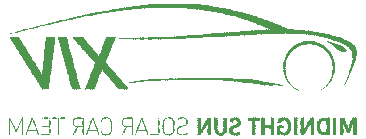
<source format=gbo>
G04*
G04 #@! TF.GenerationSoftware,Altium Limited,Altium Designer,19.1.7 (138)*
G04*
G04 Layer_Color=32896*
%FSLAX25Y25*%
%MOIN*%
G70*
G01*
G75*
G36*
X387373Y146558D02*
X388117D01*
Y146409D01*
X388266D01*
Y146558D01*
X388415D01*
Y146409D01*
X388564D01*
Y146558D01*
X388713D01*
Y146409D01*
X390350D01*
Y146260D01*
X390499D01*
Y146409D01*
X390648D01*
Y146260D01*
X390796D01*
Y146111D01*
X390945D01*
Y146260D01*
X391392D01*
Y146111D01*
X391541D01*
Y146260D01*
X391689D01*
Y146111D01*
X393029D01*
Y145962D01*
X393178D01*
Y146111D01*
X393327D01*
Y145962D01*
X393773D01*
Y145814D01*
X393922D01*
Y145962D01*
X394071D01*
Y145814D01*
X394220D01*
Y145962D01*
X394369D01*
Y145814D01*
X394815D01*
Y145665D01*
X394964D01*
Y145814D01*
X395113D01*
Y145665D01*
X395262D01*
Y145814D01*
X395410D01*
Y145665D01*
X395857D01*
Y145516D01*
X396899D01*
Y145367D01*
X397643D01*
Y145218D01*
X398387D01*
Y145069D01*
X398536D01*
Y145218D01*
X398685D01*
Y145069D01*
X399131D01*
Y144920D01*
X399875D01*
Y144772D01*
X400024D01*
Y144920D01*
X400173D01*
Y144772D01*
X400620D01*
Y144623D01*
X401364D01*
Y144474D01*
X401513D01*
Y144325D01*
X401662D01*
Y144474D01*
X401810D01*
Y144325D01*
X402555D01*
Y144176D01*
X403001D01*
Y144027D01*
X403745D01*
Y143879D01*
X403894D01*
Y143730D01*
X404043D01*
Y143879D01*
X404192D01*
Y143730D01*
X404638D01*
Y143581D01*
X405085D01*
Y143432D01*
X405829D01*
Y143283D01*
X406276D01*
Y143134D01*
X406722D01*
Y142985D01*
X406871D01*
Y143134D01*
X407020D01*
Y142985D01*
X407169D01*
Y142837D01*
X407913D01*
Y142688D01*
X408062D01*
Y142539D01*
X408211D01*
Y142688D01*
X408359D01*
Y142539D01*
X408806D01*
Y142390D01*
X408955D01*
Y142241D01*
X409103D01*
Y142390D01*
X409252D01*
Y142241D01*
X409699D01*
Y142093D01*
X409848D01*
Y141944D01*
X410592D01*
Y141795D01*
X410741D01*
Y141646D01*
X410890D01*
Y141795D01*
X411038D01*
Y141646D01*
X411485D01*
Y141497D01*
X411634D01*
Y141348D01*
X412378D01*
Y141200D01*
X412527D01*
Y141051D01*
X412973D01*
Y140902D01*
X413420D01*
Y140753D01*
X413866D01*
Y140604D01*
X414313D01*
Y140455D01*
X414611D01*
Y140306D01*
X414908D01*
Y140158D01*
X415355D01*
Y140009D01*
X415801D01*
Y139860D01*
X416248D01*
Y139711D01*
X416397D01*
Y139562D01*
X416843D01*
Y139413D01*
X416992D01*
Y139562D01*
X417141D01*
Y139413D01*
X417290D01*
Y139265D01*
X417736D01*
Y139116D01*
X417885D01*
Y138967D01*
X418332D01*
Y138818D01*
X418778D01*
Y138669D01*
X419225D01*
Y138520D01*
X419374D01*
Y138372D01*
X419820D01*
Y138223D01*
X420266D01*
Y138074D01*
X420415D01*
Y137925D01*
X420564D01*
Y138074D01*
X420713D01*
Y137925D01*
X420862D01*
Y138074D01*
X421011D01*
Y137925D01*
X421160D01*
Y138074D01*
X421308D01*
Y137925D01*
X421457D01*
Y138074D01*
X421606D01*
Y137925D01*
X421755D01*
Y138074D01*
X421904D01*
Y137925D01*
X422053D01*
Y138074D01*
X422201D01*
Y137925D01*
X422946D01*
Y137776D01*
X423094D01*
Y137925D01*
X423243D01*
Y137776D01*
X423392D01*
Y137925D01*
X423541D01*
Y137776D01*
X423690D01*
Y137925D01*
X423839D01*
Y137776D01*
X425476D01*
Y137627D01*
X425625D01*
Y137776D01*
X425773D01*
Y137627D01*
X425922D01*
Y137776D01*
X426071D01*
Y137627D01*
X426518D01*
Y137776D01*
X426667D01*
Y137627D01*
X426815D01*
Y137478D01*
X426964D01*
Y137627D01*
X427113D01*
Y137478D01*
X428155D01*
Y137330D01*
X428304D01*
Y137478D01*
X428453D01*
Y137330D01*
X428602D01*
Y137478D01*
X428750D01*
Y137330D01*
X428899D01*
Y137181D01*
X429048D01*
Y137330D01*
X429197D01*
Y137181D01*
X430239D01*
Y137032D01*
X430388D01*
Y137181D01*
X430536D01*
Y137032D01*
X430983D01*
Y136883D01*
X431727D01*
Y136734D01*
X432174D01*
Y136585D01*
X432323D01*
Y136734D01*
X432471D01*
Y136585D01*
X433216D01*
Y136437D01*
X433364D01*
Y136288D01*
X433513D01*
Y136437D01*
X433662D01*
Y136288D01*
X434109D01*
Y136139D01*
X434555D01*
Y135990D01*
X435299D01*
Y135841D01*
X435746D01*
Y135692D01*
X436192D01*
Y135544D01*
X436639D01*
Y135395D01*
X437085D01*
Y135246D01*
X437234D01*
Y135395D01*
X437383D01*
Y135246D01*
X437532D01*
Y135097D01*
X437978D01*
Y134948D01*
X438127D01*
Y134799D01*
X438574D01*
Y134651D01*
X438723D01*
Y134799D01*
X438871D01*
Y134651D01*
X439020D01*
Y134502D01*
X439467D01*
Y134353D01*
X439616D01*
Y134204D01*
X440062D01*
Y134055D01*
X440211D01*
Y133906D01*
X440658D01*
Y133757D01*
X440806D01*
Y133609D01*
X440955D01*
Y133460D01*
X441104D01*
Y133311D01*
X441402D01*
Y133162D01*
Y133013D01*
X441848D01*
Y132864D01*
X441699D01*
Y132716D01*
X441997D01*
Y132567D01*
Y132418D01*
X442146D01*
Y132269D01*
X442295D01*
Y132120D01*
X442444D01*
Y131971D01*
X442295D01*
Y131823D01*
X442444D01*
Y131674D01*
X442592D01*
Y131525D01*
X442444D01*
Y131376D01*
X442592D01*
Y131227D01*
X442741D01*
Y131078D01*
X442592D01*
Y130930D01*
X442741D01*
Y130781D01*
X442592D01*
Y130632D01*
X442741D01*
Y130483D01*
X442592D01*
Y130334D01*
X442741D01*
Y130185D01*
X442592D01*
Y130036D01*
X442741D01*
Y129888D01*
X442592D01*
Y129739D01*
X442741D01*
Y129590D01*
X442592D01*
Y129441D01*
X442741D01*
Y129292D01*
X442592D01*
Y129144D01*
X442444D01*
Y128995D01*
Y128846D01*
Y128697D01*
Y128548D01*
Y128399D01*
X442295D01*
Y128250D01*
Y128102D01*
Y127953D01*
Y127804D01*
Y127655D01*
X442146D01*
Y127506D01*
Y127357D01*
Y127209D01*
X441997D01*
Y127060D01*
Y126911D01*
Y126762D01*
X441848D01*
Y126613D01*
X441699D01*
Y126464D01*
X441848D01*
Y126315D01*
X441699D01*
Y126167D01*
Y126018D01*
X441550D01*
Y125869D01*
Y125720D01*
X441402D01*
Y125571D01*
Y125423D01*
Y125274D01*
X441253D01*
Y125125D01*
X441104D01*
Y124976D01*
X441253D01*
Y124827D01*
X441104D01*
Y124678D01*
X440955D01*
Y124530D01*
Y124381D01*
Y124232D01*
X440806D01*
Y124083D01*
Y123934D01*
Y123785D01*
X440658D01*
Y123636D01*
X440509D01*
Y123488D01*
Y123339D01*
Y123190D01*
X440360D01*
Y123041D01*
X440211D01*
Y122892D01*
X440360D01*
Y122743D01*
X440211D01*
Y122595D01*
X440062D01*
Y122446D01*
Y122297D01*
Y122148D01*
X439913D01*
Y121999D01*
X439764D01*
Y121850D01*
Y121702D01*
Y121553D01*
X439616D01*
Y121404D01*
Y121255D01*
X439467D01*
Y121106D01*
Y120957D01*
X439318D01*
Y120808D01*
Y120660D01*
Y120511D01*
X439169D01*
Y120362D01*
X439020D01*
Y120213D01*
Y120064D01*
Y119915D01*
X438871D01*
Y119767D01*
X438723D01*
Y119915D01*
Y120064D01*
Y120213D01*
X438871D01*
Y120362D01*
Y120511D01*
X439020D01*
Y120660D01*
Y120808D01*
X439169D01*
Y120957D01*
X439020D01*
Y121106D01*
X439169D01*
Y121255D01*
X439318D01*
Y121404D01*
Y121553D01*
Y121702D01*
X439467D01*
Y121850D01*
Y121999D01*
Y122148D01*
X439616D01*
Y122297D01*
X439764D01*
Y122446D01*
X439616D01*
Y122595D01*
X439764D01*
Y122743D01*
Y122892D01*
X439913D01*
Y123041D01*
Y123190D01*
X440062D01*
Y123339D01*
X439913D01*
Y123488D01*
X440062D01*
Y123636D01*
X440211D01*
Y123785D01*
X440062D01*
Y123934D01*
X440211D01*
Y124083D01*
X440360D01*
Y124232D01*
X440211D01*
Y124381D01*
X440360D01*
Y124530D01*
Y124678D01*
Y124827D01*
X440509D01*
Y124976D01*
Y125125D01*
Y125274D01*
X440658D01*
Y125423D01*
Y125571D01*
Y125720D01*
Y125869D01*
X440806D01*
Y126018D01*
Y126167D01*
Y126315D01*
Y126464D01*
X440955D01*
Y126613D01*
Y126762D01*
Y126911D01*
Y127060D01*
Y127209D01*
X441104D01*
Y127357D01*
Y127506D01*
Y127655D01*
Y127804D01*
Y127953D01*
X441253D01*
Y128102D01*
X441104D01*
Y128250D01*
X441253D01*
Y128399D01*
X441104D01*
Y128548D01*
X441253D01*
Y128697D01*
X441104D01*
Y128846D01*
X441253D01*
Y128995D01*
X441104D01*
Y129144D01*
X441253D01*
Y129292D01*
X441104D01*
Y129441D01*
Y129590D01*
Y129739D01*
Y129888D01*
Y130036D01*
X440955D01*
Y130185D01*
Y130334D01*
Y130483D01*
X440806D01*
Y130632D01*
X440955D01*
Y130781D01*
X440806D01*
Y130930D01*
X440658D01*
Y131078D01*
X440509D01*
Y131227D01*
Y131376D01*
X440360D01*
Y131525D01*
Y131674D01*
X440211D01*
Y131823D01*
X440062D01*
Y131971D01*
X439913D01*
Y132120D01*
X439764D01*
Y132269D01*
X439467D01*
Y132418D01*
X439318D01*
Y132567D01*
X439020D01*
Y132716D01*
X438871D01*
Y132864D01*
X438425D01*
Y133013D01*
X438276D01*
Y133162D01*
X437978D01*
Y133311D01*
X437681D01*
Y133460D01*
X437234D01*
Y133609D01*
X437085D01*
Y133757D01*
X436639D01*
Y133906D01*
X436192D01*
Y134055D01*
X435746D01*
Y134204D01*
X435597D01*
Y134353D01*
X434853D01*
Y134502D01*
X434704D01*
Y134651D01*
X433960D01*
Y134799D01*
X433811D01*
Y134948D01*
X433067D01*
Y135097D01*
X432918D01*
Y135246D01*
X432769D01*
Y135097D01*
X432620D01*
Y135246D01*
X432174D01*
Y135395D01*
X432025D01*
Y135246D01*
X431876D01*
Y135395D01*
X431727D01*
Y135544D01*
X431578D01*
Y135395D01*
X431429D01*
Y135544D01*
X430983D01*
Y135692D01*
X430834D01*
Y135544D01*
X430685D01*
Y135692D01*
X430239D01*
Y135841D01*
X429197D01*
Y135990D01*
X429048D01*
Y136139D01*
X428899D01*
Y135990D01*
X428750D01*
Y136139D01*
X428602D01*
Y135990D01*
X428453D01*
Y136139D01*
X427411D01*
Y136288D01*
X427262D01*
Y136139D01*
X427113D01*
Y136288D01*
X426964D01*
Y136139D01*
X426815D01*
Y136288D01*
X426369D01*
Y136437D01*
X426220D01*
Y136288D01*
X426071D01*
Y136437D01*
X425922D01*
Y136288D01*
X425773D01*
Y136437D01*
X423839D01*
Y136585D01*
X423690D01*
Y136437D01*
X423541D01*
Y136585D01*
X423392D01*
Y136437D01*
X423243D01*
Y136585D01*
X423094D01*
Y136437D01*
X422946D01*
Y136585D01*
X422797D01*
Y136437D01*
X422648D01*
Y136585D01*
X422499D01*
Y136437D01*
X422350D01*
Y136585D01*
X421904D01*
Y136437D01*
X421755D01*
Y136585D01*
X421308D01*
Y136437D01*
X421160D01*
Y136585D01*
X419522D01*
Y136734D01*
X419374D01*
Y136585D01*
X418927D01*
Y136734D01*
X418778D01*
Y136585D01*
X417141D01*
Y136437D01*
X416992D01*
Y136585D01*
X416545D01*
Y136437D01*
X416397D01*
Y136585D01*
X415950D01*
Y136437D01*
X415801D01*
Y136585D01*
X415653D01*
Y136437D01*
X415504D01*
Y136585D01*
X415355D01*
Y136437D01*
X415206D01*
Y136585D01*
X415057D01*
Y136437D01*
X414908D01*
Y136585D01*
X414759D01*
Y136437D01*
X414611D01*
Y136585D01*
X414462D01*
Y136437D01*
X414313D01*
Y136585D01*
X414164D01*
Y136437D01*
X414015D01*
Y136585D01*
X413866D01*
Y136437D01*
X413718D01*
Y136585D01*
X413569D01*
Y136437D01*
X411038D01*
Y136288D01*
X410890D01*
Y136437D01*
X410741D01*
Y136288D01*
X410592D01*
Y136437D01*
X410443D01*
Y136288D01*
X410294D01*
Y136437D01*
X410145D01*
Y136288D01*
X409997D01*
Y136437D01*
X409848D01*
Y136288D01*
X409699D01*
Y136437D01*
X409550D01*
Y136288D01*
X408508D01*
Y136139D01*
X408359D01*
Y136288D01*
X408211D01*
Y136139D01*
X408062D01*
Y136288D01*
X407913D01*
Y136139D01*
X407764D01*
Y136288D01*
X407615D01*
Y136139D01*
X407466D01*
Y136288D01*
X407317D01*
Y136139D01*
X405383D01*
Y135990D01*
X405234D01*
Y136139D01*
X405085D01*
Y135990D01*
X404936D01*
Y136139D01*
X404787D01*
Y135990D01*
X404638D01*
Y136139D01*
X404490D01*
Y135990D01*
X404341D01*
Y136139D01*
X404192D01*
Y135990D01*
X404043D01*
Y136139D01*
X403894D01*
Y135990D01*
X403448D01*
Y136139D01*
X403299D01*
Y135990D01*
X403448D01*
Y135841D01*
X403299D01*
Y135990D01*
X402852D01*
Y135841D01*
X402704D01*
Y135990D01*
X402555D01*
Y135841D01*
X402406D01*
Y135990D01*
X402257D01*
Y135841D01*
X399727D01*
Y135692D01*
X399578D01*
Y135841D01*
X399429D01*
Y135692D01*
X398983D01*
Y135841D01*
X398834D01*
Y135692D01*
X398387D01*
Y135544D01*
X398238D01*
Y135692D01*
X397792D01*
Y135544D01*
X397643D01*
Y135692D01*
X397494D01*
Y135544D01*
X397345D01*
Y135692D01*
X397196D01*
Y135544D01*
X397048D01*
Y135692D01*
X396899D01*
Y135544D01*
X396750D01*
Y135692D01*
X396601D01*
Y135544D01*
X394666D01*
Y135395D01*
X394517D01*
Y135544D01*
X394369D01*
Y135395D01*
X394220D01*
Y135544D01*
X394071D01*
Y135395D01*
X393922D01*
Y135544D01*
X393773D01*
Y135395D01*
X393327D01*
Y135544D01*
X393178D01*
Y135395D01*
X392731D01*
Y135246D01*
X392582D01*
Y135395D01*
X392434D01*
Y135246D01*
X392285D01*
Y135395D01*
X392136D01*
Y135246D01*
X391987D01*
Y135395D01*
X391838D01*
Y135246D01*
X391689D01*
Y135395D01*
X391541D01*
Y135246D01*
X389010D01*
Y135097D01*
X388861D01*
Y135246D01*
X388713D01*
Y135097D01*
X388564D01*
Y135246D01*
X388415D01*
Y135097D01*
X388266D01*
Y135246D01*
X388117D01*
Y135097D01*
X387671D01*
Y135246D01*
X387522D01*
Y135097D01*
X385885D01*
Y134948D01*
X385736D01*
Y135097D01*
X385587D01*
Y134948D01*
X385438D01*
Y135097D01*
X385289D01*
Y134948D01*
X385140D01*
Y135097D01*
X384992D01*
Y134948D01*
X384843D01*
Y135097D01*
X384694D01*
Y134948D01*
X380973D01*
Y134799D01*
X380824D01*
Y134948D01*
X380378D01*
Y134799D01*
X380229D01*
Y134948D01*
X380080D01*
Y134799D01*
X379931D01*
Y134948D01*
X379782D01*
Y134799D01*
X379633D01*
Y134948D01*
X379485D01*
Y134799D01*
X379336D01*
Y134948D01*
X379187D01*
Y134799D01*
X379038D01*
Y134948D01*
X378889D01*
Y134799D01*
X378443D01*
Y134948D01*
X378294D01*
Y134799D01*
X378443D01*
Y134651D01*
X378294D01*
Y134799D01*
X377252D01*
Y134651D01*
X377103D01*
Y134799D01*
X376657D01*
Y134651D01*
X376508D01*
Y134799D01*
X376061D01*
Y134651D01*
X375912D01*
Y134799D01*
X375764D01*
Y134651D01*
X375615D01*
Y134799D01*
X375466D01*
Y134651D01*
X375317D01*
Y134799D01*
X375168D01*
Y134651D01*
X375019D01*
Y134799D01*
X374870D01*
Y134651D01*
X374722D01*
Y134799D01*
X374573D01*
Y134651D01*
X374424D01*
Y134799D01*
X374275D01*
Y134651D01*
X374126D01*
Y134799D01*
X373977D01*
Y134651D01*
X373829D01*
Y134799D01*
X373680D01*
Y134651D01*
X373531D01*
Y134799D01*
X373382D01*
Y134651D01*
X373233D01*
Y134799D01*
X373084D01*
Y134651D01*
X372936D01*
Y134799D01*
X372787D01*
Y134651D01*
X372638D01*
Y134799D01*
X372489D01*
Y134651D01*
X372340D01*
Y134799D01*
X372191D01*
Y134651D01*
X372043D01*
Y134799D01*
X371894D01*
Y134651D01*
X371745D01*
Y134799D01*
X371596D01*
Y134651D01*
X371447D01*
Y134799D01*
X371298D01*
Y134651D01*
X371149D01*
Y134799D01*
X371001D01*
Y134651D01*
X370852D01*
Y134799D01*
X370703D01*
Y134651D01*
X370554D01*
Y134799D01*
X370405D01*
Y134651D01*
X370256D01*
Y134799D01*
X370108D01*
Y134651D01*
X369959D01*
Y134799D01*
X369810D01*
Y134651D01*
X369661D01*
Y134799D01*
X369512D01*
Y134651D01*
X369363D01*
Y134799D01*
X369215D01*
Y134651D01*
X369066D01*
Y134799D01*
X368917D01*
Y134651D01*
X368768D01*
Y134799D01*
X368322D01*
Y134651D01*
X368173D01*
Y134799D01*
X367726D01*
Y134651D01*
X367577D01*
Y134799D01*
X366535D01*
Y134948D01*
X366387D01*
Y134799D01*
X366535D01*
Y134651D01*
X366387D01*
Y134799D01*
X366238D01*
Y134948D01*
X366089D01*
Y134799D01*
X365940D01*
Y134948D01*
X365791D01*
Y134799D01*
X365642D01*
Y134948D01*
X365494D01*
Y134799D01*
X365345D01*
Y134948D01*
X365196D01*
Y134799D01*
X365047D01*
Y134948D01*
X364898D01*
Y134799D01*
X364750D01*
Y134948D01*
X363559D01*
Y135097D01*
X368024D01*
Y135246D01*
X368173D01*
Y135097D01*
X368619D01*
Y135246D01*
X368768D01*
Y135097D01*
X368917D01*
Y135246D01*
X369066D01*
Y135097D01*
X369215D01*
Y135246D01*
X369363D01*
Y135097D01*
X369512D01*
Y135246D01*
X369661D01*
Y135097D01*
X369810D01*
Y135246D01*
X370554D01*
Y135395D01*
X370703D01*
Y135246D01*
X371149D01*
Y135395D01*
X371298D01*
Y135246D01*
X371447D01*
Y135395D01*
X371596D01*
Y135246D01*
X371745D01*
Y135395D01*
X371894D01*
Y135246D01*
X372043D01*
Y135395D01*
X372191D01*
Y135246D01*
X372340D01*
Y135395D01*
X372489D01*
Y135246D01*
X372638D01*
Y135395D01*
X372787D01*
Y135246D01*
X372936D01*
Y135395D01*
X373084D01*
Y135246D01*
X373233D01*
Y135395D01*
X376061D01*
Y135544D01*
X376210D01*
Y135395D01*
X376359D01*
Y135544D01*
X376508D01*
Y135395D01*
X376657D01*
Y135544D01*
X376805D01*
Y135395D01*
X376954D01*
Y135544D01*
X377103D01*
Y135395D01*
X377252D01*
Y135544D01*
X377698D01*
Y135395D01*
X377847D01*
Y135544D01*
X377996D01*
Y135692D01*
X378145D01*
Y135544D01*
X378294D01*
Y135692D01*
X378443D01*
Y135544D01*
X378591D01*
Y135692D01*
X378740D01*
Y135544D01*
X378889D01*
Y135692D01*
X379336D01*
Y135544D01*
X379485D01*
Y135692D01*
X381419D01*
Y135841D01*
X381568D01*
Y135692D01*
X381717D01*
Y135841D01*
X382164D01*
Y135692D01*
X382312D01*
Y135841D01*
X383652D01*
Y135990D01*
X383801D01*
Y135841D01*
X383950D01*
Y135990D01*
X386182D01*
Y136139D01*
X386331D01*
Y135990D01*
X386480D01*
Y136139D01*
X386629D01*
Y135990D01*
X386778D01*
Y136139D01*
X387522D01*
Y136288D01*
X387671D01*
Y136139D01*
X387820D01*
Y136288D01*
X387968D01*
Y136139D01*
X388117D01*
Y136288D01*
X388266D01*
Y136139D01*
X388415D01*
Y136288D01*
X390052D01*
Y136437D01*
X390201D01*
Y136288D01*
X390350D01*
Y136437D01*
X390499D01*
Y136288D01*
X390648D01*
Y136437D01*
X390796D01*
Y136288D01*
X390945D01*
Y136437D01*
X391094D01*
Y136288D01*
X391243D01*
Y136437D01*
X391392D01*
Y136585D01*
X391541D01*
Y136437D01*
X391689D01*
Y136585D01*
X391838D01*
Y136437D01*
X391987D01*
Y136585D01*
X392136D01*
Y136437D01*
X392285D01*
Y136585D01*
X393922D01*
Y136734D01*
X394071D01*
Y136585D01*
X394220D01*
Y136734D01*
X394369D01*
Y136585D01*
X394517D01*
Y136734D01*
X394964D01*
Y136585D01*
X395113D01*
Y136734D01*
X395857D01*
Y136883D01*
X396006D01*
Y136734D01*
X396154D01*
Y136883D01*
X397792D01*
Y137032D01*
X397941D01*
Y136883D01*
X398090D01*
Y137032D01*
X398238D01*
Y136883D01*
X398387D01*
Y137032D01*
X398536D01*
Y137181D01*
X398685D01*
Y137032D01*
X399131D01*
Y137181D01*
X399280D01*
Y137032D01*
X399429D01*
Y137181D01*
X399578D01*
Y137032D01*
X399727D01*
Y137181D01*
X399875D01*
Y137032D01*
X400024D01*
Y137181D01*
X401662D01*
Y137330D01*
X401810D01*
Y137181D01*
X401959D01*
Y137330D01*
X402108D01*
Y137181D01*
X402257D01*
Y137330D01*
X403001D01*
Y137478D01*
X403150D01*
Y137330D01*
X403299D01*
Y137478D01*
X403448D01*
Y137330D01*
X403596D01*
Y137478D01*
X403745D01*
Y137330D01*
X403894D01*
Y137478D01*
X405531D01*
Y137627D01*
X405680D01*
Y137478D01*
X405829D01*
Y137627D01*
X405978D01*
Y137478D01*
X406127D01*
Y137627D01*
X406573D01*
Y137478D01*
X406722D01*
Y137627D01*
X407466D01*
Y137776D01*
X407615D01*
Y137627D01*
X407764D01*
Y137776D01*
X407913D01*
Y137627D01*
X408062D01*
Y137776D01*
X408211D01*
Y137627D01*
X408359D01*
Y137776D01*
X410592D01*
Y137925D01*
X410741D01*
Y137776D01*
X410890D01*
Y137925D01*
X411038D01*
Y137776D01*
X411187D01*
Y137925D01*
X411336D01*
Y137776D01*
X411485D01*
Y137925D01*
X411634D01*
Y137776D01*
X411783D01*
Y137925D01*
X412527D01*
Y138074D01*
X412676D01*
Y137925D01*
X413122D01*
Y138074D01*
X413271D01*
Y137925D01*
X413420D01*
Y138074D01*
X413569D01*
Y137925D01*
X413718D01*
Y138074D01*
X413569D01*
Y138223D01*
X413122D01*
Y138372D01*
X412973D01*
Y138520D01*
X412527D01*
Y138669D01*
X412080D01*
Y138818D01*
X411932D01*
Y138967D01*
X411783D01*
Y138818D01*
X411634D01*
Y138967D01*
X411485D01*
Y139116D01*
X411038D01*
Y139265D01*
X410890D01*
Y139413D01*
X410443D01*
Y139562D01*
X409997D01*
Y139711D01*
X409550D01*
Y139860D01*
X409401D01*
Y140009D01*
X408955D01*
Y140158D01*
X408806D01*
Y140009D01*
X408657D01*
Y140158D01*
X408508D01*
Y140306D01*
X408062D01*
Y140455D01*
X407913D01*
Y140604D01*
X407764D01*
Y140455D01*
X407615D01*
Y140604D01*
X407169D01*
Y140753D01*
X407020D01*
Y140902D01*
X406276D01*
Y141051D01*
X406127D01*
Y141200D01*
X405383D01*
Y141348D01*
X405234D01*
Y141497D01*
X404490D01*
Y141646D01*
X404043D01*
Y141795D01*
X403596D01*
Y141944D01*
X403448D01*
Y142093D01*
X403299D01*
Y141944D01*
X403448D01*
Y141795D01*
X403299D01*
Y141944D01*
X403150D01*
Y142093D01*
X402704D01*
Y142241D01*
X402555D01*
Y142093D01*
X402406D01*
Y142241D01*
X402257D01*
Y142390D01*
X402108D01*
Y142241D01*
X401959D01*
Y142390D01*
X401513D01*
Y142539D01*
X401364D01*
Y142390D01*
X401215D01*
Y142539D01*
X401066D01*
Y142688D01*
X400322D01*
Y142837D01*
X399578D01*
Y142985D01*
X399131D01*
Y143134D01*
X398983D01*
Y142985D01*
X398834D01*
Y143134D01*
X398685D01*
Y143283D01*
X398536D01*
Y143134D01*
X398387D01*
Y143283D01*
X397941D01*
Y143432D01*
X397792D01*
Y143283D01*
X397643D01*
Y143432D01*
X397196D01*
Y143581D01*
X396154D01*
Y143730D01*
X395708D01*
Y143879D01*
X395559D01*
Y143730D01*
X395410D01*
Y143879D01*
X394666D01*
Y144027D01*
X394517D01*
Y143879D01*
X394369D01*
Y144027D01*
X394220D01*
Y144176D01*
X394071D01*
Y144027D01*
X393922D01*
Y144176D01*
X393773D01*
Y144027D01*
X393624D01*
Y144176D01*
X392880D01*
Y144325D01*
X392731D01*
Y144176D01*
X392582D01*
Y144325D01*
X392434D01*
Y144176D01*
X392285D01*
Y144325D01*
X392136D01*
Y144474D01*
X391987D01*
Y144325D01*
X391838D01*
Y144474D01*
X390796D01*
Y144623D01*
X390648D01*
Y144474D01*
X390499D01*
Y144623D01*
X390052D01*
Y144772D01*
X389903D01*
Y144623D01*
X389457D01*
Y144772D01*
X389308D01*
Y144623D01*
X389159D01*
Y144772D01*
X387820D01*
Y144920D01*
X387671D01*
Y144772D01*
X387522D01*
Y144920D01*
X387373D01*
Y144772D01*
X387224D01*
Y144920D01*
X386778D01*
Y145069D01*
X386629D01*
Y144920D01*
X386480D01*
Y145069D01*
X386331D01*
Y144920D01*
X386182D01*
Y145069D01*
X385736D01*
Y144920D01*
X385587D01*
Y145069D01*
X383652D01*
Y145218D01*
X383503D01*
Y145069D01*
X383354D01*
Y145218D01*
X383206D01*
Y145069D01*
X383057D01*
Y145218D01*
X382908D01*
Y145069D01*
X382759D01*
Y145218D01*
X382610D01*
Y145069D01*
X382461D01*
Y145218D01*
X382312D01*
Y145069D01*
X382164D01*
Y145218D01*
X381717D01*
Y145069D01*
X381568D01*
Y145218D01*
X376954D01*
Y145069D01*
X376805D01*
Y145218D01*
X376359D01*
Y145069D01*
X376210D01*
Y145218D01*
X375764D01*
Y145069D01*
X375615D01*
Y145218D01*
X375466D01*
Y145069D01*
X375317D01*
Y145218D01*
X375168D01*
Y145069D01*
X375019D01*
Y145218D01*
X374870D01*
Y145069D01*
X374722D01*
Y145218D01*
X374573D01*
Y145069D01*
X374424D01*
Y145218D01*
X374275D01*
Y145069D01*
X374126D01*
Y145218D01*
X373977D01*
Y145069D01*
X372043D01*
Y144920D01*
X371894D01*
Y145069D01*
X371745D01*
Y144920D01*
X371596D01*
Y145069D01*
X371447D01*
Y144920D01*
X371298D01*
Y145069D01*
X371149D01*
Y144920D01*
X370405D01*
Y144772D01*
X370256D01*
Y144920D01*
X370108D01*
Y144772D01*
X369959D01*
Y144920D01*
X369810D01*
Y144772D01*
X369661D01*
Y144920D01*
X369512D01*
Y144772D01*
X368173D01*
Y144623D01*
X368024D01*
Y144772D01*
X367875D01*
Y144623D01*
X367429D01*
Y144772D01*
X367280D01*
Y144623D01*
X366833D01*
Y144474D01*
X366684D01*
Y144623D01*
X366535D01*
Y144474D01*
X365196D01*
Y144325D01*
X365047D01*
Y144474D01*
X364898D01*
Y144325D01*
X364750D01*
Y144176D01*
X364601D01*
Y144325D01*
X364452D01*
Y144176D01*
X364303D01*
Y144325D01*
X364154D01*
Y144176D01*
X362815D01*
Y144027D01*
X362666D01*
Y144176D01*
X362517D01*
Y144027D01*
X362070D01*
Y143879D01*
X361922D01*
Y144027D01*
X361773D01*
Y143879D01*
X360731D01*
Y143730D01*
X360582D01*
Y143879D01*
X360433D01*
Y143730D01*
X359987D01*
Y143581D01*
X358647D01*
Y143432D01*
X358201D01*
Y143283D01*
X358052D01*
Y143432D01*
X357903D01*
Y143283D01*
X357159D01*
Y143134D01*
X357010D01*
Y143283D01*
X356861D01*
Y143134D01*
X356415D01*
Y142985D01*
X356266D01*
Y143134D01*
X356117D01*
Y142985D01*
X355373D01*
Y142837D01*
X354628D01*
Y142688D01*
X354480D01*
Y142837D01*
X354331D01*
Y142688D01*
X353587D01*
Y142539D01*
X353140D01*
Y142390D01*
X352991D01*
Y142539D01*
X352842D01*
Y142390D01*
X352098D01*
Y142241D01*
X351949D01*
Y142390D01*
X351800D01*
Y142241D01*
X351652D01*
Y142093D01*
X351503D01*
Y142241D01*
X351354D01*
Y142093D01*
X350610D01*
Y141944D01*
X350461D01*
Y142093D01*
X350312D01*
Y141944D01*
X349866D01*
Y141795D01*
X349121D01*
Y141646D01*
X348675D01*
Y141497D01*
X348526D01*
Y141646D01*
X348377D01*
Y141497D01*
X347931D01*
Y141348D01*
X347782D01*
Y141497D01*
X347633D01*
Y141348D01*
X347484D01*
Y141200D01*
X347335D01*
Y141348D01*
X347186D01*
Y141200D01*
X346442D01*
Y141051D01*
X345996D01*
Y140902D01*
X345847D01*
Y141051D01*
X345698D01*
Y140902D01*
X345251D01*
Y140753D01*
X345103D01*
Y140902D01*
X344954D01*
Y140753D01*
X344805D01*
Y140604D01*
X344656D01*
Y140753D01*
X344507D01*
Y140604D01*
X343763D01*
Y140455D01*
X343317D01*
Y140306D01*
X342572D01*
Y140158D01*
X342126D01*
Y140009D01*
X341977D01*
Y140158D01*
X341828D01*
Y140009D01*
X341382D01*
Y139860D01*
X341233D01*
Y140009D01*
X341084D01*
Y139860D01*
X340637D01*
Y139711D01*
X339893D01*
Y139562D01*
X339744D01*
Y139711D01*
X339596D01*
Y139562D01*
X339447D01*
Y139413D01*
X338703D01*
Y139265D01*
X338256D01*
Y139116D01*
X337512D01*
Y138967D01*
X337363D01*
Y139116D01*
X337214D01*
Y138967D01*
X337065D01*
Y138818D01*
X336321D01*
Y138669D01*
X335875D01*
Y138520D01*
X335131D01*
Y138372D01*
X334684D01*
Y138223D01*
X334535D01*
Y138372D01*
X334386D01*
Y138223D01*
X333940D01*
Y138074D01*
X333493D01*
Y137925D01*
X333344D01*
Y138074D01*
X333195D01*
Y137925D01*
X332749D01*
Y137776D01*
X332600D01*
Y137925D01*
X332451D01*
Y137776D01*
X332005D01*
Y137627D01*
X331410D01*
Y137478D01*
X331112D01*
Y137330D01*
X330963D01*
Y137478D01*
X330814D01*
Y137330D01*
X330070D01*
Y137181D01*
X329623D01*
Y137032D01*
X328879D01*
Y136883D01*
X328433D01*
Y136734D01*
X327689D01*
Y136585D01*
X327242D01*
Y136734D01*
X327391D01*
Y136883D01*
X328135D01*
Y137032D01*
X328284D01*
Y137181D01*
X328433D01*
Y137032D01*
X328582D01*
Y137181D01*
X329028D01*
Y137330D01*
X329177D01*
Y137181D01*
X329326D01*
Y137330D01*
X329475D01*
Y137478D01*
X330219D01*
Y137627D01*
X330665D01*
Y137776D01*
X331410D01*
Y137925D01*
X331558D01*
Y138074D01*
X331707D01*
Y137925D01*
X331856D01*
Y138074D01*
X332302D01*
Y138223D01*
X332451D01*
Y138074D01*
X332600D01*
Y138223D01*
X332749D01*
Y138372D01*
X333493D01*
Y138520D01*
X333642D01*
Y138372D01*
X333791D01*
Y138520D01*
X333940D01*
Y138669D01*
X334684D01*
Y138818D01*
X334833D01*
Y138967D01*
X334982D01*
Y138818D01*
X335131D01*
Y138967D01*
X335875D01*
Y139116D01*
X336023D01*
Y138967D01*
X336172D01*
Y139116D01*
X336321D01*
Y139265D01*
X337065D01*
Y139413D01*
X337214D01*
Y139562D01*
X337363D01*
Y139413D01*
X337512D01*
Y139562D01*
X337958D01*
Y139711D01*
X338107D01*
Y139562D01*
X338256D01*
Y139711D01*
X338405D01*
Y139860D01*
X338554D01*
Y139711D01*
X338703D01*
Y139860D01*
X339149D01*
Y140009D01*
X339298D01*
Y139860D01*
X339447D01*
Y140009D01*
X339596D01*
Y140158D01*
X339744D01*
Y140009D01*
X339893D01*
Y140158D01*
X340340D01*
Y140306D01*
X341084D01*
Y140455D01*
X341530D01*
Y140604D01*
X341679D01*
Y140455D01*
X341828D01*
Y140604D01*
X341977D01*
Y140753D01*
X342126D01*
Y140604D01*
X342275D01*
Y140753D01*
X342721D01*
Y140902D01*
X342870D01*
Y140753D01*
X343019D01*
Y140902D01*
X343465D01*
Y141051D01*
X344210D01*
Y141200D01*
X344358D01*
Y141348D01*
X344507D01*
Y141200D01*
X344656D01*
Y141348D01*
X345400D01*
Y141497D01*
X345549D01*
Y141348D01*
X345698D01*
Y141497D01*
X345847D01*
Y141646D01*
X345996D01*
Y141497D01*
X346145D01*
Y141646D01*
X346591D01*
Y141795D01*
X347038D01*
Y141944D01*
X348079D01*
Y142093D01*
X348228D01*
Y142241D01*
X348377D01*
Y142093D01*
X348526D01*
Y142241D01*
X348973D01*
Y142390D01*
X349121D01*
Y142241D01*
X349270D01*
Y142390D01*
X349717D01*
Y142539D01*
X349866D01*
Y142390D01*
X350014D01*
Y142539D01*
X350461D01*
Y142688D01*
X350610D01*
Y142539D01*
X350759D01*
Y142688D01*
X351205D01*
Y142837D01*
X351949D01*
Y142985D01*
X352098D01*
Y143134D01*
X352247D01*
Y142985D01*
X352396D01*
Y143134D01*
X352545D01*
Y142985D01*
X352694D01*
Y143134D01*
X353438D01*
Y143283D01*
X353884D01*
Y143432D01*
X354628D01*
Y143581D01*
X354777D01*
Y143432D01*
X354926D01*
Y143581D01*
X355373D01*
Y143730D01*
X356415D01*
Y143879D01*
X356563D01*
Y144027D01*
X356712D01*
Y143879D01*
X356861D01*
Y144027D01*
X357010D01*
Y143879D01*
X357159D01*
Y144027D01*
X357903D01*
Y144176D01*
X358349D01*
Y144325D01*
X358498D01*
Y144176D01*
X358647D01*
Y144325D01*
X359391D01*
Y144474D01*
X359540D01*
Y144325D01*
X359689D01*
Y144474D01*
X359838D01*
Y144325D01*
X359987D01*
Y144474D01*
X360135D01*
Y144623D01*
X360284D01*
Y144474D01*
X360433D01*
Y144623D01*
X361177D01*
Y144772D01*
X361326D01*
Y144623D01*
X361475D01*
Y144772D01*
X361624D01*
Y144920D01*
X361773D01*
Y144772D01*
X361922D01*
Y144920D01*
X362963D01*
Y145069D01*
X363112D01*
Y144920D01*
X363261D01*
Y145069D01*
X363708D01*
Y145218D01*
X363856D01*
Y145069D01*
X364005D01*
Y145218D01*
X364750D01*
Y145367D01*
X364898D01*
Y145218D01*
X365047D01*
Y145367D01*
X365196D01*
Y145516D01*
X365345D01*
Y145367D01*
X365791D01*
Y145516D01*
X367131D01*
Y145665D01*
X367875D01*
Y145814D01*
X368024D01*
Y145665D01*
X368173D01*
Y145814D01*
X369215D01*
Y145962D01*
X369363D01*
Y145814D01*
X369512D01*
Y145962D01*
X369661D01*
Y145814D01*
X369810D01*
Y145962D01*
X370256D01*
Y146111D01*
X370405D01*
Y145962D01*
X370554D01*
Y146111D01*
X371894D01*
Y146260D01*
X372043D01*
Y146111D01*
X372191D01*
Y146260D01*
X372340D01*
Y146111D01*
X372489D01*
Y146260D01*
X372936D01*
Y146111D01*
X373084D01*
Y146260D01*
X373233D01*
Y146409D01*
X373382D01*
Y146260D01*
X373531D01*
Y146409D01*
X373680D01*
Y146260D01*
X373829D01*
Y146409D01*
X375764D01*
Y146558D01*
X375912D01*
Y146409D01*
X376061D01*
Y146558D01*
X376210D01*
Y146409D01*
X376359D01*
Y146558D01*
X377103D01*
Y146706D01*
X377252D01*
Y146558D01*
X377401D01*
Y146706D01*
X377550D01*
Y146558D01*
X377698D01*
Y146706D01*
X377847D01*
Y146558D01*
X377996D01*
Y146706D01*
X378145D01*
Y146558D01*
X378294D01*
Y146706D01*
X378443D01*
Y146558D01*
X378591D01*
Y146706D01*
X379038D01*
Y146558D01*
X379187D01*
Y146706D01*
X385587D01*
Y146558D01*
X385736D01*
Y146706D01*
X385885D01*
Y146558D01*
X386034D01*
Y146706D01*
X386182D01*
Y146558D01*
X386331D01*
Y146706D01*
X386480D01*
Y146558D01*
X386629D01*
Y146706D01*
X386778D01*
Y146558D01*
X386927D01*
Y146706D01*
X387075D01*
Y146558D01*
X387224D01*
Y146706D01*
X387373D01*
Y146558D01*
D02*
G37*
G36*
X327093Y136585D02*
X327242D01*
Y136437D01*
X327093D01*
Y136585D01*
X326944D01*
Y136734D01*
X327093D01*
Y136585D01*
D02*
G37*
G36*
X326944Y136437D02*
X326795D01*
Y136585D01*
X326944D01*
Y136437D01*
D02*
G37*
G36*
X427857Y134055D02*
X428602D01*
Y133906D01*
X429346D01*
Y133757D01*
X429494D01*
Y133609D01*
X429643D01*
Y133757D01*
X429792D01*
Y133609D01*
X430239D01*
Y133460D01*
X430388D01*
Y133311D01*
X430834D01*
Y133162D01*
X430983D01*
Y133013D01*
X431429D01*
Y132864D01*
X431578D01*
Y132716D01*
X431727D01*
Y132567D01*
X431876D01*
Y132418D01*
X432025D01*
Y132269D01*
X432174D01*
Y132120D01*
X432471D01*
Y131971D01*
Y131823D01*
X432769D01*
Y131674D01*
X432918D01*
Y131525D01*
X433067D01*
Y131376D01*
Y131227D01*
X433364D01*
Y131078D01*
Y130930D01*
X433513D01*
Y130781D01*
X433662D01*
Y130632D01*
X433811D01*
Y130483D01*
X433960D01*
Y130334D01*
X434109D01*
Y130185D01*
X433960D01*
Y130036D01*
X434257D01*
Y129888D01*
Y129739D01*
X434406D01*
Y129590D01*
Y129441D01*
X434555D01*
Y129292D01*
Y129144D01*
X434704D01*
Y128995D01*
Y128846D01*
Y128697D01*
X434853D01*
Y128548D01*
Y128399D01*
Y128250D01*
X435002D01*
Y128102D01*
Y127953D01*
Y127804D01*
X435150D01*
Y127655D01*
Y127506D01*
Y127357D01*
X435299D01*
Y127209D01*
X435150D01*
Y127060D01*
X435299D01*
Y126911D01*
X435150D01*
Y126762D01*
X435299D01*
Y126613D01*
Y126464D01*
Y126315D01*
X435448D01*
Y126167D01*
X435299D01*
Y126018D01*
X435448D01*
Y125869D01*
Y125720D01*
Y125571D01*
Y125423D01*
Y125274D01*
Y125125D01*
Y124976D01*
X435299D01*
Y124827D01*
X435448D01*
Y124678D01*
X435299D01*
Y124530D01*
Y124381D01*
Y124232D01*
Y124083D01*
Y123934D01*
X435150D01*
Y123785D01*
X435299D01*
Y123636D01*
X435150D01*
Y123488D01*
Y123339D01*
Y123190D01*
X435002D01*
Y123041D01*
Y122892D01*
Y122743D01*
X434853D01*
Y122595D01*
X435002D01*
Y122446D01*
X434853D01*
Y122297D01*
X434704D01*
Y122148D01*
Y121999D01*
Y121850D01*
X434555D01*
Y121702D01*
Y121553D01*
X434406D01*
Y121404D01*
Y121255D01*
X434257D01*
Y121106D01*
Y120957D01*
X434109D01*
Y120808D01*
Y120660D01*
X433960D01*
Y120511D01*
X433811D01*
Y120362D01*
X433662D01*
Y120213D01*
X433513D01*
Y120064D01*
X433364D01*
Y119915D01*
Y119767D01*
X433216D01*
Y119618D01*
Y119469D01*
X432918D01*
Y119320D01*
Y119171D01*
X432620D01*
Y119022D01*
X432471D01*
Y118874D01*
X432174D01*
Y118725D01*
X432025D01*
Y118576D01*
X431876D01*
Y118427D01*
X431727D01*
Y118278D01*
X431281D01*
Y118427D01*
X431429D01*
Y118576D01*
X431578D01*
Y118725D01*
X431876D01*
Y118874D01*
Y119022D01*
X432323D01*
Y119171D01*
X432174D01*
Y119320D01*
X432471D01*
Y119469D01*
Y119618D01*
X432769D01*
Y119767D01*
Y119915D01*
X432918D01*
Y120064D01*
X433067D01*
Y120213D01*
X433216D01*
Y120362D01*
X433364D01*
Y120511D01*
Y120660D01*
Y120808D01*
X433513D01*
Y120957D01*
X433662D01*
Y121106D01*
X433811D01*
Y121255D01*
Y121404D01*
Y121553D01*
X433960D01*
Y121702D01*
X434109D01*
Y121850D01*
X433960D01*
Y121999D01*
X434109D01*
Y122148D01*
Y122297D01*
X434257D01*
Y122446D01*
Y122595D01*
X434406D01*
Y122743D01*
X434257D01*
Y122892D01*
X434406D01*
Y123041D01*
Y123190D01*
Y123339D01*
X434555D01*
Y123488D01*
Y123636D01*
Y123785D01*
X434704D01*
Y123934D01*
X434555D01*
Y124083D01*
X434704D01*
Y124232D01*
X434555D01*
Y124381D01*
X434704D01*
Y124530D01*
X434555D01*
Y124678D01*
X434704D01*
Y124827D01*
X434555D01*
Y124976D01*
X434704D01*
Y125125D01*
X434555D01*
Y125274D01*
X434704D01*
Y125423D01*
X434555D01*
Y125571D01*
X434704D01*
Y125720D01*
X434555D01*
Y125869D01*
X434704D01*
Y126018D01*
X434555D01*
Y126167D01*
X434704D01*
Y126315D01*
X434555D01*
Y126464D01*
Y126613D01*
Y126762D01*
X434406D01*
Y126911D01*
Y127060D01*
Y127209D01*
Y127357D01*
Y127506D01*
X434257D01*
Y127655D01*
Y127804D01*
Y127953D01*
X434109D01*
Y128102D01*
X433960D01*
Y128250D01*
X434109D01*
Y128399D01*
X433960D01*
Y128548D01*
X433811D01*
Y128697D01*
Y128846D01*
Y128995D01*
X433662D01*
Y129144D01*
X433513D01*
Y129292D01*
X433364D01*
Y129441D01*
X433513D01*
Y129590D01*
X433364D01*
Y129739D01*
X433216D01*
Y129888D01*
X433067D01*
Y130036D01*
X432918D01*
Y130185D01*
X432769D01*
Y130334D01*
Y130483D01*
X432471D01*
Y130632D01*
Y130781D01*
X432174D01*
Y130930D01*
Y131078D01*
X431876D01*
Y131227D01*
X432025D01*
Y131376D01*
X431578D01*
Y131525D01*
X431429D01*
Y131674D01*
X431281D01*
Y131823D01*
X431132D01*
Y131971D01*
X430685D01*
Y132120D01*
X430536D01*
Y132269D01*
X430090D01*
Y132418D01*
X429941D01*
Y132567D01*
X429494D01*
Y132716D01*
X429346D01*
Y132864D01*
X429197D01*
Y132716D01*
X429048D01*
Y132864D01*
X428602D01*
Y133013D01*
X428453D01*
Y132864D01*
X428304D01*
Y133013D01*
X427857D01*
Y133162D01*
X425922D01*
Y133013D01*
X425773D01*
Y133162D01*
X425625D01*
Y133013D01*
X425476D01*
Y132864D01*
X425327D01*
Y133013D01*
X425178D01*
Y132864D01*
X425029D01*
Y133013D01*
X424881D01*
Y132864D01*
X424434D01*
Y132716D01*
X423987D01*
Y132567D01*
X423541D01*
Y132418D01*
X423392D01*
Y132269D01*
X422946D01*
Y132120D01*
X422797D01*
Y131971D01*
X422648D01*
Y131823D01*
X422499D01*
Y131971D01*
X422350D01*
Y131823D01*
Y131674D01*
X422053D01*
Y131525D01*
X421904D01*
Y131376D01*
X421755D01*
Y131227D01*
X421606D01*
Y131078D01*
X421457D01*
Y130930D01*
X421308D01*
Y130781D01*
X421160D01*
Y130632D01*
X421011D01*
Y130483D01*
X420862D01*
Y130334D01*
X420713D01*
Y130185D01*
X420564D01*
Y130036D01*
X420415D01*
Y129888D01*
X420266D01*
Y129739D01*
Y129590D01*
X420118D01*
Y129441D01*
Y129292D01*
X419969D01*
Y129144D01*
X419820D01*
Y128995D01*
Y128846D01*
Y128697D01*
X419671D01*
Y128548D01*
X419522D01*
Y128399D01*
X419374D01*
Y128250D01*
X419522D01*
Y128102D01*
X419374D01*
Y127953D01*
X419225D01*
Y127804D01*
Y127655D01*
Y127506D01*
X419076D01*
Y127357D01*
X419225D01*
Y127209D01*
X419076D01*
Y127060D01*
Y126911D01*
Y126762D01*
X418927D01*
Y126613D01*
Y126464D01*
Y126315D01*
Y126167D01*
Y126018D01*
X418778D01*
Y125869D01*
X418927D01*
Y125720D01*
Y125571D01*
Y125423D01*
X418778D01*
Y125274D01*
X418927D01*
Y125125D01*
Y124976D01*
Y124827D01*
X418778D01*
Y124678D01*
X418927D01*
Y124530D01*
Y124381D01*
Y124232D01*
X418778D01*
Y124083D01*
X418927D01*
Y123934D01*
Y123785D01*
Y123636D01*
X419076D01*
Y123488D01*
Y123339D01*
Y123190D01*
X419225D01*
Y123041D01*
X419076D01*
Y122892D01*
X419225D01*
Y122743D01*
Y122595D01*
Y122446D01*
X419374D01*
Y122297D01*
X419522D01*
Y122148D01*
X419374D01*
Y121999D01*
X419522D01*
Y121850D01*
Y121702D01*
Y121553D01*
X419671D01*
Y121404D01*
X419820D01*
Y121255D01*
Y121106D01*
Y120957D01*
X419969D01*
Y120808D01*
X420118D01*
Y120660D01*
X420266D01*
Y120511D01*
Y120362D01*
Y120213D01*
X420415D01*
Y120064D01*
X420564D01*
Y119915D01*
X420713D01*
Y119767D01*
X420862D01*
Y119618D01*
X421011D01*
Y119469D01*
X421160D01*
Y119320D01*
X421308D01*
Y119171D01*
X421457D01*
Y119022D01*
X421606D01*
Y118874D01*
X421755D01*
Y118725D01*
X421904D01*
Y118576D01*
X422053D01*
Y118427D01*
X422499D01*
Y118278D01*
X422648D01*
Y118129D01*
X423094D01*
Y117981D01*
X423243D01*
Y117832D01*
X423392D01*
Y117683D01*
X423094D01*
Y117832D01*
X422797D01*
Y117981D01*
X422350D01*
Y118129D01*
X422201D01*
Y118278D01*
X421904D01*
Y118427D01*
X421606D01*
Y118576D01*
X421457D01*
Y118725D01*
X421308D01*
Y118874D01*
X421160D01*
Y119022D01*
X421011D01*
Y119171D01*
X420564D01*
Y119320D01*
X420713D01*
Y119469D01*
X420415D01*
Y119618D01*
Y119767D01*
X420118D01*
Y119915D01*
Y120064D01*
X419969D01*
Y120213D01*
X419820D01*
Y120362D01*
X419671D01*
Y120511D01*
X419522D01*
Y120660D01*
X419374D01*
Y120808D01*
Y120957D01*
Y121106D01*
X419225D01*
Y121255D01*
X419076D01*
Y121404D01*
Y121553D01*
Y121702D01*
X418927D01*
Y121850D01*
X418778D01*
Y121999D01*
Y122148D01*
Y122297D01*
X418629D01*
Y122446D01*
Y122595D01*
Y122743D01*
X418480D01*
Y122892D01*
X418629D01*
Y123041D01*
X418480D01*
Y123190D01*
Y123339D01*
Y123488D01*
X418332D01*
Y123636D01*
Y123785D01*
Y123934D01*
X418183D01*
Y124083D01*
X418332D01*
Y124232D01*
X418183D01*
Y124381D01*
Y124530D01*
Y124678D01*
X418332D01*
Y124827D01*
X418183D01*
Y124976D01*
Y125125D01*
Y125274D01*
Y125423D01*
Y125571D01*
Y125720D01*
Y125869D01*
X418332D01*
Y126018D01*
X418183D01*
Y126167D01*
Y126315D01*
Y126464D01*
X418332D01*
Y126613D01*
X418183D01*
Y126762D01*
X418332D01*
Y126911D01*
X418183D01*
Y127060D01*
X418332D01*
Y127209D01*
Y127357D01*
Y127506D01*
Y127655D01*
Y127804D01*
X418480D01*
Y127953D01*
X418629D01*
Y128102D01*
X418480D01*
Y128250D01*
X418629D01*
Y128399D01*
Y128548D01*
Y128697D01*
X418778D01*
Y128846D01*
X418927D01*
Y128995D01*
Y129144D01*
Y129292D01*
X419076D01*
Y129441D01*
X419225D01*
Y129590D01*
X419076D01*
Y129739D01*
X419225D01*
Y129888D01*
X419374D01*
Y130036D01*
X419522D01*
Y130185D01*
Y130334D01*
X419671D01*
Y130483D01*
Y130632D01*
X419820D01*
Y130781D01*
X419969D01*
Y130930D01*
X420118D01*
Y131078D01*
X420266D01*
Y131227D01*
X420415D01*
Y131376D01*
X420564D01*
Y131525D01*
Y131674D01*
X420713D01*
Y131823D01*
X421011D01*
Y131971D01*
X421160D01*
Y132120D01*
X421308D01*
Y132269D01*
X421457D01*
Y132418D01*
X421606D01*
Y132567D01*
X421755D01*
Y132716D01*
X422201D01*
Y132864D01*
X422350D01*
Y133013D01*
X422499D01*
Y133162D01*
X422797D01*
Y133311D01*
X423094D01*
Y133460D01*
X423541D01*
Y133609D01*
X423987D01*
Y133757D01*
X424136D01*
Y133906D01*
X424881D01*
Y134055D01*
X425029D01*
Y133906D01*
X425178D01*
Y134055D01*
X425327D01*
Y134204D01*
X425476D01*
Y134055D01*
X425625D01*
Y134204D01*
X427857D01*
Y134055D01*
D02*
G37*
G36*
X434406Y132864D02*
X434257D01*
Y133013D01*
X434406D01*
Y132864D01*
D02*
G37*
G36*
X432918Y134055D02*
X433364D01*
Y133906D01*
X434109D01*
Y133757D01*
X434257D01*
Y133609D01*
X434406D01*
Y133757D01*
X434555D01*
Y133609D01*
X435002D01*
Y133460D01*
X435150D01*
Y133609D01*
X435299D01*
Y133460D01*
X435448D01*
Y133311D01*
X436044D01*
Y133162D01*
X436341D01*
Y133013D01*
X436788D01*
Y132864D01*
X436937D01*
Y132716D01*
X437085D01*
Y132864D01*
X437234D01*
Y132716D01*
X437383D01*
Y132567D01*
X437681D01*
Y132418D01*
X437978D01*
Y132269D01*
X438127D01*
Y132120D01*
X438574D01*
Y131971D01*
X438723D01*
Y131823D01*
X438871D01*
Y131674D01*
X439020D01*
Y131525D01*
X439169D01*
Y131376D01*
X439318D01*
Y131227D01*
X439467D01*
Y131078D01*
X439318D01*
Y130930D01*
Y130781D01*
X439020D01*
Y130632D01*
X438871D01*
Y130483D01*
X437532D01*
Y130632D01*
X437383D01*
Y130781D01*
X436937D01*
Y130930D01*
X436788D01*
Y131078D01*
X436490D01*
Y131227D01*
Y131376D01*
X436192D01*
Y131525D01*
X436044D01*
Y131674D01*
X435895D01*
Y131823D01*
X435746D01*
Y131971D01*
X435448D01*
Y132120D01*
X435299D01*
Y132269D01*
X435150D01*
Y132418D01*
X435002D01*
Y132567D01*
X434853D01*
Y132716D01*
X434704D01*
Y132864D01*
X434555D01*
Y133013D01*
X434406D01*
Y133162D01*
X433960D01*
Y133311D01*
X433811D01*
Y133460D01*
X433364D01*
Y133609D01*
X433216D01*
Y133757D01*
X433067D01*
Y133906D01*
X432918D01*
Y133757D01*
X432769D01*
Y133906D01*
X432620D01*
Y134055D01*
X432174D01*
Y134204D01*
X432918D01*
Y134055D01*
D02*
G37*
G36*
X437383Y130483D02*
X437234D01*
Y130632D01*
X437383D01*
Y130483D01*
D02*
G37*
G36*
X362368Y135246D02*
X362219D01*
Y135097D01*
X362070D01*
Y134948D01*
Y134799D01*
Y134651D01*
X361922D01*
Y134502D01*
Y134353D01*
Y134204D01*
X361773D01*
Y134055D01*
Y133906D01*
Y133757D01*
X361624D01*
Y133609D01*
Y133460D01*
X361475D01*
Y133311D01*
Y133162D01*
X361326D01*
Y133013D01*
Y132864D01*
Y132716D01*
X361177D01*
Y132567D01*
X361029D01*
Y132418D01*
X361177D01*
Y132269D01*
X361029D01*
Y132120D01*
Y131971D01*
X360880D01*
Y131823D01*
Y131674D01*
X360731D01*
Y131525D01*
X360880D01*
Y131376D01*
X360731D01*
Y131227D01*
X360582D01*
Y131078D01*
Y130930D01*
Y130781D01*
X360433D01*
Y130632D01*
Y130483D01*
Y130334D01*
X360284D01*
Y130185D01*
X360135D01*
Y130036D01*
X360284D01*
Y129888D01*
X360135D01*
Y129739D01*
Y129590D01*
X359987D01*
Y129441D01*
Y129292D01*
X359838D01*
Y129144D01*
Y128995D01*
Y128846D01*
X359689D01*
Y128697D01*
X359540D01*
Y128548D01*
X359689D01*
Y128399D01*
X359540D01*
Y128250D01*
Y128102D01*
Y127953D01*
X359391D01*
Y127804D01*
X359242D01*
Y127655D01*
X359391D01*
Y127506D01*
X359242D01*
Y127357D01*
X359094D01*
Y127209D01*
Y127060D01*
Y126911D01*
X359242D01*
Y126762D01*
X359391D01*
Y126613D01*
X359540D01*
Y126464D01*
X359689D01*
Y126315D01*
Y126167D01*
X359838D01*
Y126018D01*
Y125869D01*
X360135D01*
Y125720D01*
Y125571D01*
X360284D01*
Y125423D01*
X360433D01*
Y125274D01*
X360582D01*
Y125125D01*
X360731D01*
Y124976D01*
X360880D01*
Y124827D01*
X361029D01*
Y124678D01*
X361177D01*
Y124530D01*
X361326D01*
Y124381D01*
X361475D01*
Y124232D01*
Y124083D01*
X361773D01*
Y123934D01*
Y123785D01*
X362070D01*
Y123636D01*
X361922D01*
Y123488D01*
X362368D01*
Y123339D01*
X362219D01*
Y123190D01*
X362368D01*
Y123041D01*
X362517D01*
Y122892D01*
X362666D01*
Y122743D01*
X362815D01*
Y122595D01*
X362963D01*
Y122446D01*
X363112D01*
Y122297D01*
X363261D01*
Y122148D01*
X363410D01*
Y121999D01*
X363559D01*
Y121850D01*
X363708D01*
Y121702D01*
X363856D01*
Y121553D01*
Y121404D01*
X364005D01*
Y121255D01*
Y121106D01*
X364303D01*
Y120957D01*
Y120808D01*
X364452D01*
Y120660D01*
X364601D01*
Y120511D01*
X364750D01*
Y120362D01*
X364898D01*
Y120213D01*
X365047D01*
Y120064D01*
X365196D01*
Y119915D01*
X365345D01*
Y119767D01*
X365494D01*
Y119618D01*
X365642D01*
Y119469D01*
Y119320D01*
X365940D01*
Y119171D01*
Y119022D01*
X366238D01*
Y118874D01*
Y118725D01*
X366387D01*
Y118576D01*
Y118427D01*
X366535D01*
Y118278D01*
X366684D01*
Y118129D01*
X366535D01*
Y118278D01*
X366387D01*
Y118129D01*
X366535D01*
Y117981D01*
X366387D01*
Y118129D01*
X365940D01*
Y117981D01*
X365791D01*
Y118129D01*
X365345D01*
Y118278D01*
X365196D01*
Y118129D01*
X365345D01*
Y117981D01*
X365196D01*
Y118129D01*
X364750D01*
Y117981D01*
X364601D01*
Y118129D01*
X364154D01*
Y118278D01*
X364005D01*
Y118129D01*
X364154D01*
Y117981D01*
X364005D01*
Y118129D01*
X363559D01*
Y117981D01*
X363410D01*
Y118129D01*
X363261D01*
Y118278D01*
X363112D01*
Y118427D01*
X362963D01*
Y118576D01*
X362815D01*
Y118725D01*
X362666D01*
Y118874D01*
X362517D01*
Y119022D01*
X362368D01*
Y119171D01*
X362219D01*
Y119320D01*
Y119469D01*
X361922D01*
Y119618D01*
X362070D01*
Y119767D01*
X361773D01*
Y119915D01*
Y120064D01*
X361624D01*
Y120213D01*
X361475D01*
Y120362D01*
X361326D01*
Y120511D01*
X361177D01*
Y120660D01*
X361029D01*
Y120808D01*
X360880D01*
Y120957D01*
X360731D01*
Y121106D01*
X360582D01*
Y121255D01*
X360433D01*
Y121404D01*
X360284D01*
Y121553D01*
X360135D01*
Y121702D01*
X360284D01*
Y121850D01*
X359987D01*
Y121999D01*
Y122148D01*
X359838D01*
Y122297D01*
X359689D01*
Y122446D01*
X359540D01*
Y122595D01*
X359391D01*
Y122743D01*
X359242D01*
Y122892D01*
X359094D01*
Y123041D01*
X358945D01*
Y123190D01*
Y123339D01*
X358647D01*
Y123488D01*
X358796D01*
Y123636D01*
X358498D01*
Y123785D01*
Y123934D01*
X358052D01*
Y124083D01*
X358201D01*
Y124232D01*
X358052D01*
Y124381D01*
X357903D01*
Y124530D01*
X357754D01*
Y124678D01*
X357605D01*
Y124530D01*
Y124381D01*
Y124232D01*
X357456D01*
Y124083D01*
X357605D01*
Y123934D01*
X357456D01*
Y123785D01*
X357308D01*
Y123636D01*
Y123488D01*
Y123339D01*
X357159D01*
Y123190D01*
Y123041D01*
Y122892D01*
X357010D01*
Y122743D01*
X356861D01*
Y122595D01*
X357010D01*
Y122446D01*
X356861D01*
Y122297D01*
Y122148D01*
X356712D01*
Y121999D01*
Y121850D01*
X356563D01*
Y121702D01*
Y121553D01*
Y121404D01*
X356415D01*
Y121255D01*
X356266D01*
Y121106D01*
X356415D01*
Y120957D01*
X356266D01*
Y120808D01*
Y120660D01*
Y120511D01*
X356117D01*
Y120362D01*
X355968D01*
Y120213D01*
X356117D01*
Y120064D01*
X355968D01*
Y119915D01*
Y119767D01*
X355819D01*
Y119618D01*
Y119469D01*
X355670D01*
Y119320D01*
X355819D01*
Y119171D01*
X355670D01*
Y119022D01*
X355521D01*
Y118874D01*
Y118725D01*
Y118576D01*
X355373D01*
Y118427D01*
Y118278D01*
Y118129D01*
X355224D01*
Y117981D01*
X355075D01*
Y118129D01*
X354628D01*
Y118278D01*
X354480D01*
Y118129D01*
X354628D01*
Y117981D01*
X354480D01*
Y118129D01*
X354033D01*
Y117981D01*
X353884D01*
Y118129D01*
X353438D01*
Y118278D01*
X353289D01*
Y118129D01*
X353438D01*
Y117981D01*
X353289D01*
Y118129D01*
X352842D01*
Y117981D01*
X352694D01*
Y118129D01*
X352247D01*
Y118278D01*
X352098D01*
Y118427D01*
X352247D01*
Y118576D01*
Y118725D01*
Y118874D01*
X352396D01*
Y119022D01*
X352545D01*
Y119171D01*
X352396D01*
Y119320D01*
X352545D01*
Y119469D01*
X352694D01*
Y119618D01*
Y119767D01*
Y119915D01*
X352842D01*
Y120064D01*
Y120213D01*
Y120362D01*
X352991D01*
Y120511D01*
Y120660D01*
Y120808D01*
X353140D01*
Y120957D01*
Y121106D01*
X353289D01*
Y121255D01*
Y121404D01*
X353438D01*
Y121553D01*
X353289D01*
Y121702D01*
X353438D01*
Y121850D01*
X353587D01*
Y121999D01*
Y122148D01*
Y122297D01*
X353735D01*
Y122446D01*
Y122595D01*
Y122743D01*
X353884D01*
Y122892D01*
X354033D01*
Y123041D01*
X353884D01*
Y123190D01*
X354033D01*
Y123339D01*
X354182D01*
Y123488D01*
Y123636D01*
Y123785D01*
X354331D01*
Y123934D01*
Y124083D01*
Y124232D01*
X354480D01*
Y124381D01*
Y124530D01*
Y124678D01*
X354628D01*
Y124827D01*
Y124976D01*
X354777D01*
Y125125D01*
Y125274D01*
X354926D01*
Y125423D01*
X354777D01*
Y125571D01*
X354926D01*
Y125720D01*
Y125869D01*
X355224D01*
Y126018D01*
X355075D01*
Y126167D01*
X355224D01*
Y126315D01*
X355075D01*
Y126464D01*
X355224D01*
Y126613D01*
X355373D01*
Y126762D01*
Y126911D01*
Y127060D01*
X355224D01*
Y127209D01*
X355075D01*
Y127357D01*
X354926D01*
Y127506D01*
X354777D01*
Y127655D01*
X354628D01*
Y127804D01*
X354480D01*
Y127953D01*
X354331D01*
Y128102D01*
X354182D01*
Y128250D01*
X354033D01*
Y128399D01*
X353884D01*
Y128548D01*
X353735D01*
Y128697D01*
X353587D01*
Y128846D01*
Y128995D01*
X353438D01*
Y129144D01*
Y129292D01*
X353140D01*
Y129441D01*
Y129590D01*
X352991D01*
Y129739D01*
X352842D01*
Y129888D01*
X352694D01*
Y130036D01*
X352545D01*
Y130185D01*
X352396D01*
Y130334D01*
X352247D01*
Y130483D01*
X352098D01*
Y130632D01*
X351949D01*
Y130781D01*
X351800D01*
Y130930D01*
X351652D01*
Y131078D01*
X351503D01*
Y131227D01*
X351652D01*
Y131376D01*
X351205D01*
Y131525D01*
Y131674D01*
X351056D01*
Y131823D01*
Y131971D01*
X350907D01*
Y132120D01*
X350759D01*
Y132269D01*
X350610D01*
Y132418D01*
X350461D01*
Y132567D01*
X350312D01*
Y132716D01*
X350163D01*
Y132864D01*
X350014D01*
Y133013D01*
X349866D01*
Y133162D01*
X349717D01*
Y133311D01*
X349568D01*
Y133460D01*
X349419D01*
Y133609D01*
Y133757D01*
X349270D01*
Y133906D01*
X349121D01*
Y134055D01*
X348973D01*
Y134204D01*
Y134353D01*
X348675D01*
Y134502D01*
Y134651D01*
X348526D01*
Y134799D01*
X348377D01*
Y134948D01*
X348228D01*
Y135097D01*
X348079D01*
Y135246D01*
X347931D01*
Y135395D01*
X351652D01*
Y135246D01*
Y135097D01*
X351800D01*
Y134948D01*
Y134799D01*
X351949D01*
Y134651D01*
X352098D01*
Y134502D01*
X352247D01*
Y134353D01*
X352396D01*
Y134204D01*
X352545D01*
Y134055D01*
X352694D01*
Y133906D01*
X352842D01*
Y133757D01*
Y133609D01*
X353140D01*
Y133460D01*
Y133311D01*
X353289D01*
Y133162D01*
Y133013D01*
X353438D01*
Y132864D01*
X353587D01*
Y132716D01*
X353735D01*
Y132567D01*
X353884D01*
Y132418D01*
X354033D01*
Y132269D01*
X354182D01*
Y132120D01*
X354331D01*
Y131971D01*
X354480D01*
Y131823D01*
X354628D01*
Y131674D01*
Y131525D01*
X354777D01*
Y131376D01*
X354926D01*
Y131227D01*
X355224D01*
Y131078D01*
X355075D01*
Y130930D01*
X355224D01*
Y130781D01*
X355373D01*
Y130632D01*
X355521D01*
Y130483D01*
X355670D01*
Y130334D01*
X355819D01*
Y130185D01*
X355968D01*
Y130036D01*
X356117D01*
Y129888D01*
X356266D01*
Y129739D01*
X356415D01*
Y129590D01*
X356266D01*
Y129441D01*
X356563D01*
Y129292D01*
Y129144D01*
X356712D01*
Y129292D01*
Y129441D01*
X356861D01*
Y129590D01*
Y129739D01*
X357010D01*
Y129888D01*
X356861D01*
Y130036D01*
X357010D01*
Y130185D01*
X357159D01*
Y130334D01*
X357308D01*
Y130483D01*
X357159D01*
Y130632D01*
X357308D01*
Y130781D01*
Y130930D01*
X357456D01*
Y131078D01*
Y131227D01*
X357605D01*
Y131376D01*
Y131525D01*
Y131674D01*
X357754D01*
Y131823D01*
Y131971D01*
Y132120D01*
X357903D01*
Y132269D01*
Y132418D01*
X358052D01*
Y132567D01*
Y132716D01*
X358201D01*
Y132864D01*
X358052D01*
Y133013D01*
X358201D01*
Y133162D01*
X358349D01*
Y133311D01*
Y133460D01*
Y133609D01*
X358498D01*
Y133757D01*
Y133906D01*
Y134055D01*
X358647D01*
Y134204D01*
X358796D01*
Y134353D01*
X358647D01*
Y134502D01*
X358796D01*
Y134651D01*
Y134799D01*
X358945D01*
Y134948D01*
Y135097D01*
X359094D01*
Y135246D01*
Y135395D01*
X362368D01*
Y135246D01*
D02*
G37*
G36*
X342126D02*
X342275D01*
Y135097D01*
X342126D01*
Y134948D01*
Y134799D01*
Y134651D01*
Y134502D01*
Y134353D01*
X341977D01*
Y134204D01*
X342126D01*
Y134055D01*
X341977D01*
Y133906D01*
X342126D01*
Y133757D01*
X341977D01*
Y133609D01*
X342126D01*
Y133460D01*
X341977D01*
Y133311D01*
Y133162D01*
Y133013D01*
Y132864D01*
Y132716D01*
X341828D01*
Y132567D01*
Y132418D01*
Y132269D01*
Y132120D01*
Y131971D01*
Y131823D01*
Y131674D01*
X341679D01*
Y131525D01*
X341828D01*
Y131376D01*
X341679D01*
Y131227D01*
Y131078D01*
Y130930D01*
Y130781D01*
Y130632D01*
Y130483D01*
Y130334D01*
X341530D01*
Y130185D01*
Y130036D01*
Y129888D01*
Y129739D01*
Y129590D01*
X341382D01*
Y129441D01*
X341530D01*
Y129292D01*
X341382D01*
Y129144D01*
X341530D01*
Y128995D01*
X341382D01*
Y128846D01*
X341530D01*
Y128697D01*
X341382D01*
Y128548D01*
Y128399D01*
Y128250D01*
X341233D01*
Y128102D01*
X341382D01*
Y127953D01*
X341233D01*
Y127804D01*
Y127655D01*
Y127506D01*
Y127357D01*
Y127209D01*
X341084D01*
Y127060D01*
X341233D01*
Y126911D01*
X341084D01*
Y126762D01*
X341233D01*
Y126613D01*
X341084D01*
Y126464D01*
Y126315D01*
Y126167D01*
Y126018D01*
Y125869D01*
X340935D01*
Y125720D01*
Y125571D01*
Y125423D01*
Y125274D01*
Y125125D01*
Y124976D01*
Y124827D01*
X340786D01*
Y124678D01*
X340935D01*
Y124530D01*
X340786D01*
Y124381D01*
X340935D01*
Y124232D01*
X340786D01*
Y124083D01*
Y123934D01*
Y123785D01*
Y123636D01*
Y123488D01*
Y123339D01*
Y123190D01*
X340637D01*
Y123041D01*
Y122892D01*
Y122743D01*
X340489D01*
Y122595D01*
X340637D01*
Y122446D01*
X340489D01*
Y122297D01*
X340637D01*
Y122148D01*
X340489D01*
Y121999D01*
X340637D01*
Y121850D01*
X340489D01*
Y121702D01*
Y121553D01*
Y121404D01*
Y121255D01*
Y121106D01*
X340340D01*
Y120957D01*
Y120808D01*
Y120660D01*
Y120511D01*
Y120362D01*
Y120213D01*
Y120064D01*
X340191D01*
Y119915D01*
X340340D01*
Y119767D01*
X340191D01*
Y119618D01*
Y119469D01*
Y119320D01*
X340340D01*
Y119171D01*
X340191D01*
Y119022D01*
Y118874D01*
Y118725D01*
X340042D01*
Y118576D01*
Y118427D01*
Y118278D01*
Y118129D01*
X339744D01*
Y117981D01*
X339596D01*
Y118129D01*
X339149D01*
Y118278D01*
X339000D01*
Y118129D01*
X339149D01*
Y117981D01*
X339000D01*
Y118129D01*
X338554D01*
Y117981D01*
X338405D01*
Y118129D01*
X337958D01*
Y118278D01*
X337810D01*
Y118129D01*
X337958D01*
Y117981D01*
X337810D01*
Y118129D01*
X337661D01*
Y118278D01*
Y118427D01*
Y118576D01*
X337512D01*
Y118725D01*
X337363D01*
Y118874D01*
X337214D01*
Y119022D01*
Y119171D01*
X337065D01*
Y119320D01*
Y119469D01*
X336916D01*
Y119618D01*
X336768D01*
Y119767D01*
X336619D01*
Y119915D01*
Y120064D01*
X336470D01*
Y120213D01*
Y120362D01*
X336321D01*
Y120511D01*
X336172D01*
Y120660D01*
X336023D01*
Y120808D01*
Y120957D01*
Y121106D01*
X335875D01*
Y121255D01*
X335726D01*
Y121404D01*
Y121553D01*
X335428D01*
Y121702D01*
X335577D01*
Y121850D01*
X335428D01*
Y121999D01*
X335279D01*
Y122148D01*
X335131D01*
Y122297D01*
Y122446D01*
X334982D01*
Y122595D01*
Y122743D01*
X334833D01*
Y122892D01*
X334684D01*
Y123041D01*
X334535D01*
Y123190D01*
X334684D01*
Y123339D01*
X334535D01*
Y123488D01*
X334386D01*
Y123636D01*
X334237D01*
Y123785D01*
X334089D01*
Y123934D01*
Y124083D01*
Y124232D01*
X333940D01*
Y124381D01*
X333791D01*
Y124530D01*
X333642D01*
Y124678D01*
Y124827D01*
X333493D01*
Y124976D01*
Y125125D01*
X333344D01*
Y125274D01*
X333195D01*
Y125423D01*
X333047D01*
Y125571D01*
Y125720D01*
X332898D01*
Y125869D01*
Y126018D01*
X332749D01*
Y126167D01*
X332600D01*
Y126315D01*
X332451D01*
Y126464D01*
X332600D01*
Y126613D01*
X332451D01*
Y126762D01*
X332302D01*
Y126911D01*
X332154D01*
Y127060D01*
Y127209D01*
X332005D01*
Y127357D01*
Y127506D01*
X331856D01*
Y127655D01*
X331707D01*
Y127804D01*
X331558D01*
Y127953D01*
Y128102D01*
X331410D01*
Y128250D01*
Y128399D01*
X331261D01*
Y128548D01*
X331112D01*
Y128697D01*
X330963D01*
Y128846D01*
Y128995D01*
Y129144D01*
X330814D01*
Y129292D01*
X330665D01*
Y129441D01*
Y129590D01*
X330368D01*
Y129739D01*
X330516D01*
Y129888D01*
X330368D01*
Y130036D01*
X330219D01*
Y130185D01*
X330070D01*
Y130334D01*
Y130483D01*
X329921D01*
Y130632D01*
Y130781D01*
X329772D01*
Y130930D01*
X329623D01*
Y131078D01*
X329475D01*
Y131227D01*
X329623D01*
Y131376D01*
X329475D01*
Y131525D01*
X329326D01*
Y131674D01*
X329177D01*
Y131823D01*
X329028D01*
Y131971D01*
Y132120D01*
X328879D01*
Y132269D01*
Y132418D01*
X328730D01*
Y132567D01*
X328582D01*
Y132716D01*
Y132864D01*
X328284D01*
Y133013D01*
X328433D01*
Y133162D01*
X328284D01*
Y133311D01*
X328135D01*
Y133460D01*
X327986D01*
Y133609D01*
Y133757D01*
X327837D01*
Y133906D01*
Y134055D01*
X327689D01*
Y134204D01*
X327540D01*
Y134353D01*
X327391D01*
Y134502D01*
X327540D01*
Y134651D01*
X327391D01*
Y134799D01*
X327242D01*
Y134948D01*
X327093D01*
Y135097D01*
X326944D01*
Y135246D01*
Y135395D01*
X330219D01*
Y135246D01*
Y135097D01*
X330368D01*
Y134948D01*
Y134799D01*
X330516D01*
Y134651D01*
X330665D01*
Y134502D01*
X330814D01*
Y134353D01*
Y134204D01*
Y134055D01*
X330963D01*
Y133906D01*
X331112D01*
Y133757D01*
Y133609D01*
X331410D01*
Y133460D01*
X331261D01*
Y133311D01*
X331410D01*
Y133162D01*
X331558D01*
Y133013D01*
X331707D01*
Y132864D01*
Y132716D01*
Y132567D01*
X331856D01*
Y132418D01*
X332005D01*
Y132269D01*
X332154D01*
Y132120D01*
X332302D01*
Y131971D01*
Y131823D01*
Y131674D01*
X332451D01*
Y131525D01*
X332600D01*
Y131376D01*
Y131227D01*
X332749D01*
Y131078D01*
Y130930D01*
X332898D01*
Y130781D01*
X333047D01*
Y130632D01*
X333195D01*
Y130483D01*
Y130334D01*
Y130185D01*
X333344D01*
Y130036D01*
X333493D01*
Y129888D01*
X333642D01*
Y129739D01*
Y129590D01*
Y129441D01*
X333791D01*
Y129292D01*
X333940D01*
Y129144D01*
X334089D01*
Y128995D01*
Y128846D01*
X334386D01*
Y128697D01*
X334237D01*
Y128548D01*
X334386D01*
Y128399D01*
X334535D01*
Y128250D01*
Y128102D01*
Y127953D01*
X334684D01*
Y127804D01*
X334833D01*
Y127655D01*
X334982D01*
Y127506D01*
Y127357D01*
X335131D01*
Y127209D01*
Y127060D01*
X335279D01*
Y126911D01*
X335428D01*
Y126762D01*
X335577D01*
Y126613D01*
X335428D01*
Y126464D01*
X335577D01*
Y126315D01*
X335726D01*
Y126167D01*
X335875D01*
Y126018D01*
Y125869D01*
X336172D01*
Y125720D01*
X336023D01*
Y125571D01*
X336172D01*
Y125423D01*
X336321D01*
Y125274D01*
X336470D01*
Y125125D01*
Y124976D01*
Y124827D01*
X336619D01*
Y124678D01*
X336768D01*
Y124530D01*
X336916D01*
Y124381D01*
X337065D01*
Y124232D01*
X336916D01*
Y124083D01*
X337065D01*
Y123934D01*
X337214D01*
Y123785D01*
X337363D01*
Y123636D01*
X337214D01*
Y123488D01*
X337512D01*
Y123339D01*
Y123190D01*
X337661D01*
Y123339D01*
Y123488D01*
Y123636D01*
Y123785D01*
Y123934D01*
Y124083D01*
X337810D01*
Y124232D01*
Y124381D01*
Y124530D01*
Y124678D01*
X337958D01*
Y124827D01*
X337810D01*
Y124976D01*
X337958D01*
Y125125D01*
X337810D01*
Y125274D01*
X337958D01*
Y125423D01*
X337810D01*
Y125571D01*
X337958D01*
Y125720D01*
X337810D01*
Y125869D01*
X337958D01*
Y126018D01*
Y126167D01*
Y126315D01*
X338107D01*
Y126464D01*
X337958D01*
Y126613D01*
X338107D01*
Y126762D01*
Y126911D01*
Y127060D01*
Y127209D01*
Y127357D01*
Y127506D01*
Y127655D01*
X338256D01*
Y127804D01*
X338107D01*
Y127953D01*
X338256D01*
Y128102D01*
X338107D01*
Y128250D01*
X338256D01*
Y128399D01*
Y128548D01*
Y128697D01*
Y128846D01*
Y128995D01*
X338405D01*
Y129144D01*
X338256D01*
Y129292D01*
X338405D01*
Y129441D01*
Y129590D01*
Y129739D01*
Y129888D01*
Y130036D01*
X338554D01*
Y130185D01*
X338405D01*
Y130334D01*
X338554D01*
Y130483D01*
X338405D01*
Y130632D01*
X338554D01*
Y130781D01*
Y130930D01*
Y131078D01*
Y131227D01*
Y131376D01*
Y131525D01*
Y131674D01*
X338703D01*
Y131823D01*
X338554D01*
Y131971D01*
X338703D01*
Y132120D01*
Y132269D01*
Y132418D01*
Y132567D01*
Y132716D01*
X338851D01*
Y132864D01*
X338703D01*
Y133013D01*
X338851D01*
Y133162D01*
X338703D01*
Y133311D01*
X338851D01*
Y133460D01*
X338703D01*
Y133609D01*
X338851D01*
Y133757D01*
Y133906D01*
Y134055D01*
Y134204D01*
Y134353D01*
X339000D01*
Y134502D01*
X338851D01*
Y134651D01*
X339000D01*
Y134799D01*
Y134948D01*
Y135097D01*
Y135246D01*
Y135395D01*
X342126D01*
Y135246D01*
D02*
G37*
G36*
X400173Y121850D02*
X400917D01*
Y121702D01*
X401066D01*
Y121850D01*
X401513D01*
Y121702D01*
X401662D01*
Y121850D01*
X401810D01*
Y121702D01*
X401959D01*
Y121850D01*
X402108D01*
Y121702D01*
X402257D01*
Y121850D01*
X402406D01*
Y121702D01*
X404043D01*
Y121553D01*
X404192D01*
Y121702D01*
X404341D01*
Y121553D01*
X404490D01*
Y121702D01*
X404638D01*
Y121553D01*
X404787D01*
Y121702D01*
X404936D01*
Y121553D01*
X405085D01*
Y121702D01*
X405234D01*
Y121553D01*
X405680D01*
Y121404D01*
X405829D01*
Y121553D01*
X405978D01*
Y121404D01*
X406127D01*
Y121553D01*
X406276D01*
Y121404D01*
X407317D01*
Y121255D01*
X407466D01*
Y121404D01*
X407615D01*
Y121255D01*
X407764D01*
Y121404D01*
X407913D01*
Y121255D01*
X408359D01*
Y121106D01*
X408508D01*
Y121255D01*
X408657D01*
Y121106D01*
X409997D01*
Y120957D01*
X410443D01*
Y120808D01*
X410592D01*
Y120957D01*
X410741D01*
Y120808D01*
X410890D01*
Y120957D01*
X411038D01*
Y120808D01*
X411485D01*
Y120660D01*
X411634D01*
Y120808D01*
X411783D01*
Y120660D01*
X411932D01*
Y120808D01*
X412080D01*
Y120660D01*
X412229D01*
Y120511D01*
X412378D01*
Y120660D01*
X412527D01*
Y120511D01*
X413569D01*
Y120362D01*
X414015D01*
Y120511D01*
X414164D01*
Y120362D01*
X414313D01*
Y120213D01*
X415057D01*
Y120064D01*
X415504D01*
Y119915D01*
X415653D01*
Y120064D01*
X415801D01*
Y119915D01*
X416545D01*
Y119767D01*
X416992D01*
Y119618D01*
X417736D01*
Y119469D01*
X418034D01*
Y119320D01*
X417736D01*
Y119171D01*
X417587D01*
Y119320D01*
X417141D01*
Y119469D01*
X416992D01*
Y119320D01*
X417141D01*
Y119171D01*
X416992D01*
Y119320D01*
X416545D01*
Y119469D01*
X416397D01*
Y119320D01*
X416248D01*
Y119469D01*
X416099D01*
Y119320D01*
X415950D01*
Y119469D01*
X415801D01*
Y119320D01*
X415653D01*
Y119469D01*
X415504D01*
Y119320D01*
X415355D01*
Y119469D01*
X415206D01*
Y119320D01*
X415057D01*
Y119469D01*
X414908D01*
Y119320D01*
X414759D01*
Y119469D01*
X414611D01*
Y119320D01*
X414462D01*
Y119469D01*
X414313D01*
Y119320D01*
X414164D01*
Y119469D01*
X414015D01*
Y119320D01*
X413866D01*
Y119469D01*
X413718D01*
Y119320D01*
X413569D01*
Y119469D01*
X413420D01*
Y119320D01*
X413271D01*
Y119469D01*
X413122D01*
Y119320D01*
X412973D01*
Y119469D01*
X412824D01*
Y119320D01*
X412676D01*
Y119469D01*
X412527D01*
Y119320D01*
X412378D01*
Y119469D01*
X412229D01*
Y119320D01*
X412080D01*
Y119469D01*
X411932D01*
Y119320D01*
X411783D01*
Y119469D01*
X410741D01*
Y119618D01*
X410294D01*
Y119767D01*
X410145D01*
Y119618D01*
X409997D01*
Y119767D01*
X409848D01*
Y119618D01*
X409699D01*
Y119767D01*
X408955D01*
Y119915D01*
X408806D01*
Y119767D01*
X408657D01*
Y119915D01*
X408508D01*
Y120064D01*
X408359D01*
Y119915D01*
X408211D01*
Y120064D01*
X407169D01*
Y120213D01*
X407020D01*
Y120064D01*
X406871D01*
Y120213D01*
X406424D01*
Y120362D01*
X406276D01*
Y120213D01*
X406127D01*
Y120362D01*
X405085D01*
Y120511D01*
X404936D01*
Y120362D01*
X404787D01*
Y120511D01*
X404638D01*
Y120660D01*
X404490D01*
Y120511D01*
X404638D01*
Y120362D01*
X404490D01*
Y120511D01*
X404341D01*
Y120660D01*
X404192D01*
Y120511D01*
X404043D01*
Y120660D01*
X403894D01*
Y120511D01*
X403745D01*
Y120660D01*
X402704D01*
Y120808D01*
X402555D01*
Y120660D01*
X402406D01*
Y120808D01*
X402257D01*
Y120660D01*
X402108D01*
Y120808D01*
X401959D01*
Y120660D01*
X401810D01*
Y120808D01*
X401364D01*
Y120957D01*
X401215D01*
Y120808D01*
X401066D01*
Y120957D01*
X400917D01*
Y120808D01*
X400769D01*
Y120957D01*
X398834D01*
Y121106D01*
X398685D01*
Y120957D01*
X398536D01*
Y121106D01*
X398387D01*
Y120957D01*
X398238D01*
Y121106D01*
X398090D01*
Y120957D01*
X397941D01*
Y121106D01*
X397494D01*
Y120957D01*
X397345D01*
Y121106D01*
X396899D01*
Y121255D01*
X396750D01*
Y121106D01*
X396601D01*
Y121255D01*
X396452D01*
Y121106D01*
X396303D01*
Y121255D01*
X396154D01*
Y121106D01*
X396006D01*
Y121255D01*
X395857D01*
Y121106D01*
X395708D01*
Y121255D01*
X383354D01*
Y121106D01*
X383206D01*
Y121255D01*
X383057D01*
Y121106D01*
X382908D01*
Y121255D01*
X382759D01*
Y121106D01*
X382610D01*
Y121255D01*
X382461D01*
Y121106D01*
X382312D01*
Y121255D01*
X382164D01*
Y121106D01*
X382015D01*
Y121255D01*
X381866D01*
Y121106D01*
X381419D01*
Y121255D01*
X381271D01*
Y121106D01*
X380824D01*
Y121255D01*
X380675D01*
Y121106D01*
X380229D01*
Y120957D01*
X380080D01*
Y121106D01*
X379633D01*
Y120957D01*
X379485D01*
Y121106D01*
X379038D01*
Y120957D01*
X378889D01*
Y121106D01*
X378740D01*
Y120957D01*
X378591D01*
Y121106D01*
X378443D01*
Y120957D01*
X378294D01*
Y121106D01*
X378145D01*
Y120957D01*
X377996D01*
Y121106D01*
X377847D01*
Y120957D01*
X377698D01*
Y121106D01*
X377550D01*
Y120957D01*
X377401D01*
Y121106D01*
X377252D01*
Y120957D01*
X374722D01*
Y120808D01*
X374573D01*
Y120957D01*
X374424D01*
Y120808D01*
X374275D01*
Y120957D01*
X374126D01*
Y120808D01*
X373977D01*
Y120957D01*
X373829D01*
Y120808D01*
X373680D01*
Y120957D01*
X373531D01*
Y120808D01*
X373382D01*
Y120957D01*
X373233D01*
Y120808D01*
X372787D01*
Y120660D01*
X372638D01*
Y120808D01*
X372489D01*
Y120660D01*
X372340D01*
Y120808D01*
X372191D01*
Y120660D01*
X372043D01*
Y120808D01*
X371894D01*
Y120660D01*
X371745D01*
Y120808D01*
X371596D01*
Y120660D01*
X370256D01*
Y120511D01*
X370108D01*
Y120660D01*
X369959D01*
Y120511D01*
X369810D01*
Y120660D01*
X369661D01*
Y120511D01*
X369512D01*
Y120660D01*
X369363D01*
Y120511D01*
X368917D01*
Y120660D01*
X368768D01*
Y120808D01*
X369810D01*
Y120957D01*
X369959D01*
Y120808D01*
X370108D01*
Y120957D01*
X370256D01*
Y120808D01*
X370405D01*
Y120957D01*
X370554D01*
Y121106D01*
X370703D01*
Y120957D01*
X370852D01*
Y121106D01*
X371001D01*
Y120957D01*
X371149D01*
Y121106D01*
X372489D01*
Y121255D01*
X372638D01*
Y121106D01*
X372787D01*
Y121255D01*
X372936D01*
Y121106D01*
X373084D01*
Y121255D01*
X373233D01*
Y121404D01*
X373382D01*
Y121255D01*
X373531D01*
Y121404D01*
X373680D01*
Y121255D01*
X373829D01*
Y121404D01*
X373977D01*
Y121255D01*
X374126D01*
Y121404D01*
X375168D01*
Y121553D01*
X375317D01*
Y121404D01*
X375466D01*
Y121553D01*
X375615D01*
Y121404D01*
X375764D01*
Y121553D01*
X376508D01*
Y121702D01*
X376657D01*
Y121553D01*
X376805D01*
Y121702D01*
X376954D01*
Y121553D01*
X377103D01*
Y121702D01*
X377252D01*
Y121553D01*
X377401D01*
Y121702D01*
X379633D01*
Y121850D01*
X379782D01*
Y121702D01*
X379931D01*
Y121850D01*
X380080D01*
Y121702D01*
X380229D01*
Y121850D01*
X380378D01*
Y121702D01*
X380526D01*
Y121850D01*
X380675D01*
Y121702D01*
X380824D01*
Y121850D01*
X380973D01*
Y121702D01*
X381122D01*
Y121850D01*
X381271D01*
Y121702D01*
X381419D01*
Y121850D01*
X381568D01*
Y121702D01*
X381717D01*
Y121850D01*
X381866D01*
Y121702D01*
X382015D01*
Y121850D01*
X382461D01*
Y121702D01*
X382610D01*
Y121850D01*
X383057D01*
Y121702D01*
X383206D01*
Y121850D01*
X383354D01*
Y121999D01*
X383503D01*
Y121850D01*
X383950D01*
Y121999D01*
X384099D01*
Y121850D01*
X384247D01*
Y121999D01*
X384396D01*
Y121850D01*
X384545D01*
Y121999D01*
X384694D01*
Y121850D01*
X384843D01*
Y121999D01*
X384992D01*
Y121850D01*
X385140D01*
Y121999D01*
X385289D01*
Y121850D01*
X385438D01*
Y121999D01*
X399578D01*
Y121850D01*
X399727D01*
Y121999D01*
X399875D01*
Y121850D01*
X400024D01*
Y121999D01*
X400173D01*
Y121850D01*
D02*
G37*
G36*
X368619Y120660D02*
X368768D01*
Y120511D01*
X368917D01*
Y120362D01*
X368768D01*
Y120511D01*
X368619D01*
Y120362D01*
X368470D01*
Y120511D01*
X368322D01*
Y120362D01*
X366684D01*
Y120511D01*
X367726D01*
Y120660D01*
X368470D01*
Y120808D01*
X368619D01*
Y120660D01*
D02*
G37*
G36*
X438723Y119618D02*
X438574D01*
Y119767D01*
X438723D01*
Y119618D01*
D02*
G37*
G36*
X431281Y118129D02*
X431132D01*
Y118278D01*
X431281D01*
Y118129D01*
D02*
G37*
G36*
X431132Y117981D02*
X430685D01*
Y118129D01*
X431132D01*
Y117981D01*
D02*
G37*
G36*
X352247D02*
X352098D01*
Y118129D01*
X352247D01*
Y117981D01*
D02*
G37*
G36*
X345996Y135246D02*
Y135097D01*
Y134948D01*
X346145D01*
Y134799D01*
X346293D01*
Y134651D01*
X346145D01*
Y134502D01*
X346293D01*
Y134353D01*
Y134204D01*
Y134055D01*
Y133906D01*
X346442D01*
Y133757D01*
Y133609D01*
X346591D01*
Y133460D01*
X346442D01*
Y133311D01*
X346591D01*
Y133162D01*
Y133013D01*
Y132864D01*
X346740D01*
Y132716D01*
Y132567D01*
Y132418D01*
X346889D01*
Y132269D01*
X346740D01*
Y132120D01*
X346889D01*
Y131971D01*
X346740D01*
Y131823D01*
X346889D01*
Y131674D01*
X347038D01*
Y131525D01*
Y131376D01*
Y131227D01*
X347186D01*
Y131078D01*
X347038D01*
Y130930D01*
X347186D01*
Y130781D01*
Y130632D01*
X347335D01*
Y130483D01*
Y130334D01*
Y130185D01*
Y130036D01*
X347484D01*
Y129888D01*
Y129739D01*
Y129590D01*
X347633D01*
Y129441D01*
Y129292D01*
Y129144D01*
X347782D01*
Y128995D01*
X347633D01*
Y128846D01*
X347782D01*
Y128697D01*
Y128548D01*
Y128399D01*
X347931D01*
Y128250D01*
X348079D01*
Y128102D01*
X347931D01*
Y127953D01*
X348079D01*
Y127804D01*
X347931D01*
Y127655D01*
X348079D01*
Y127506D01*
Y127357D01*
Y127209D01*
X348228D01*
Y127060D01*
Y126911D01*
Y126762D01*
X348377D01*
Y126613D01*
X348228D01*
Y126464D01*
X348377D01*
Y126315D01*
X348526D01*
Y126167D01*
X348377D01*
Y126018D01*
X348526D01*
Y125869D01*
X348675D01*
Y125720D01*
X348526D01*
Y125571D01*
X348675D01*
Y125423D01*
X348526D01*
Y125274D01*
X348675D01*
Y125125D01*
X348824D01*
Y124976D01*
Y124827D01*
Y124678D01*
X348973D01*
Y124530D01*
X348824D01*
Y124381D01*
X348973D01*
Y124232D01*
Y124083D01*
Y123934D01*
X349121D01*
Y123785D01*
Y123636D01*
Y123488D01*
X349270D01*
Y123339D01*
X349121D01*
Y123190D01*
X349270D01*
Y123041D01*
Y122892D01*
X349419D01*
Y122743D01*
Y122595D01*
Y122446D01*
Y122297D01*
X349568D01*
Y122148D01*
X349419D01*
Y121999D01*
X349568D01*
Y121850D01*
Y121702D01*
X349717D01*
Y121553D01*
Y121404D01*
X349866D01*
Y121255D01*
X349717D01*
Y121106D01*
X349866D01*
Y120957D01*
Y120808D01*
Y120660D01*
X350014D01*
Y120511D01*
Y120362D01*
Y120213D01*
X350163D01*
Y120064D01*
X350014D01*
Y119915D01*
X350163D01*
Y119767D01*
Y119618D01*
Y119469D01*
X350312D01*
Y119320D01*
Y119171D01*
Y119022D01*
X350461D01*
Y118874D01*
X350312D01*
Y118725D01*
X350461D01*
Y118576D01*
Y118427D01*
X350610D01*
Y118278D01*
Y118129D01*
X350461D01*
Y117981D01*
X350312D01*
Y118129D01*
X349866D01*
Y118278D01*
X349717D01*
Y118129D01*
X349866D01*
Y117981D01*
X349717D01*
Y118129D01*
X349270D01*
Y117981D01*
X349121D01*
Y118129D01*
X348675D01*
Y118278D01*
X348526D01*
Y118129D01*
X348675D01*
Y117981D01*
X348526D01*
Y118129D01*
X348079D01*
Y117981D01*
X347931D01*
Y118129D01*
X347633D01*
Y118278D01*
Y118427D01*
Y118576D01*
Y118725D01*
X347484D01*
Y118874D01*
X347335D01*
Y119022D01*
X347484D01*
Y119171D01*
X347335D01*
Y119320D01*
X347484D01*
Y119469D01*
X347335D01*
Y119618D01*
X347186D01*
Y119767D01*
Y119915D01*
Y120064D01*
X347038D01*
Y120213D01*
X347186D01*
Y120362D01*
X347038D01*
Y120511D01*
Y120660D01*
Y120808D01*
X346889D01*
Y120957D01*
X346740D01*
Y121106D01*
X346889D01*
Y121255D01*
X346740D01*
Y121404D01*
Y121553D01*
Y121702D01*
Y121850D01*
Y121999D01*
X346591D01*
Y122148D01*
X346442D01*
Y122297D01*
X346591D01*
Y122446D01*
X346442D01*
Y122595D01*
X346591D01*
Y122743D01*
X346442D01*
Y122892D01*
X346293D01*
Y123041D01*
Y123190D01*
Y123339D01*
X346145D01*
Y123488D01*
X346293D01*
Y123636D01*
X346145D01*
Y123785D01*
Y123934D01*
Y124083D01*
X345996D01*
Y124232D01*
Y124381D01*
Y124530D01*
X345847D01*
Y124678D01*
X345996D01*
Y124827D01*
X345847D01*
Y124976D01*
Y125125D01*
Y125274D01*
X345698D01*
Y125423D01*
Y125571D01*
Y125720D01*
X345549D01*
Y125869D01*
X345698D01*
Y126018D01*
X345549D01*
Y126167D01*
X345400D01*
Y126315D01*
Y126464D01*
Y126613D01*
X345251D01*
Y126762D01*
X345400D01*
Y126911D01*
X345251D01*
Y127060D01*
Y127209D01*
Y127357D01*
X345103D01*
Y127506D01*
X344954D01*
Y127655D01*
X345103D01*
Y127804D01*
X344954D01*
Y127953D01*
X345103D01*
Y128102D01*
X344954D01*
Y128250D01*
Y128399D01*
Y128548D01*
X344805D01*
Y128697D01*
Y128846D01*
Y128995D01*
X344656D01*
Y129144D01*
X344805D01*
Y129292D01*
X344656D01*
Y129441D01*
Y129590D01*
X344507D01*
Y129739D01*
Y129888D01*
Y130036D01*
Y130185D01*
X344358D01*
Y130334D01*
Y130483D01*
Y130632D01*
Y130781D01*
X344210D01*
Y130930D01*
Y131078D01*
X344061D01*
Y131227D01*
X344210D01*
Y131376D01*
X344061D01*
Y131525D01*
Y131674D01*
Y131823D01*
X343912D01*
Y131971D01*
Y132120D01*
Y132269D01*
X343763D01*
Y132418D01*
X343912D01*
Y132567D01*
X343763D01*
Y132716D01*
Y132864D01*
Y133013D01*
X343614D01*
Y133162D01*
Y133311D01*
Y133460D01*
X343465D01*
Y133609D01*
Y133757D01*
Y133906D01*
Y134055D01*
Y134204D01*
X343317D01*
Y134353D01*
Y134502D01*
Y134651D01*
X343168D01*
Y134799D01*
X343317D01*
Y134948D01*
X343168D01*
Y135097D01*
X343019D01*
Y135246D01*
Y135395D01*
X345996D01*
Y135246D01*
D02*
G37*
G36*
X442295Y108604D02*
X442592D01*
Y108455D01*
Y108306D01*
Y108157D01*
Y108008D01*
Y107860D01*
Y107711D01*
Y107562D01*
Y107413D01*
X442741D01*
Y107264D01*
X442592D01*
Y107115D01*
Y106966D01*
Y106818D01*
X442741D01*
Y106669D01*
X442592D01*
Y106520D01*
Y106371D01*
Y106222D01*
X442741D01*
Y106073D01*
X442592D01*
Y105924D01*
X442741D01*
Y105776D01*
X442592D01*
Y105627D01*
X442741D01*
Y105478D01*
X442592D01*
Y105329D01*
X442741D01*
Y105180D01*
X442592D01*
Y105032D01*
X442741D01*
Y104883D01*
X442592D01*
Y104734D01*
X442741D01*
Y104585D01*
X442592D01*
Y104436D01*
X442741D01*
Y104287D01*
X442592D01*
Y104139D01*
X442741D01*
Y103990D01*
X442592D01*
Y103841D01*
X442741D01*
Y103692D01*
X442592D01*
Y103543D01*
X442741D01*
Y103394D01*
X442592D01*
Y103245D01*
X442741D01*
Y103097D01*
X442592D01*
Y102948D01*
X442741D01*
Y102799D01*
X441550D01*
Y102948D01*
Y103097D01*
Y103245D01*
Y103394D01*
Y103543D01*
Y103692D01*
Y103841D01*
Y103990D01*
Y104139D01*
Y104287D01*
X441402D01*
Y104436D01*
X441550D01*
Y104585D01*
X441402D01*
Y104734D01*
X441550D01*
Y104883D01*
X441402D01*
Y105032D01*
X441550D01*
Y105180D01*
X441402D01*
Y105329D01*
X441550D01*
Y105478D01*
X441402D01*
Y105627D01*
X441550D01*
Y105776D01*
X441402D01*
Y105924D01*
X441550D01*
Y106073D01*
X441402D01*
Y106222D01*
X441550D01*
Y106371D01*
X441402D01*
Y106520D01*
X441253D01*
Y106371D01*
Y106222D01*
Y106073D01*
X441104D01*
Y105924D01*
X441253D01*
Y105776D01*
X441104D01*
Y105627D01*
X440955D01*
Y105478D01*
Y105329D01*
Y105180D01*
X440806D01*
Y105032D01*
X440955D01*
Y104883D01*
X440806D01*
Y104734D01*
X440658D01*
Y104585D01*
Y104436D01*
Y104287D01*
X440509D01*
Y104139D01*
Y103990D01*
Y103841D01*
X440360D01*
Y103692D01*
X440211D01*
Y103543D01*
X440062D01*
Y103394D01*
X439913D01*
Y103543D01*
X439467D01*
Y103692D01*
X439318D01*
Y103841D01*
X439169D01*
Y103990D01*
Y104139D01*
Y104287D01*
X439020D01*
Y104436D01*
X439169D01*
Y104585D01*
X439020D01*
Y104734D01*
X438871D01*
Y104883D01*
Y105032D01*
Y105180D01*
X438723D01*
Y105329D01*
Y105478D01*
Y105627D01*
X438574D01*
Y105776D01*
Y105924D01*
Y106073D01*
X438425D01*
Y106222D01*
Y106371D01*
Y106520D01*
X438276D01*
Y106669D01*
X438127D01*
Y106520D01*
X438276D01*
Y106371D01*
X438127D01*
Y106222D01*
X438276D01*
Y106073D01*
X438127D01*
Y105924D01*
X438276D01*
Y105776D01*
X438127D01*
Y105627D01*
X438276D01*
Y105478D01*
X438127D01*
Y105329D01*
X438276D01*
Y105180D01*
X438127D01*
Y105032D01*
X438276D01*
Y104883D01*
X438127D01*
Y104734D01*
X438276D01*
Y104585D01*
X438127D01*
Y104436D01*
X438276D01*
Y104287D01*
X438127D01*
Y104139D01*
X438276D01*
Y103990D01*
X438127D01*
Y103841D01*
X438276D01*
Y103692D01*
X438127D01*
Y103543D01*
X438276D01*
Y103394D01*
X438127D01*
Y103245D01*
X438276D01*
Y103097D01*
X438127D01*
Y102948D01*
X438276D01*
Y102799D01*
X436937D01*
Y102948D01*
X437085D01*
Y103097D01*
X436937D01*
Y103245D01*
X437085D01*
Y103394D01*
X436937D01*
Y103543D01*
X437085D01*
Y103692D01*
X436937D01*
Y103841D01*
X437085D01*
Y103990D01*
X436937D01*
Y104139D01*
X437085D01*
Y104287D01*
X436937D01*
Y104436D01*
X437085D01*
Y104585D01*
X436937D01*
Y104734D01*
X437085D01*
Y104883D01*
Y105032D01*
Y105180D01*
X436937D01*
Y105329D01*
X437085D01*
Y105478D01*
Y105627D01*
Y105776D01*
Y105924D01*
Y106073D01*
Y106222D01*
Y106371D01*
Y106520D01*
Y106669D01*
Y106818D01*
Y106966D01*
Y107115D01*
Y107264D01*
Y107413D01*
Y107562D01*
Y107711D01*
Y107860D01*
Y108008D01*
Y108157D01*
Y108306D01*
Y108455D01*
Y108604D01*
X437383D01*
Y108753D01*
X437532D01*
Y108604D01*
X437978D01*
Y108753D01*
X438127D01*
Y108604D01*
X438574D01*
Y108455D01*
X438723D01*
Y108306D01*
Y108157D01*
Y108008D01*
X438871D01*
Y107860D01*
Y107711D01*
Y107562D01*
X439020D01*
Y107413D01*
X439169D01*
Y107264D01*
X439020D01*
Y107115D01*
X439169D01*
Y106966D01*
Y106818D01*
Y106669D01*
X439318D01*
Y106520D01*
X439467D01*
Y106371D01*
X439318D01*
Y106222D01*
X439467D01*
Y106073D01*
X439616D01*
Y105924D01*
Y105776D01*
Y105627D01*
X439764D01*
Y105478D01*
Y105329D01*
X439913D01*
Y105478D01*
Y105627D01*
X440062D01*
Y105776D01*
Y105924D01*
Y106073D01*
X440211D01*
Y106222D01*
X440360D01*
Y106371D01*
X440211D01*
Y106520D01*
X440360D01*
Y106669D01*
Y106818D01*
Y106966D01*
X440509D01*
Y107115D01*
X440658D01*
Y107264D01*
X440509D01*
Y107413D01*
X440658D01*
Y107562D01*
Y107711D01*
X440806D01*
Y107860D01*
Y108008D01*
X440955D01*
Y108157D01*
Y108306D01*
Y108455D01*
X441104D01*
Y108604D01*
X441550D01*
Y108753D01*
X441699D01*
Y108604D01*
X442146D01*
Y108753D01*
X442295D01*
Y108604D01*
D02*
G37*
G36*
X435746D02*
X435895D01*
Y108455D01*
Y108306D01*
Y108157D01*
Y108008D01*
Y107860D01*
Y107711D01*
Y107562D01*
Y107413D01*
Y107264D01*
Y107115D01*
Y106966D01*
Y106818D01*
Y106669D01*
Y106520D01*
Y106371D01*
Y106222D01*
Y106073D01*
Y105924D01*
Y105776D01*
Y105627D01*
Y105478D01*
Y105329D01*
Y105180D01*
Y105032D01*
Y104883D01*
Y104734D01*
Y104585D01*
Y104436D01*
Y104287D01*
Y104139D01*
Y103990D01*
Y103841D01*
Y103692D01*
Y103543D01*
Y103394D01*
Y103245D01*
Y103097D01*
Y102948D01*
Y102799D01*
X434853D01*
Y102948D01*
X434704D01*
Y103097D01*
Y103245D01*
Y103394D01*
X434853D01*
Y103543D01*
X434704D01*
Y103692D01*
X434853D01*
Y103841D01*
X434704D01*
Y103990D01*
X434853D01*
Y104139D01*
X434704D01*
Y104287D01*
Y104436D01*
Y104585D01*
X434853D01*
Y104734D01*
X434704D01*
Y104883D01*
X434853D01*
Y105032D01*
X434704D01*
Y105180D01*
X434853D01*
Y105329D01*
X434704D01*
Y105478D01*
Y105627D01*
Y105776D01*
X434853D01*
Y105924D01*
X434704D01*
Y106073D01*
X434853D01*
Y106222D01*
X434704D01*
Y106371D01*
X434853D01*
Y106520D01*
X434704D01*
Y106669D01*
Y106818D01*
Y106966D01*
X434853D01*
Y107115D01*
X434704D01*
Y107264D01*
X434853D01*
Y107413D01*
X434704D01*
Y107562D01*
X434853D01*
Y107711D01*
X434704D01*
Y107860D01*
Y108008D01*
Y108157D01*
X434853D01*
Y108306D01*
X434704D01*
Y108455D01*
X434853D01*
Y108604D01*
X435002D01*
Y108753D01*
X435150D01*
Y108604D01*
X435597D01*
Y108753D01*
X435746D01*
Y108604D01*
D02*
G37*
G36*
X433364D02*
X433811D01*
Y108455D01*
X433662D01*
Y108306D01*
Y108157D01*
Y108008D01*
X433811D01*
Y107860D01*
X433662D01*
Y107711D01*
Y107562D01*
Y107413D01*
X433811D01*
Y107264D01*
X433662D01*
Y107115D01*
Y106966D01*
Y106818D01*
X433811D01*
Y106669D01*
X433662D01*
Y106520D01*
Y106371D01*
Y106222D01*
X433811D01*
Y106073D01*
X433662D01*
Y105924D01*
Y105776D01*
Y105627D01*
X433811D01*
Y105478D01*
X433662D01*
Y105329D01*
Y105180D01*
Y105032D01*
X433811D01*
Y104883D01*
X433662D01*
Y104734D01*
Y104585D01*
Y104436D01*
X433811D01*
Y104287D01*
X433662D01*
Y104139D01*
Y103990D01*
Y103841D01*
X433811D01*
Y103692D01*
X433662D01*
Y103543D01*
Y103394D01*
Y103245D01*
X433811D01*
Y103097D01*
X433662D01*
Y102948D01*
Y102799D01*
X431281D01*
Y102948D01*
X431132D01*
Y102799D01*
X430983D01*
Y102948D01*
X430834D01*
Y103097D01*
X430388D01*
Y103245D01*
X430239D01*
Y103394D01*
X430090D01*
Y103543D01*
X429941D01*
Y103692D01*
X429792D01*
Y103841D01*
Y103990D01*
X429643D01*
Y104139D01*
Y104287D01*
X429494D01*
Y104436D01*
X429643D01*
Y104585D01*
X429494D01*
Y104734D01*
X429346D01*
Y104883D01*
Y105032D01*
Y105180D01*
Y105329D01*
Y105478D01*
Y105627D01*
Y105776D01*
Y105924D01*
Y106073D01*
Y106222D01*
Y106371D01*
Y106520D01*
Y106669D01*
X429494D01*
Y106818D01*
Y106966D01*
Y107115D01*
X429643D01*
Y107264D01*
X429494D01*
Y107413D01*
X429643D01*
Y107562D01*
X429792D01*
Y107711D01*
X429941D01*
Y107860D01*
X430090D01*
Y108008D01*
X430239D01*
Y108157D01*
X430388D01*
Y108306D01*
X430685D01*
Y108455D01*
Y108604D01*
X430834D01*
Y108455D01*
X430983D01*
Y108604D01*
X432025D01*
Y108753D01*
X432174D01*
Y108604D01*
X432620D01*
Y108753D01*
X432769D01*
Y108604D01*
X433216D01*
Y108753D01*
X433364D01*
Y108604D01*
D02*
G37*
G36*
X428006D02*
X428453D01*
Y108455D01*
Y108306D01*
Y108157D01*
Y108008D01*
Y107860D01*
Y107711D01*
Y107562D01*
X428304D01*
Y107413D01*
X428453D01*
Y107264D01*
Y107115D01*
Y106966D01*
Y106818D01*
Y106669D01*
Y106520D01*
Y106371D01*
X428304D01*
Y106222D01*
X428453D01*
Y106073D01*
Y105924D01*
Y105776D01*
Y105627D01*
Y105478D01*
Y105329D01*
Y105180D01*
X428304D01*
Y105032D01*
X428453D01*
Y104883D01*
Y104734D01*
Y104585D01*
Y104436D01*
Y104287D01*
Y104139D01*
Y103990D01*
X428304D01*
Y103841D01*
X428453D01*
Y103692D01*
Y103543D01*
Y103394D01*
Y103245D01*
Y103097D01*
Y102948D01*
Y102799D01*
X427411D01*
Y102948D01*
Y103097D01*
Y103245D01*
X427262D01*
Y103394D01*
X427411D01*
Y103543D01*
Y103692D01*
Y103841D01*
X427262D01*
Y103990D01*
X427411D01*
Y104139D01*
Y104287D01*
Y104436D01*
X427262D01*
Y104585D01*
X427411D01*
Y104734D01*
Y104883D01*
Y105032D01*
X427262D01*
Y105180D01*
X427411D01*
Y105329D01*
Y105478D01*
Y105627D01*
X427262D01*
Y105776D01*
X427411D01*
Y105924D01*
Y106073D01*
Y106222D01*
X427262D01*
Y106371D01*
X427113D01*
Y106222D01*
Y106073D01*
X426964D01*
Y105924D01*
Y105776D01*
X426815D01*
Y105627D01*
X426667D01*
Y105478D01*
X426518D01*
Y105329D01*
Y105180D01*
Y105032D01*
X426369D01*
Y104883D01*
X426220D01*
Y104734D01*
Y104585D01*
X426071D01*
Y104436D01*
Y104287D01*
X425922D01*
Y104139D01*
X425773D01*
Y103990D01*
X425625D01*
Y103841D01*
Y103692D01*
Y103543D01*
X425476D01*
Y103394D01*
X425327D01*
Y103245D01*
Y103097D01*
X425178D01*
Y102948D01*
Y102799D01*
X423839D01*
Y102948D01*
X423987D01*
Y103097D01*
X423839D01*
Y103245D01*
X423987D01*
Y103394D01*
X423839D01*
Y103543D01*
X423987D01*
Y103692D01*
X423839D01*
Y103841D01*
X423987D01*
Y103990D01*
X423839D01*
Y104139D01*
X423987D01*
Y104287D01*
X423839D01*
Y104436D01*
X423987D01*
Y104585D01*
X423839D01*
Y104734D01*
X423987D01*
Y104883D01*
X423839D01*
Y105032D01*
X423987D01*
Y105180D01*
X423839D01*
Y105329D01*
X423987D01*
Y105478D01*
X423839D01*
Y105627D01*
X423987D01*
Y105776D01*
X423839D01*
Y105924D01*
X423987D01*
Y106073D01*
X423839D01*
Y106222D01*
X423987D01*
Y106371D01*
X423839D01*
Y106520D01*
X423987D01*
Y106669D01*
X423839D01*
Y106818D01*
X423987D01*
Y106966D01*
X423839D01*
Y107115D01*
X423987D01*
Y107264D01*
X423839D01*
Y107413D01*
X423987D01*
Y107562D01*
X423839D01*
Y107711D01*
X423987D01*
Y107860D01*
X423839D01*
Y108008D01*
X423987D01*
Y108157D01*
X423839D01*
Y108306D01*
X423987D01*
Y108455D01*
X423839D01*
Y108604D01*
X424285D01*
Y108753D01*
X424434D01*
Y108604D01*
X424881D01*
Y108753D01*
X425029D01*
Y108604D01*
X425178D01*
Y108455D01*
X425029D01*
Y108306D01*
X425178D01*
Y108157D01*
X425029D01*
Y108008D01*
X425178D01*
Y107860D01*
X425029D01*
Y107711D01*
X425178D01*
Y107562D01*
X425029D01*
Y107413D01*
X425178D01*
Y107264D01*
X425029D01*
Y107115D01*
X425178D01*
Y106966D01*
X425029D01*
Y106818D01*
X425178D01*
Y106669D01*
X425029D01*
Y106520D01*
X425178D01*
Y106371D01*
X425029D01*
Y106222D01*
X425178D01*
Y106073D01*
X425029D01*
Y105924D01*
X425178D01*
Y105776D01*
X425029D01*
Y105627D01*
X425178D01*
Y105478D01*
X425029D01*
Y105329D01*
X425178D01*
Y105180D01*
X425327D01*
Y105329D01*
X425476D01*
Y105478D01*
Y105627D01*
X425625D01*
Y105776D01*
Y105924D01*
X425773D01*
Y106073D01*
Y106222D01*
X426071D01*
Y106371D01*
X425922D01*
Y106520D01*
X426071D01*
Y106669D01*
X426220D01*
Y106818D01*
X426369D01*
Y106966D01*
X426220D01*
Y107115D01*
X426369D01*
Y107264D01*
X426518D01*
Y107413D01*
X426667D01*
Y107562D01*
Y107711D01*
X426815D01*
Y107860D01*
Y108008D01*
X426964D01*
Y108157D01*
X427113D01*
Y108306D01*
Y108455D01*
Y108604D01*
X427262D01*
Y108753D01*
X427411D01*
Y108604D01*
X427857D01*
Y108753D01*
X428006D01*
Y108604D01*
D02*
G37*
G36*
X422648D02*
X422797D01*
Y108455D01*
X422946D01*
Y108306D01*
X422797D01*
Y108157D01*
Y108008D01*
Y107860D01*
X422946D01*
Y107711D01*
X422797D01*
Y107562D01*
Y107413D01*
Y107264D01*
X422946D01*
Y107115D01*
X422797D01*
Y106966D01*
Y106818D01*
Y106669D01*
X422946D01*
Y106520D01*
X422797D01*
Y106371D01*
Y106222D01*
Y106073D01*
X422946D01*
Y105924D01*
X422797D01*
Y105776D01*
Y105627D01*
Y105478D01*
X422946D01*
Y105329D01*
X422797D01*
Y105180D01*
Y105032D01*
Y104883D01*
X422946D01*
Y104734D01*
X422797D01*
Y104585D01*
Y104436D01*
Y104287D01*
X422946D01*
Y104139D01*
X422797D01*
Y103990D01*
Y103841D01*
Y103692D01*
X422946D01*
Y103543D01*
X422797D01*
Y103394D01*
Y103245D01*
Y103097D01*
X422946D01*
Y102948D01*
X422797D01*
Y102799D01*
X421755D01*
Y102948D01*
X421606D01*
Y103097D01*
X421755D01*
Y103245D01*
Y103394D01*
Y103543D01*
X421606D01*
Y103692D01*
X421755D01*
Y103841D01*
Y103990D01*
Y104139D01*
X421606D01*
Y104287D01*
X421755D01*
Y104436D01*
Y104585D01*
Y104734D01*
X421606D01*
Y104883D01*
X421755D01*
Y105032D01*
Y105180D01*
Y105329D01*
X421606D01*
Y105478D01*
X421755D01*
Y105627D01*
Y105776D01*
Y105924D01*
X421606D01*
Y106073D01*
X421755D01*
Y106222D01*
Y106371D01*
Y106520D01*
X421606D01*
Y106669D01*
X421755D01*
Y106818D01*
Y106966D01*
Y107115D01*
X421606D01*
Y107264D01*
X421755D01*
Y107413D01*
Y107562D01*
Y107711D01*
X421606D01*
Y107860D01*
X421755D01*
Y108008D01*
Y108157D01*
Y108306D01*
X421606D01*
Y108455D01*
X421755D01*
Y108604D01*
X421904D01*
Y108753D01*
X422053D01*
Y108604D01*
X422499D01*
Y108753D01*
X422648D01*
Y108604D01*
D02*
G37*
G36*
X419076D02*
X419522D01*
Y108455D01*
X419671D01*
Y108306D01*
X419969D01*
Y108157D01*
Y108008D01*
X420266D01*
Y107860D01*
Y107711D01*
X420415D01*
Y107562D01*
X420564D01*
Y107413D01*
Y107264D01*
Y107115D01*
X420713D01*
Y106966D01*
Y106818D01*
Y106669D01*
X420862D01*
Y106520D01*
Y106371D01*
Y106222D01*
Y106073D01*
Y105924D01*
X421011D01*
Y105776D01*
X420862D01*
Y105627D01*
Y105478D01*
Y105329D01*
Y105180D01*
Y105032D01*
Y104883D01*
Y104734D01*
X420713D01*
Y104585D01*
Y104436D01*
Y104287D01*
X420564D01*
Y104139D01*
Y103990D01*
Y103841D01*
X420415D01*
Y103692D01*
X420266D01*
Y103543D01*
Y103394D01*
X419969D01*
Y103245D01*
Y103097D01*
X419671D01*
Y102948D01*
X419522D01*
Y102799D01*
X419076D01*
Y102650D01*
X418927D01*
Y102799D01*
X418778D01*
Y102650D01*
X418332D01*
Y102799D01*
X418183D01*
Y102650D01*
X418034D01*
Y102799D01*
X417587D01*
Y102948D01*
X417439D01*
Y103097D01*
X416992D01*
Y102948D01*
Y102799D01*
X416099D01*
Y102948D01*
Y103097D01*
Y103245D01*
Y103394D01*
Y103543D01*
Y103692D01*
Y103841D01*
Y103990D01*
Y104139D01*
Y104287D01*
Y104436D01*
Y104585D01*
Y104734D01*
Y104883D01*
Y105032D01*
Y105180D01*
Y105329D01*
Y105478D01*
Y105627D01*
Y105776D01*
Y105924D01*
X416248D01*
Y106073D01*
X416397D01*
Y105924D01*
X416843D01*
Y106073D01*
X416992D01*
Y105924D01*
X417141D01*
Y106073D01*
X417290D01*
Y105924D01*
X417439D01*
Y106073D01*
X417587D01*
Y105924D01*
X418034D01*
Y106073D01*
X418183D01*
Y105924D01*
X418332D01*
Y105776D01*
Y105627D01*
Y105478D01*
Y105329D01*
Y105180D01*
X416992D01*
Y105032D01*
X417141D01*
Y104883D01*
Y104734D01*
Y104585D01*
X416992D01*
Y104436D01*
X417141D01*
Y104287D01*
X417290D01*
Y104139D01*
X417439D01*
Y103990D01*
X417587D01*
Y103841D01*
X417736D01*
Y103692D01*
X417885D01*
Y103841D01*
X418034D01*
Y103692D01*
X418778D01*
Y103841D01*
X419076D01*
Y103990D01*
Y104139D01*
X419225D01*
Y104287D01*
X419374D01*
Y104436D01*
X419522D01*
Y104585D01*
Y104734D01*
Y104883D01*
X419671D01*
Y105032D01*
Y105180D01*
Y105329D01*
Y105478D01*
Y105627D01*
Y105776D01*
Y105924D01*
Y106073D01*
Y106222D01*
Y106371D01*
Y106520D01*
X419522D01*
Y106669D01*
Y106818D01*
Y106966D01*
X419374D01*
Y107115D01*
Y107264D01*
X419225D01*
Y107413D01*
Y107562D01*
X418778D01*
Y107711D01*
X418629D01*
Y107860D01*
X418480D01*
Y107711D01*
X418034D01*
Y107562D01*
X417587D01*
Y107413D01*
X417736D01*
Y107264D01*
X417587D01*
Y107115D01*
X417439D01*
Y106966D01*
X417290D01*
Y106818D01*
X417141D01*
Y106966D01*
X416992D01*
Y106818D01*
X416843D01*
Y106966D01*
X416397D01*
Y107115D01*
X416248D01*
Y107264D01*
Y107413D01*
Y107562D01*
X416397D01*
Y107711D01*
Y107860D01*
Y108008D01*
X416545D01*
Y108157D01*
X416694D01*
Y108306D01*
X416843D01*
Y108455D01*
X416992D01*
Y108604D01*
X417141D01*
Y108455D01*
X417290D01*
Y108604D01*
X417736D01*
Y108753D01*
X418183D01*
Y108604D01*
X418332D01*
Y108753D01*
X418778D01*
Y108604D01*
X418927D01*
Y108753D01*
X419076D01*
Y108604D01*
D02*
G37*
G36*
X414908D02*
X415206D01*
Y108455D01*
Y108306D01*
Y108157D01*
Y108008D01*
Y107860D01*
Y107711D01*
X415057D01*
Y107562D01*
X415206D01*
Y107413D01*
Y107264D01*
Y107115D01*
Y106966D01*
Y106818D01*
Y106669D01*
Y106520D01*
X415057D01*
Y106371D01*
X415206D01*
Y106222D01*
Y106073D01*
Y105924D01*
Y105776D01*
Y105627D01*
Y105478D01*
Y105329D01*
X415057D01*
Y105180D01*
X415206D01*
Y105032D01*
Y104883D01*
Y104734D01*
Y104585D01*
Y104436D01*
Y104287D01*
Y104139D01*
X415057D01*
Y103990D01*
X415206D01*
Y103841D01*
Y103692D01*
Y103543D01*
Y103394D01*
Y103245D01*
Y103097D01*
Y102948D01*
X415057D01*
Y102799D01*
X414015D01*
Y102948D01*
Y103097D01*
Y103245D01*
X414164D01*
Y103394D01*
X414015D01*
Y103543D01*
Y103692D01*
Y103841D01*
X414164D01*
Y103990D01*
X414015D01*
Y104139D01*
Y104287D01*
Y104436D01*
X414164D01*
Y104585D01*
X414015D01*
Y104734D01*
Y104883D01*
Y105032D01*
X413866D01*
Y105180D01*
X413718D01*
Y105032D01*
X413569D01*
Y105180D01*
X413420D01*
Y105032D01*
X413271D01*
Y105180D01*
X413122D01*
Y105032D01*
X412973D01*
Y105180D01*
X412824D01*
Y105032D01*
X412676D01*
Y105180D01*
X412527D01*
Y105032D01*
X412378D01*
Y105180D01*
X412229D01*
Y105032D01*
X412080D01*
Y105180D01*
X411932D01*
Y105032D01*
Y104883D01*
Y104734D01*
Y104585D01*
Y104436D01*
Y104287D01*
Y104139D01*
Y103990D01*
Y103841D01*
Y103692D01*
Y103543D01*
Y103394D01*
Y103245D01*
Y103097D01*
Y102948D01*
Y102799D01*
X410741D01*
Y102948D01*
Y103097D01*
Y103245D01*
Y103394D01*
Y103543D01*
Y103692D01*
Y103841D01*
Y103990D01*
Y104139D01*
Y104287D01*
Y104436D01*
Y104585D01*
Y104734D01*
Y104883D01*
Y105032D01*
Y105180D01*
Y105329D01*
Y105478D01*
Y105627D01*
Y105776D01*
Y105924D01*
Y106073D01*
Y106222D01*
Y106371D01*
Y106520D01*
Y106669D01*
Y106818D01*
Y106966D01*
Y107115D01*
Y107264D01*
Y107413D01*
Y107562D01*
Y107711D01*
Y107860D01*
Y108008D01*
Y108157D01*
Y108306D01*
Y108455D01*
Y108604D01*
X411187D01*
Y108753D01*
X411336D01*
Y108604D01*
X411932D01*
Y108455D01*
Y108306D01*
Y108157D01*
Y108008D01*
Y107860D01*
Y107711D01*
Y107562D01*
Y107413D01*
Y107264D01*
Y107115D01*
Y106966D01*
Y106818D01*
Y106669D01*
Y106520D01*
Y106371D01*
Y106222D01*
X412378D01*
Y106073D01*
X412527D01*
Y106222D01*
X412973D01*
Y106073D01*
X413122D01*
Y106222D01*
X413569D01*
Y106073D01*
X413718D01*
Y106222D01*
X414164D01*
Y106371D01*
X414015D01*
Y106520D01*
Y106669D01*
Y106818D01*
X414164D01*
Y106966D01*
X414015D01*
Y107115D01*
Y107264D01*
Y107413D01*
X414164D01*
Y107562D01*
X414015D01*
Y107711D01*
Y107860D01*
Y108008D01*
X414164D01*
Y108157D01*
X414015D01*
Y108306D01*
Y108455D01*
Y108604D01*
X414164D01*
Y108753D01*
X414313D01*
Y108604D01*
X414759D01*
Y108753D01*
X414908D01*
Y108604D01*
D02*
G37*
G36*
X410145D02*
X410294D01*
Y108455D01*
Y108306D01*
Y108157D01*
Y108008D01*
Y107860D01*
Y107711D01*
Y107562D01*
X410145D01*
Y107711D01*
X409997D01*
Y107562D01*
X409848D01*
Y107711D01*
X409699D01*
Y107562D01*
X409550D01*
Y107711D01*
X409401D01*
Y107562D01*
X409252D01*
Y107711D01*
X409103D01*
Y107562D01*
X408955D01*
Y107711D01*
X408806D01*
Y107562D01*
X408955D01*
Y107413D01*
X408806D01*
Y107264D01*
X408955D01*
Y107115D01*
X408806D01*
Y106966D01*
X408955D01*
Y106818D01*
X408806D01*
Y106669D01*
Y106520D01*
Y106371D01*
X408955D01*
Y106222D01*
X408806D01*
Y106073D01*
X408955D01*
Y105924D01*
X408806D01*
Y105776D01*
X408955D01*
Y105627D01*
X408806D01*
Y105478D01*
Y105329D01*
Y105180D01*
X408955D01*
Y105032D01*
X408806D01*
Y104883D01*
X408955D01*
Y104734D01*
X408806D01*
Y104585D01*
X408955D01*
Y104436D01*
X408806D01*
Y104287D01*
Y104139D01*
Y103990D01*
X408955D01*
Y103841D01*
X408806D01*
Y103692D01*
X408955D01*
Y103543D01*
X408806D01*
Y103394D01*
X408955D01*
Y103245D01*
X408806D01*
Y103097D01*
Y102948D01*
Y102799D01*
X407764D01*
Y102948D01*
Y103097D01*
Y103245D01*
Y103394D01*
Y103543D01*
Y103692D01*
Y103841D01*
Y103990D01*
Y104139D01*
Y104287D01*
Y104436D01*
Y104585D01*
Y104734D01*
Y104883D01*
Y105032D01*
Y105180D01*
Y105329D01*
Y105478D01*
Y105627D01*
Y105776D01*
Y105924D01*
Y106073D01*
Y106222D01*
Y106371D01*
Y106520D01*
Y106669D01*
Y106818D01*
Y106966D01*
Y107115D01*
Y107264D01*
Y107413D01*
Y107562D01*
Y107711D01*
X407615D01*
Y107562D01*
X407466D01*
Y107711D01*
X407317D01*
Y107562D01*
X407169D01*
Y107711D01*
X407020D01*
Y107562D01*
X406871D01*
Y107711D01*
X406722D01*
Y107562D01*
X406573D01*
Y107711D01*
X406424D01*
Y107860D01*
X406276D01*
Y108008D01*
X406424D01*
Y108157D01*
X406276D01*
Y108306D01*
X406424D01*
Y108455D01*
X406276D01*
Y108604D01*
X406424D01*
Y108753D01*
X406573D01*
Y108604D01*
X407020D01*
Y108753D01*
X407169D01*
Y108604D01*
X407615D01*
Y108753D01*
X407764D01*
Y108604D01*
X408211D01*
Y108753D01*
X408359D01*
Y108604D01*
X408806D01*
Y108753D01*
X408955D01*
Y108604D01*
X409401D01*
Y108753D01*
X409550D01*
Y108604D01*
X409997D01*
Y108753D01*
X410145D01*
Y108604D01*
D02*
G37*
G36*
X402704D02*
X403150D01*
Y108455D01*
X403299D01*
Y108604D01*
X403448D01*
Y108455D01*
Y108306D01*
X403745D01*
Y108157D01*
Y108008D01*
X403894D01*
Y107860D01*
Y107711D01*
X404043D01*
Y107562D01*
X403894D01*
Y107413D01*
X404043D01*
Y107264D01*
Y107115D01*
Y106966D01*
X403894D01*
Y106818D01*
X404043D01*
Y106669D01*
Y106520D01*
Y106371D01*
X403894D01*
Y106222D01*
Y106073D01*
X403745D01*
Y105924D01*
Y105776D01*
X403448D01*
Y105627D01*
X403150D01*
Y105478D01*
X402704D01*
Y105329D01*
X402555D01*
Y105180D01*
X402406D01*
Y105329D01*
X402257D01*
Y105180D01*
X401810D01*
Y105032D01*
X401662D01*
Y104883D01*
X401364D01*
Y104734D01*
Y104585D01*
X401215D01*
Y104436D01*
X401364D01*
Y104287D01*
X401215D01*
Y104139D01*
X401364D01*
Y103990D01*
Y103841D01*
X401662D01*
Y103692D01*
X402406D01*
Y103543D01*
X402555D01*
Y103692D01*
X402704D01*
Y103841D01*
X403448D01*
Y103990D01*
X403596D01*
Y104139D01*
X403745D01*
Y103990D01*
X403894D01*
Y103841D01*
Y103692D01*
Y103543D01*
Y103394D01*
Y103245D01*
X404043D01*
Y103097D01*
X403596D01*
Y102948D01*
X403448D01*
Y102799D01*
X403001D01*
Y102650D01*
X402852D01*
Y102799D01*
X402704D01*
Y102650D01*
X402257D01*
Y102799D01*
X402108D01*
Y102650D01*
X401662D01*
Y102799D01*
X400917D01*
Y102948D01*
X400769D01*
Y103097D01*
X400620D01*
Y103245D01*
X400471D01*
Y103394D01*
X400322D01*
Y103543D01*
X400173D01*
Y103692D01*
Y103841D01*
Y103990D01*
Y104139D01*
Y104287D01*
X400024D01*
Y104436D01*
X400173D01*
Y104585D01*
X400024D01*
Y104734D01*
X400173D01*
Y104883D01*
Y105032D01*
Y105180D01*
X400322D01*
Y105329D01*
X400471D01*
Y105478D01*
X400322D01*
Y105627D01*
X400769D01*
Y105776D01*
X400917D01*
Y105924D01*
X401364D01*
Y106073D01*
X401513D01*
Y106222D01*
X401662D01*
Y106073D01*
X401810D01*
Y106222D01*
X402257D01*
Y106371D01*
X402555D01*
Y106520D01*
X402852D01*
Y106669D01*
X402704D01*
Y106818D01*
X402852D01*
Y106966D01*
X403001D01*
Y107115D01*
X402852D01*
Y107264D01*
Y107413D01*
Y107562D01*
X402704D01*
Y107711D01*
X402555D01*
Y107860D01*
X402406D01*
Y107711D01*
X402257D01*
Y107860D01*
X402108D01*
Y107711D01*
X401959D01*
Y107860D01*
X401810D01*
Y107711D01*
X401662D01*
Y107562D01*
X401513D01*
Y107413D01*
Y107264D01*
X401364D01*
Y107115D01*
Y106966D01*
X401215D01*
Y107115D01*
X400769D01*
Y107264D01*
X400322D01*
Y107413D01*
Y107562D01*
Y107711D01*
X400471D01*
Y107860D01*
X400322D01*
Y108008D01*
X400471D01*
Y108157D01*
X400620D01*
Y108306D01*
X400769D01*
Y108455D01*
X400917D01*
Y108604D01*
X401364D01*
Y108753D01*
X401513D01*
Y108604D01*
X401662D01*
Y108753D01*
X402108D01*
Y108604D01*
X402257D01*
Y108753D01*
X402704D01*
Y108604D01*
D02*
G37*
G36*
X394071D02*
Y108455D01*
Y108306D01*
X394220D01*
Y108157D01*
X394071D01*
Y108008D01*
Y107860D01*
Y107711D01*
X394220D01*
Y107562D01*
X394071D01*
Y107413D01*
Y107264D01*
Y107115D01*
X394220D01*
Y106966D01*
X394071D01*
Y106818D01*
Y106669D01*
Y106520D01*
X394220D01*
Y106371D01*
X394071D01*
Y106222D01*
Y106073D01*
Y105924D01*
X394220D01*
Y105776D01*
X394071D01*
Y105627D01*
Y105478D01*
Y105329D01*
X394220D01*
Y105180D01*
X394071D01*
Y105032D01*
Y104883D01*
Y104734D01*
X394220D01*
Y104585D01*
X394071D01*
Y104436D01*
Y104287D01*
Y104139D01*
X394220D01*
Y103990D01*
X394071D01*
Y103841D01*
Y103692D01*
Y103543D01*
X394220D01*
Y103394D01*
X394071D01*
Y103245D01*
Y103097D01*
Y102948D01*
X394220D01*
Y102799D01*
X392880D01*
Y102948D01*
X393029D01*
Y103097D01*
X392880D01*
Y103245D01*
X393029D01*
Y103394D01*
X392880D01*
Y103543D01*
X393029D01*
Y103692D01*
X392880D01*
Y103841D01*
X393029D01*
Y103990D01*
X392880D01*
Y104139D01*
X393029D01*
Y104287D01*
X392880D01*
Y104436D01*
X393029D01*
Y104585D01*
X392880D01*
Y104734D01*
X393029D01*
Y104883D01*
X392880D01*
Y105032D01*
X393029D01*
Y105180D01*
X392880D01*
Y105329D01*
X393029D01*
Y105478D01*
X392880D01*
Y105627D01*
X393029D01*
Y105776D01*
X392880D01*
Y105924D01*
X393029D01*
Y106073D01*
X392880D01*
Y106222D01*
X393029D01*
Y106371D01*
X392582D01*
Y106222D01*
X392731D01*
Y106073D01*
X392582D01*
Y105924D01*
X392434D01*
Y105776D01*
X392285D01*
Y105627D01*
X392434D01*
Y105478D01*
X392285D01*
Y105329D01*
X392136D01*
Y105180D01*
X391987D01*
Y105032D01*
Y104883D01*
X391838D01*
Y104734D01*
Y104585D01*
X391689D01*
Y104436D01*
X391541D01*
Y104287D01*
X391392D01*
Y104139D01*
Y103990D01*
Y103841D01*
X391243D01*
Y103692D01*
X391094D01*
Y103543D01*
Y103394D01*
X390796D01*
Y103245D01*
X390945D01*
Y103097D01*
X390796D01*
Y102948D01*
X390648D01*
Y102799D01*
X389606D01*
Y102948D01*
X389457D01*
Y103097D01*
X389606D01*
Y103245D01*
Y103394D01*
Y103543D01*
X389457D01*
Y103692D01*
X389606D01*
Y103841D01*
Y103990D01*
Y104139D01*
X389457D01*
Y104287D01*
X389606D01*
Y104436D01*
Y104585D01*
Y104734D01*
X389457D01*
Y104883D01*
X389606D01*
Y105032D01*
Y105180D01*
Y105329D01*
X389457D01*
Y105478D01*
X389606D01*
Y105627D01*
Y105776D01*
Y105924D01*
X389457D01*
Y106073D01*
X389606D01*
Y106222D01*
Y106371D01*
Y106520D01*
X389457D01*
Y106669D01*
X389606D01*
Y106818D01*
Y106966D01*
Y107115D01*
X389457D01*
Y107264D01*
X389606D01*
Y107413D01*
Y107562D01*
Y107711D01*
X389457D01*
Y107860D01*
X389606D01*
Y108008D01*
Y108157D01*
Y108306D01*
X389457D01*
Y108455D01*
X389606D01*
Y108604D01*
X389755D01*
Y108753D01*
X389903D01*
Y108604D01*
X390350D01*
Y108753D01*
X390499D01*
Y108604D01*
X390648D01*
Y108455D01*
Y108306D01*
Y108157D01*
Y108008D01*
Y107860D01*
Y107711D01*
Y107562D01*
Y107413D01*
Y107264D01*
Y107115D01*
Y106966D01*
Y106818D01*
Y106669D01*
Y106520D01*
Y106371D01*
Y106222D01*
Y106073D01*
Y105924D01*
Y105776D01*
Y105627D01*
Y105478D01*
Y105329D01*
Y105180D01*
Y105032D01*
X390945D01*
Y105180D01*
Y105329D01*
Y105478D01*
X391094D01*
Y105627D01*
X391243D01*
Y105776D01*
Y105924D01*
X391392D01*
Y106073D01*
Y106222D01*
X391541D01*
Y106371D01*
X391689D01*
Y106520D01*
X391838D01*
Y106669D01*
X391689D01*
Y106818D01*
X391838D01*
Y106966D01*
X391987D01*
Y107115D01*
X392136D01*
Y107264D01*
Y107413D01*
Y107562D01*
X392285D01*
Y107711D01*
X392434D01*
Y107860D01*
Y108008D01*
X392582D01*
Y108157D01*
Y108306D01*
X392731D01*
Y108455D01*
X392880D01*
Y108604D01*
X393327D01*
Y108753D01*
X393475D01*
Y108604D01*
X393922D01*
Y108753D01*
X394071D01*
Y108604D01*
D02*
G37*
G36*
X384694Y108753D02*
X385140D01*
Y108604D01*
X385587D01*
Y108455D01*
X385736D01*
Y108306D01*
X386034D01*
Y108157D01*
Y108008D01*
X386182D01*
Y107860D01*
X386331D01*
Y107711D01*
Y107562D01*
Y107413D01*
X386480D01*
Y107264D01*
X386331D01*
Y107115D01*
X386480D01*
Y106966D01*
X386331D01*
Y106818D01*
Y106669D01*
X386182D01*
Y106520D01*
Y106371D01*
X386034D01*
Y106222D01*
X385885D01*
Y106073D01*
X385736D01*
Y105924D01*
X385587D01*
Y105776D01*
X385140D01*
Y105627D01*
X384992D01*
Y105776D01*
X384843D01*
Y105627D01*
X384694D01*
Y105478D01*
X384545D01*
Y105627D01*
X384396D01*
Y105478D01*
X383950D01*
Y105329D01*
X383503D01*
Y105180D01*
X383354D01*
Y105032D01*
X383206D01*
Y104883D01*
Y104734D01*
Y104585D01*
X383057D01*
Y104436D01*
X383206D01*
Y104287D01*
X383057D01*
Y104139D01*
Y103990D01*
Y103841D01*
X383206D01*
Y103692D01*
Y103543D01*
X383503D01*
Y103394D01*
Y103245D01*
X383801D01*
Y103097D01*
X384545D01*
Y102948D01*
X384694D01*
Y103097D01*
X385438D01*
Y103245D01*
X385885D01*
Y103394D01*
X386034D01*
Y103543D01*
X386182D01*
Y103692D01*
X386331D01*
Y103543D01*
X386480D01*
Y103394D01*
X386331D01*
Y103245D01*
X386182D01*
Y103097D01*
X386034D01*
Y102948D01*
X385885D01*
Y102799D01*
X385140D01*
Y102650D01*
X384992D01*
Y102799D01*
X384843D01*
Y102650D01*
X384694D01*
Y102799D01*
X384545D01*
Y102650D01*
X384396D01*
Y102799D01*
X383652D01*
Y102948D01*
X383354D01*
Y103097D01*
X383057D01*
Y103245D01*
X382908D01*
Y103394D01*
X382759D01*
Y103543D01*
X382908D01*
Y103692D01*
X382759D01*
Y103841D01*
X382610D01*
Y103990D01*
Y104139D01*
Y104287D01*
Y104436D01*
Y104585D01*
Y104734D01*
X382759D01*
Y104883D01*
Y105032D01*
X382908D01*
Y105180D01*
X383057D01*
Y105329D01*
X383206D01*
Y105478D01*
X383354D01*
Y105627D01*
X383503D01*
Y105776D01*
X383652D01*
Y105627D01*
X383801D01*
Y105776D01*
X383950D01*
Y105924D01*
X384694D01*
Y106073D01*
X384843D01*
Y106222D01*
X384992D01*
Y106073D01*
X385140D01*
Y106222D01*
X385587D01*
Y106371D01*
Y106520D01*
X385736D01*
Y106669D01*
Y106818D01*
X385885D01*
Y106966D01*
Y107115D01*
Y107264D01*
Y107413D01*
Y107562D01*
Y107711D01*
Y107860D01*
X385736D01*
Y108008D01*
X385587D01*
Y108157D01*
X385438D01*
Y108306D01*
X384992D01*
Y108455D01*
X384247D01*
Y108306D01*
X384099D01*
Y108455D01*
X383950D01*
Y108306D01*
X383801D01*
Y108157D01*
X383503D01*
Y108008D01*
X383206D01*
Y108157D01*
X383057D01*
Y108306D01*
X383206D01*
Y108455D01*
X383354D01*
Y108604D01*
X383801D01*
Y108753D01*
X383950D01*
Y108604D01*
X384099D01*
Y108753D01*
X384545D01*
Y108901D01*
X384694D01*
Y108753D01*
D02*
G37*
G36*
X379931D02*
X380378D01*
Y108604D01*
X380526D01*
Y108753D01*
X380675D01*
Y108604D01*
X381122D01*
Y108455D01*
X381271D01*
Y108306D01*
X381419D01*
Y108157D01*
X381568D01*
Y108008D01*
X381717D01*
Y107860D01*
Y107711D01*
Y107562D01*
X381866D01*
Y107413D01*
X382015D01*
Y107264D01*
X381866D01*
Y107115D01*
X382015D01*
Y106966D01*
X381866D01*
Y106818D01*
X382015D01*
Y106669D01*
X381866D01*
Y106520D01*
X382015D01*
Y106371D01*
X381866D01*
Y106222D01*
X382015D01*
Y106073D01*
X381866D01*
Y105924D01*
X382015D01*
Y105776D01*
X381866D01*
Y105627D01*
X382015D01*
Y105478D01*
X381866D01*
Y105329D01*
X382015D01*
Y105180D01*
X381866D01*
Y105032D01*
X382015D01*
Y104883D01*
X381866D01*
Y104734D01*
X382015D01*
Y104585D01*
X381866D01*
Y104436D01*
X382015D01*
Y104287D01*
X381866D01*
Y104139D01*
Y103990D01*
Y103841D01*
X381717D01*
Y103692D01*
X381568D01*
Y103543D01*
X381717D01*
Y103394D01*
X381568D01*
Y103245D01*
X381419D01*
Y103394D01*
X381271D01*
Y103245D01*
X381419D01*
Y103097D01*
X381122D01*
Y102948D01*
X380824D01*
Y102799D01*
X380378D01*
Y102650D01*
X380229D01*
Y102799D01*
X380080D01*
Y102650D01*
X379931D01*
Y102799D01*
X379782D01*
Y102650D01*
X379633D01*
Y102799D01*
X378889D01*
Y102948D01*
X378740D01*
Y103097D01*
X378591D01*
Y103245D01*
X378443D01*
Y103394D01*
X378294D01*
Y103543D01*
X378145D01*
Y103692D01*
X377996D01*
Y103841D01*
X378145D01*
Y103990D01*
X377996D01*
Y104139D01*
Y104287D01*
Y104436D01*
X377847D01*
Y104585D01*
X377996D01*
Y104734D01*
X377847D01*
Y104883D01*
X377996D01*
Y105032D01*
X377847D01*
Y105180D01*
X377996D01*
Y105329D01*
Y105478D01*
Y105627D01*
X377847D01*
Y105776D01*
X377996D01*
Y105924D01*
X377847D01*
Y106073D01*
X377996D01*
Y106222D01*
X377847D01*
Y106371D01*
X377996D01*
Y106520D01*
Y106669D01*
Y106818D01*
X377847D01*
Y106966D01*
X377996D01*
Y107115D01*
Y107264D01*
Y107413D01*
X378145D01*
Y107562D01*
X377996D01*
Y107711D01*
X378145D01*
Y107860D01*
X378294D01*
Y108008D01*
X378443D01*
Y108157D01*
Y108306D01*
X378740D01*
Y108455D01*
X378889D01*
Y108604D01*
X379336D01*
Y108753D01*
X379485D01*
Y108604D01*
X379633D01*
Y108753D01*
X379782D01*
Y108901D01*
X379931D01*
Y108753D01*
D02*
G37*
G36*
X367875Y108604D02*
X368024D01*
Y108455D01*
Y108306D01*
Y108157D01*
Y108008D01*
Y107860D01*
Y107711D01*
Y107562D01*
Y107413D01*
Y107264D01*
X367875D01*
Y107115D01*
X368024D01*
Y106966D01*
Y106818D01*
Y106669D01*
Y106520D01*
Y106371D01*
Y106222D01*
Y106073D01*
Y105924D01*
Y105776D01*
Y105627D01*
Y105478D01*
Y105329D01*
Y105180D01*
Y105032D01*
Y104883D01*
X367875D01*
Y104734D01*
X368024D01*
Y104585D01*
Y104436D01*
Y104287D01*
Y104139D01*
Y103990D01*
Y103841D01*
Y103692D01*
Y103543D01*
Y103394D01*
Y103245D01*
Y103097D01*
Y102948D01*
Y102799D01*
X367577D01*
Y102948D01*
Y103097D01*
Y103245D01*
X367726D01*
Y103394D01*
X367577D01*
Y103543D01*
Y103692D01*
Y103841D01*
X367726D01*
Y103990D01*
X367577D01*
Y104139D01*
Y104287D01*
Y104436D01*
X367726D01*
Y104585D01*
X367577D01*
Y104734D01*
Y104883D01*
Y105032D01*
X367726D01*
Y105180D01*
X367577D01*
Y105329D01*
Y105478D01*
X365940D01*
Y105329D01*
Y105180D01*
X365791D01*
Y105032D01*
Y104883D01*
Y104734D01*
X365642D01*
Y104585D01*
X365494D01*
Y104436D01*
Y104287D01*
Y104139D01*
X365345D01*
Y103990D01*
X365196D01*
Y103841D01*
X365345D01*
Y103692D01*
X365196D01*
Y103543D01*
X365047D01*
Y103394D01*
X364898D01*
Y103245D01*
Y103097D01*
Y102948D01*
X364750D01*
Y102799D01*
X364303D01*
Y102948D01*
X364452D01*
Y103097D01*
Y103245D01*
X364601D01*
Y103394D01*
Y103543D01*
X364750D01*
Y103692D01*
Y103841D01*
Y103990D01*
X364898D01*
Y104139D01*
X365047D01*
Y104287D01*
Y104436D01*
Y104585D01*
X365196D01*
Y104734D01*
X365345D01*
Y104883D01*
X365196D01*
Y105032D01*
X365345D01*
Y105180D01*
X365494D01*
Y105329D01*
X365642D01*
Y105478D01*
X365196D01*
Y105627D01*
X365047D01*
Y105776D01*
X364750D01*
Y105924D01*
X364601D01*
Y106073D01*
X364452D01*
Y106222D01*
Y106371D01*
X364303D01*
Y106520D01*
X364452D01*
Y106669D01*
X364303D01*
Y106818D01*
Y106966D01*
Y107115D01*
Y107264D01*
Y107413D01*
Y107562D01*
Y107711D01*
X364452D01*
Y107860D01*
Y108008D01*
X364601D01*
Y108157D01*
Y108306D01*
X364750D01*
Y108455D01*
X364898D01*
Y108604D01*
X365345D01*
Y108753D01*
X365494D01*
Y108604D01*
X365642D01*
Y108753D01*
X365791D01*
Y108604D01*
X365940D01*
Y108753D01*
X366089D01*
Y108604D01*
X366238D01*
Y108753D01*
X366387D01*
Y108604D01*
X366535D01*
Y108753D01*
X366684D01*
Y108604D01*
X366833D01*
Y108753D01*
X366982D01*
Y108604D01*
X367131D01*
Y108753D01*
X367280D01*
Y108604D01*
X367429D01*
Y108753D01*
X367577D01*
Y108604D01*
X367726D01*
Y108753D01*
X367875D01*
Y108604D01*
D02*
G37*
G36*
X359838D02*
X360284D01*
Y108455D01*
X360433D01*
Y108306D01*
X360582D01*
Y108157D01*
X360731D01*
Y108008D01*
X360880D01*
Y107860D01*
Y107711D01*
Y107562D01*
X361029D01*
Y107413D01*
X361177D01*
Y107264D01*
X361029D01*
Y107115D01*
X361177D01*
Y106966D01*
X361029D01*
Y106818D01*
X361177D01*
Y106669D01*
X361029D01*
Y106520D01*
X361177D01*
Y106371D01*
X361029D01*
Y106222D01*
X361177D01*
Y106073D01*
X361029D01*
Y105924D01*
X361177D01*
Y105776D01*
X361029D01*
Y105627D01*
X361177D01*
Y105478D01*
X361029D01*
Y105329D01*
X361177D01*
Y105180D01*
X361029D01*
Y105032D01*
X361177D01*
Y104883D01*
X361029D01*
Y104734D01*
X361177D01*
Y104585D01*
X361029D01*
Y104436D01*
X361177D01*
Y104287D01*
X361029D01*
Y104139D01*
Y103990D01*
Y103841D01*
X360880D01*
Y103692D01*
X360731D01*
Y103543D01*
X360880D01*
Y103394D01*
X360731D01*
Y103245D01*
X360582D01*
Y103097D01*
X360433D01*
Y102948D01*
X360284D01*
Y102799D01*
X359540D01*
Y102650D01*
X359391D01*
Y102799D01*
X359242D01*
Y102650D01*
X359094D01*
Y102799D01*
X358945D01*
Y102650D01*
X358796D01*
Y102799D01*
X358201D01*
Y102948D01*
X357903D01*
Y103097D01*
X357754D01*
Y103245D01*
X357605D01*
Y103394D01*
X357456D01*
Y103543D01*
Y103692D01*
Y103841D01*
Y103990D01*
Y104139D01*
X357754D01*
Y103990D01*
Y103841D01*
X357903D01*
Y103692D01*
X358052D01*
Y103543D01*
Y103394D01*
Y103245D01*
X358498D01*
Y103097D01*
X358647D01*
Y103245D01*
X358796D01*
Y103097D01*
X359838D01*
Y103245D01*
X360135D01*
Y103394D01*
Y103543D01*
X360284D01*
Y103692D01*
X360433D01*
Y103841D01*
X360582D01*
Y103990D01*
Y104139D01*
Y104287D01*
X360731D01*
Y104436D01*
Y104585D01*
Y104734D01*
Y104883D01*
Y105032D01*
Y105180D01*
Y105329D01*
Y105478D01*
Y105627D01*
Y105776D01*
Y105924D01*
Y106073D01*
Y106222D01*
Y106371D01*
Y106520D01*
Y106669D01*
Y106818D01*
Y106966D01*
Y107115D01*
X360582D01*
Y107264D01*
X360433D01*
Y107413D01*
X360582D01*
Y107562D01*
X360433D01*
Y107711D01*
Y107860D01*
X360284D01*
Y108008D01*
Y108157D01*
X359987D01*
Y108306D01*
X359689D01*
Y108455D01*
X358945D01*
Y108306D01*
X358796D01*
Y108455D01*
X358647D01*
Y108306D01*
X358498D01*
Y108157D01*
X358052D01*
Y108008D01*
Y107860D01*
X357903D01*
Y107711D01*
Y107562D01*
X357754D01*
Y107413D01*
X357605D01*
Y107264D01*
X357456D01*
Y107413D01*
Y107562D01*
Y107711D01*
Y107860D01*
Y108008D01*
X357605D01*
Y108157D01*
X357754D01*
Y108306D01*
X357903D01*
Y108455D01*
X358052D01*
Y108604D01*
X358498D01*
Y108753D01*
X358647D01*
Y108604D01*
X358796D01*
Y108753D01*
X359838D01*
Y108604D01*
D02*
G37*
G36*
X351503D02*
X351652D01*
Y108455D01*
Y108306D01*
Y108157D01*
Y108008D01*
Y107860D01*
Y107711D01*
Y107562D01*
Y107413D01*
Y107264D01*
Y107115D01*
Y106966D01*
Y106818D01*
Y106669D01*
Y106520D01*
Y106371D01*
Y106222D01*
Y106073D01*
Y105924D01*
Y105776D01*
Y105627D01*
Y105478D01*
Y105329D01*
Y105180D01*
Y105032D01*
Y104883D01*
Y104734D01*
Y104585D01*
Y104436D01*
Y104287D01*
Y104139D01*
Y103990D01*
Y103841D01*
Y103692D01*
Y103543D01*
Y103394D01*
Y103245D01*
Y103097D01*
Y102948D01*
Y102799D01*
X351205D01*
Y102948D01*
X351354D01*
Y103097D01*
X351205D01*
Y103245D01*
X351354D01*
Y103394D01*
X351205D01*
Y103543D01*
X351354D01*
Y103692D01*
X351205D01*
Y103841D01*
X351354D01*
Y103990D01*
X351205D01*
Y104139D01*
X351354D01*
Y104287D01*
X351205D01*
Y104436D01*
X351354D01*
Y104585D01*
X351205D01*
Y104734D01*
X351354D01*
Y104883D01*
X351205D01*
Y105032D01*
X351354D01*
Y105180D01*
X351205D01*
Y105329D01*
X351354D01*
Y105478D01*
X349717D01*
Y105329D01*
X349568D01*
Y105180D01*
X349419D01*
Y105032D01*
X349568D01*
Y104883D01*
X349419D01*
Y104734D01*
X349270D01*
Y104585D01*
X349121D01*
Y104436D01*
X349270D01*
Y104287D01*
X349121D01*
Y104139D01*
X348973D01*
Y103990D01*
Y103841D01*
Y103692D01*
X348824D01*
Y103543D01*
X348675D01*
Y103394D01*
X348526D01*
Y103245D01*
X348675D01*
Y103097D01*
X348526D01*
Y102948D01*
X348377D01*
Y102799D01*
X347931D01*
Y102948D01*
X348079D01*
Y103097D01*
X348228D01*
Y103245D01*
Y103394D01*
Y103543D01*
X348377D01*
Y103692D01*
Y103841D01*
X348675D01*
Y103990D01*
X348526D01*
Y104139D01*
X348675D01*
Y104287D01*
Y104436D01*
X348824D01*
Y104585D01*
Y104734D01*
X348973D01*
Y104883D01*
Y105032D01*
X349121D01*
Y105180D01*
Y105329D01*
X349270D01*
Y105478D01*
X348824D01*
Y105627D01*
X348675D01*
Y105776D01*
X348377D01*
Y105924D01*
Y106073D01*
X348228D01*
Y106222D01*
X348079D01*
Y106371D01*
Y106520D01*
Y106669D01*
X347931D01*
Y106818D01*
X348079D01*
Y106966D01*
X347931D01*
Y107115D01*
Y107264D01*
Y107413D01*
X348079D01*
Y107562D01*
X347931D01*
Y107711D01*
X348079D01*
Y107860D01*
X348228D01*
Y108008D01*
Y108157D01*
Y108306D01*
X348526D01*
Y108455D01*
Y108604D01*
X348675D01*
Y108455D01*
X348824D01*
Y108604D01*
X349270D01*
Y108753D01*
X349419D01*
Y108604D01*
X349568D01*
Y108753D01*
X349717D01*
Y108604D01*
X349866D01*
Y108753D01*
X350014D01*
Y108604D01*
X350163D01*
Y108753D01*
X350312D01*
Y108604D01*
X350461D01*
Y108753D01*
X350610D01*
Y108604D01*
X350759D01*
Y108753D01*
X350907D01*
Y108604D01*
X351056D01*
Y108753D01*
X351205D01*
Y108604D01*
X351354D01*
Y108753D01*
X351503D01*
Y108604D01*
D02*
G37*
G36*
X345251D02*
Y108455D01*
Y108306D01*
X344805D01*
Y108455D01*
X344656D01*
Y108306D01*
X344210D01*
Y108455D01*
X344061D01*
Y108306D01*
X343614D01*
Y108455D01*
X343465D01*
Y108306D01*
Y108157D01*
Y108008D01*
Y107860D01*
Y107711D01*
Y107562D01*
Y107413D01*
Y107264D01*
Y107115D01*
Y106966D01*
Y106818D01*
Y106669D01*
Y106520D01*
Y106371D01*
Y106222D01*
Y106073D01*
Y105924D01*
Y105776D01*
Y105627D01*
Y105478D01*
Y105329D01*
Y105180D01*
Y105032D01*
Y104883D01*
Y104734D01*
Y104585D01*
Y104436D01*
Y104287D01*
Y104139D01*
Y103990D01*
Y103841D01*
Y103692D01*
Y103543D01*
Y103394D01*
Y103245D01*
Y103097D01*
Y102948D01*
Y102799D01*
X343168D01*
Y102948D01*
X343019D01*
Y103097D01*
Y103245D01*
Y103394D01*
X343168D01*
Y103543D01*
X343019D01*
Y103692D01*
X343168D01*
Y103841D01*
X343019D01*
Y103990D01*
X343168D01*
Y104139D01*
X343019D01*
Y104287D01*
Y104436D01*
Y104585D01*
X343168D01*
Y104734D01*
X343019D01*
Y104883D01*
X343168D01*
Y105032D01*
X343019D01*
Y105180D01*
X343168D01*
Y105329D01*
X343019D01*
Y105478D01*
Y105627D01*
Y105776D01*
X343168D01*
Y105924D01*
X343019D01*
Y106073D01*
X343168D01*
Y106222D01*
X343019D01*
Y106371D01*
X343168D01*
Y106520D01*
X343019D01*
Y106669D01*
Y106818D01*
Y106966D01*
X343168D01*
Y107115D01*
X343019D01*
Y107264D01*
X343168D01*
Y107413D01*
X343019D01*
Y107562D01*
X343168D01*
Y107711D01*
X343019D01*
Y107860D01*
Y108008D01*
Y108157D01*
X343168D01*
Y108306D01*
X343019D01*
Y108455D01*
X342870D01*
Y108306D01*
X342424D01*
Y108455D01*
X342275D01*
Y108306D01*
X341828D01*
Y108455D01*
X341679D01*
Y108306D01*
X341233D01*
Y108455D01*
X341382D01*
Y108604D01*
X341530D01*
Y108753D01*
X341679D01*
Y108604D01*
X341828D01*
Y108753D01*
X341977D01*
Y108604D01*
X342126D01*
Y108753D01*
X342275D01*
Y108604D01*
X342424D01*
Y108753D01*
X342572D01*
Y108604D01*
X342721D01*
Y108753D01*
X342870D01*
Y108604D01*
X343019D01*
Y108753D01*
X343168D01*
Y108604D01*
X343317D01*
Y108753D01*
X343465D01*
Y108604D01*
X343614D01*
Y108753D01*
X343763D01*
Y108604D01*
X343912D01*
Y108753D01*
X344061D01*
Y108604D01*
X344210D01*
Y108753D01*
X344358D01*
Y108604D01*
X344507D01*
Y108753D01*
X344656D01*
Y108604D01*
X344805D01*
Y108753D01*
X344954D01*
Y108604D01*
X345103D01*
Y108753D01*
X345251D01*
Y108604D01*
D02*
G37*
G36*
X340489D02*
X340637D01*
Y108455D01*
X340489D01*
Y108306D01*
X340637D01*
Y108157D01*
X340489D01*
Y108008D01*
X340637D01*
Y107860D01*
X340489D01*
Y107711D01*
X340637D01*
Y107562D01*
X340489D01*
Y107413D01*
X340637D01*
Y107264D01*
X340489D01*
Y107115D01*
X340637D01*
Y106966D01*
X340489D01*
Y106818D01*
X340637D01*
Y106669D01*
X340489D01*
Y106520D01*
X340637D01*
Y106371D01*
X340489D01*
Y106222D01*
X340637D01*
Y106073D01*
X340489D01*
Y105924D01*
X340637D01*
Y105776D01*
X340489D01*
Y105627D01*
X340637D01*
Y105478D01*
X340489D01*
Y105329D01*
X340637D01*
Y105180D01*
X340489D01*
Y105032D01*
X340637D01*
Y104883D01*
X340489D01*
Y104734D01*
X340637D01*
Y104585D01*
X340489D01*
Y104436D01*
X340637D01*
Y104287D01*
X340489D01*
Y104139D01*
X340637D01*
Y103990D01*
X340489D01*
Y103841D01*
X340637D01*
Y103692D01*
X340489D01*
Y103543D01*
X340637D01*
Y103394D01*
X340489D01*
Y103245D01*
X340637D01*
Y103097D01*
X340489D01*
Y102948D01*
X340637D01*
Y102799D01*
X337214D01*
Y102948D01*
X337363D01*
Y103097D01*
X337810D01*
Y103245D01*
X337958D01*
Y103097D01*
X338405D01*
Y103245D01*
X338554D01*
Y103097D01*
X339000D01*
Y103245D01*
X339149D01*
Y103097D01*
X339596D01*
Y103245D01*
X339744D01*
Y103097D01*
X340191D01*
Y103245D01*
X340340D01*
Y103394D01*
X340191D01*
Y103543D01*
Y103692D01*
Y103841D01*
X340340D01*
Y103990D01*
X340191D01*
Y104139D01*
Y104287D01*
Y104436D01*
X340340D01*
Y104585D01*
X340191D01*
Y104734D01*
Y104883D01*
Y105032D01*
X340340D01*
Y105180D01*
X340191D01*
Y105329D01*
Y105478D01*
Y105627D01*
X339744D01*
Y105478D01*
X339596D01*
Y105627D01*
X339149D01*
Y105478D01*
X339000D01*
Y105627D01*
X338554D01*
Y105478D01*
X338405D01*
Y105627D01*
X337958D01*
Y105478D01*
X337810D01*
Y105627D01*
X337661D01*
Y105776D01*
Y105924D01*
X340191D01*
Y106073D01*
Y106222D01*
X340340D01*
Y106371D01*
X340191D01*
Y106520D01*
Y106669D01*
Y106818D01*
X340340D01*
Y106966D01*
X340191D01*
Y107115D01*
Y107264D01*
Y107413D01*
X340340D01*
Y107562D01*
X340191D01*
Y107711D01*
Y107860D01*
Y108008D01*
X340340D01*
Y108157D01*
X340191D01*
Y108306D01*
X340042D01*
Y108455D01*
X339893D01*
Y108306D01*
X339447D01*
Y108455D01*
X339298D01*
Y108306D01*
X338851D01*
Y108455D01*
X338703D01*
Y108306D01*
X338256D01*
Y108455D01*
X338107D01*
Y108306D01*
X337661D01*
Y108455D01*
X337512D01*
Y108306D01*
X337363D01*
Y108455D01*
X337214D01*
Y108604D01*
X337363D01*
Y108753D01*
X337512D01*
Y108604D01*
X337661D01*
Y108753D01*
X337810D01*
Y108604D01*
X337958D01*
Y108753D01*
X338107D01*
Y108604D01*
X338256D01*
Y108753D01*
X338405D01*
Y108604D01*
X338554D01*
Y108753D01*
X338703D01*
Y108604D01*
X338851D01*
Y108753D01*
X339000D01*
Y108604D01*
X339149D01*
Y108753D01*
X339298D01*
Y108604D01*
X339447D01*
Y108753D01*
X339596D01*
Y108604D01*
X339744D01*
Y108753D01*
X339893D01*
Y108604D01*
X340042D01*
Y108753D01*
X340191D01*
Y108604D01*
X340340D01*
Y108753D01*
X340489D01*
Y108604D01*
D02*
G37*
G36*
X331558D02*
Y108455D01*
Y108306D01*
Y108157D01*
Y108008D01*
Y107860D01*
Y107711D01*
Y107562D01*
Y107413D01*
Y107264D01*
Y107115D01*
Y106966D01*
Y106818D01*
Y106669D01*
Y106520D01*
Y106371D01*
Y106222D01*
Y106073D01*
Y105924D01*
Y105776D01*
Y105627D01*
Y105478D01*
Y105329D01*
Y105180D01*
Y105032D01*
Y104883D01*
Y104734D01*
Y104585D01*
Y104436D01*
Y104287D01*
Y104139D01*
Y103990D01*
Y103841D01*
Y103692D01*
Y103543D01*
Y103394D01*
Y103245D01*
Y103097D01*
Y102948D01*
Y102799D01*
X331112D01*
Y102948D01*
Y103097D01*
Y103245D01*
Y103394D01*
Y103543D01*
Y103692D01*
Y103841D01*
Y103990D01*
Y104139D01*
Y104287D01*
Y104436D01*
Y104585D01*
Y104734D01*
Y104883D01*
Y105032D01*
Y105180D01*
Y105329D01*
Y105478D01*
Y105627D01*
Y105776D01*
Y105924D01*
Y106073D01*
Y106222D01*
Y106371D01*
Y106520D01*
Y106669D01*
Y106818D01*
Y106966D01*
Y107115D01*
Y107264D01*
Y107413D01*
Y107562D01*
X330963D01*
Y107413D01*
X330814D01*
Y107264D01*
Y107115D01*
Y106966D01*
X330665D01*
Y106818D01*
X330516D01*
Y106669D01*
X330368D01*
Y106520D01*
X330516D01*
Y106371D01*
X330368D01*
Y106222D01*
X330219D01*
Y106073D01*
Y105924D01*
Y105776D01*
X330070D01*
Y105627D01*
X329921D01*
Y105478D01*
Y105329D01*
Y105180D01*
X329772D01*
Y105032D01*
X329623D01*
Y104883D01*
Y104734D01*
Y104585D01*
X329475D01*
Y104436D01*
Y104287D01*
X329326D01*
Y104139D01*
Y103990D01*
X328879D01*
Y104139D01*
X328730D01*
Y104287D01*
Y104436D01*
Y104585D01*
X328582D01*
Y104734D01*
Y104883D01*
X328433D01*
Y105032D01*
Y105180D01*
X328284D01*
Y105329D01*
Y105478D01*
X328135D01*
Y105627D01*
Y105776D01*
X327986D01*
Y105924D01*
Y106073D01*
X327837D01*
Y106222D01*
Y106371D01*
X327689D01*
Y106520D01*
Y106669D01*
Y106818D01*
X327540D01*
Y106966D01*
X327391D01*
Y107115D01*
X327540D01*
Y107264D01*
X327391D01*
Y107413D01*
X327242D01*
Y107562D01*
X327093D01*
Y107413D01*
Y107264D01*
Y107115D01*
Y106966D01*
Y106818D01*
Y106669D01*
Y106520D01*
Y106371D01*
Y106222D01*
Y106073D01*
Y105924D01*
Y105776D01*
Y105627D01*
Y105478D01*
Y105329D01*
Y105180D01*
Y105032D01*
Y104883D01*
Y104734D01*
Y104585D01*
Y104436D01*
Y104287D01*
Y104139D01*
Y103990D01*
Y103841D01*
Y103692D01*
Y103543D01*
Y103394D01*
Y103245D01*
Y103097D01*
Y102948D01*
Y102799D01*
X326647D01*
Y102948D01*
Y103097D01*
Y103245D01*
Y103394D01*
Y103543D01*
Y103692D01*
Y103841D01*
Y103990D01*
Y104139D01*
Y104287D01*
Y104436D01*
Y104585D01*
Y104734D01*
Y104883D01*
Y105032D01*
Y105180D01*
Y105329D01*
Y105478D01*
Y105627D01*
Y105776D01*
Y105924D01*
Y106073D01*
Y106222D01*
Y106371D01*
Y106520D01*
Y106669D01*
Y106818D01*
Y106966D01*
Y107115D01*
Y107264D01*
Y107413D01*
Y107562D01*
Y107711D01*
Y107860D01*
Y108008D01*
Y108157D01*
Y108306D01*
Y108455D01*
Y108604D01*
Y108753D01*
X326795D01*
Y108604D01*
X326944D01*
Y108753D01*
X327093D01*
Y108604D01*
X327242D01*
Y108455D01*
Y108306D01*
Y108157D01*
X327391D01*
Y108008D01*
X327540D01*
Y107860D01*
X327391D01*
Y107711D01*
X327540D01*
Y107562D01*
X327689D01*
Y107413D01*
X327837D01*
Y107264D01*
X327689D01*
Y107115D01*
X327837D01*
Y106966D01*
X327986D01*
Y106818D01*
Y106669D01*
Y106520D01*
X328135D01*
Y106371D01*
X328284D01*
Y106222D01*
X328433D01*
Y106073D01*
X328284D01*
Y105924D01*
X328433D01*
Y105776D01*
X328582D01*
Y105627D01*
Y105478D01*
Y105329D01*
X328730D01*
Y105180D01*
Y105032D01*
X328879D01*
Y104883D01*
Y104734D01*
X329028D01*
Y104585D01*
X329177D01*
Y104734D01*
X329326D01*
Y104883D01*
X329177D01*
Y105032D01*
X329326D01*
Y105180D01*
X329475D01*
Y105329D01*
X329623D01*
Y105478D01*
X329475D01*
Y105627D01*
X329623D01*
Y105776D01*
X329772D01*
Y105924D01*
X329921D01*
Y106073D01*
X329772D01*
Y106222D01*
X329921D01*
Y106371D01*
X330070D01*
Y106520D01*
Y106669D01*
Y106818D01*
X330219D01*
Y106966D01*
X330368D01*
Y107115D01*
Y107264D01*
Y107413D01*
X330516D01*
Y107562D01*
X330665D01*
Y107711D01*
Y107860D01*
Y108008D01*
X330814D01*
Y108157D01*
Y108306D01*
X330963D01*
Y108455D01*
Y108604D01*
X331112D01*
Y108753D01*
X331261D01*
Y108604D01*
X331410D01*
Y108753D01*
X331558D01*
Y108604D01*
D02*
G37*
G36*
X406424Y107562D02*
X406276D01*
Y107711D01*
X406424D01*
Y107562D01*
D02*
G37*
G36*
X416248Y106966D02*
X416099D01*
Y107115D01*
X416248D01*
Y106966D01*
D02*
G37*
G36*
X398834Y108604D02*
X399429D01*
Y108455D01*
Y108306D01*
Y108157D01*
Y108008D01*
Y107860D01*
Y107711D01*
Y107562D01*
Y107413D01*
Y107264D01*
Y107115D01*
Y106966D01*
Y106818D01*
Y106669D01*
Y106520D01*
Y106371D01*
Y106222D01*
Y106073D01*
Y105924D01*
Y105776D01*
Y105627D01*
Y105478D01*
Y105329D01*
Y105180D01*
Y105032D01*
Y104883D01*
Y104734D01*
Y104585D01*
Y104436D01*
X399280D01*
Y104287D01*
Y104139D01*
Y103990D01*
X399131D01*
Y103841D01*
X399280D01*
Y103692D01*
X399131D01*
Y103543D01*
X398983D01*
Y103394D01*
X398834D01*
Y103245D01*
Y103097D01*
X398536D01*
Y102948D01*
X398387D01*
Y102799D01*
X397941D01*
Y102650D01*
X397792D01*
Y102799D01*
X397643D01*
Y102650D01*
X397494D01*
Y102799D01*
X397345D01*
Y102650D01*
X396899D01*
Y102799D01*
X396750D01*
Y102650D01*
X396601D01*
Y102799D01*
X396154D01*
Y102948D01*
X396006D01*
Y103097D01*
X395857D01*
Y103245D01*
X395708D01*
Y103394D01*
X395559D01*
Y103543D01*
X395410D01*
Y103692D01*
Y103841D01*
Y103990D01*
X395262D01*
Y104139D01*
Y104287D01*
Y104436D01*
X395113D01*
Y104585D01*
Y104734D01*
Y104883D01*
Y105032D01*
Y105180D01*
Y105329D01*
Y105478D01*
Y105627D01*
Y105776D01*
Y105924D01*
Y106073D01*
Y106222D01*
Y106371D01*
Y106520D01*
Y106669D01*
Y106818D01*
Y106966D01*
Y107115D01*
Y107264D01*
Y107413D01*
Y107562D01*
Y107711D01*
Y107860D01*
Y108008D01*
Y108157D01*
Y108306D01*
Y108455D01*
Y108604D01*
Y108753D01*
X395262D01*
Y108604D01*
X395708D01*
Y108753D01*
X395857D01*
Y108604D01*
X396303D01*
Y108455D01*
Y108306D01*
Y108157D01*
X396154D01*
Y108008D01*
X396303D01*
Y107860D01*
Y107711D01*
Y107562D01*
X396154D01*
Y107413D01*
X396303D01*
Y107264D01*
Y107115D01*
Y106966D01*
X396154D01*
Y106818D01*
X396303D01*
Y106669D01*
Y106520D01*
Y106371D01*
X396154D01*
Y106222D01*
X396303D01*
Y106073D01*
Y105924D01*
Y105776D01*
X396154D01*
Y105627D01*
X396303D01*
Y105478D01*
Y105329D01*
Y105180D01*
X396154D01*
Y105032D01*
X396303D01*
Y104883D01*
Y104734D01*
Y104585D01*
Y104436D01*
Y104287D01*
X396452D01*
Y104139D01*
X396601D01*
Y103990D01*
Y103841D01*
X396899D01*
Y103692D01*
X397048D01*
Y103543D01*
X397196D01*
Y103692D01*
X397345D01*
Y103841D01*
X397494D01*
Y103692D01*
X397643D01*
Y103841D01*
X397941D01*
Y103990D01*
Y104139D01*
X398090D01*
Y104287D01*
X398238D01*
Y104436D01*
Y104585D01*
Y104734D01*
Y104883D01*
Y105032D01*
Y105180D01*
Y105329D01*
X398387D01*
Y105478D01*
X398238D01*
Y105627D01*
Y105776D01*
Y105924D01*
Y106073D01*
Y106222D01*
Y106371D01*
Y106520D01*
X398387D01*
Y106669D01*
X398238D01*
Y106818D01*
Y106966D01*
Y107115D01*
Y107264D01*
Y107413D01*
Y107562D01*
Y107711D01*
X398387D01*
Y107860D01*
X398238D01*
Y108008D01*
Y108157D01*
Y108306D01*
Y108455D01*
Y108604D01*
X398685D01*
Y108753D01*
X398834D01*
Y108604D01*
D02*
G37*
G36*
X376805D02*
X376954D01*
Y108455D01*
X376805D01*
Y108306D01*
X376954D01*
Y108157D01*
X376805D01*
Y108008D01*
X376954D01*
Y107860D01*
X376805D01*
Y107711D01*
X376954D01*
Y107562D01*
X376805D01*
Y107413D01*
X376954D01*
Y107264D01*
X376805D01*
Y107115D01*
X376954D01*
Y106966D01*
X376805D01*
Y106818D01*
X376954D01*
Y106669D01*
X376805D01*
Y106520D01*
X376954D01*
Y106371D01*
X376805D01*
Y106222D01*
X376954D01*
Y106073D01*
X376805D01*
Y105924D01*
X376954D01*
Y105776D01*
X376805D01*
Y105627D01*
X376954D01*
Y105478D01*
X376805D01*
Y105329D01*
X376954D01*
Y105180D01*
X376805D01*
Y105032D01*
X376954D01*
Y104883D01*
X376805D01*
Y104734D01*
X376954D01*
Y104585D01*
X376805D01*
Y104436D01*
X376954D01*
Y104287D01*
X376805D01*
Y104139D01*
X376954D01*
Y103990D01*
X376805D01*
Y103841D01*
X376954D01*
Y103692D01*
X376805D01*
Y103543D01*
X376954D01*
Y103394D01*
X376805D01*
Y103245D01*
X376954D01*
Y103097D01*
X376805D01*
Y102948D01*
X376954D01*
Y102799D01*
X373680D01*
Y102948D01*
Y103097D01*
X374126D01*
Y103245D01*
X374275D01*
Y103097D01*
X374722D01*
Y103245D01*
X374870D01*
Y103097D01*
X375317D01*
Y103245D01*
X375466D01*
Y103097D01*
X375912D01*
Y103245D01*
X376061D01*
Y103097D01*
X376508D01*
Y103245D01*
X376657D01*
Y103394D01*
X376508D01*
Y103543D01*
Y103692D01*
Y103841D01*
Y103990D01*
Y104139D01*
Y104287D01*
Y104436D01*
X376657D01*
Y104585D01*
X376508D01*
Y104734D01*
Y104883D01*
Y105032D01*
Y105180D01*
Y105329D01*
Y105478D01*
Y105627D01*
X376657D01*
Y105776D01*
X376508D01*
Y105924D01*
Y106073D01*
Y106222D01*
Y106371D01*
Y106520D01*
Y106669D01*
Y106818D01*
X376657D01*
Y106966D01*
X376508D01*
Y107115D01*
Y107264D01*
Y107413D01*
Y107562D01*
Y107711D01*
Y107860D01*
Y108008D01*
X376657D01*
Y108157D01*
X376508D01*
Y108306D01*
Y108455D01*
Y108604D01*
X376657D01*
Y108753D01*
X376805D01*
Y108604D01*
D02*
G37*
G36*
X371149D02*
X371298D01*
Y108455D01*
Y108306D01*
Y108157D01*
X371447D01*
Y108008D01*
Y107860D01*
Y107711D01*
X371596D01*
Y107562D01*
Y107413D01*
X371745D01*
Y107264D01*
Y107115D01*
X371894D01*
Y106966D01*
X371745D01*
Y106818D01*
X371894D01*
Y106669D01*
X372043D01*
Y106520D01*
Y106371D01*
Y106222D01*
X372191D01*
Y106073D01*
Y105924D01*
Y105776D01*
X372340D01*
Y105627D01*
X372489D01*
Y105478D01*
X372340D01*
Y105329D01*
X372489D01*
Y105180D01*
X372340D01*
Y105032D01*
X372489D01*
Y104883D01*
X372638D01*
Y104734D01*
X372787D01*
Y104585D01*
X372638D01*
Y104436D01*
X372787D01*
Y104287D01*
Y104139D01*
X372936D01*
Y103990D01*
Y103841D01*
X373084D01*
Y103692D01*
Y103543D01*
Y103394D01*
X373233D01*
Y103245D01*
Y103097D01*
Y102948D01*
X373382D01*
Y102799D01*
X372936D01*
Y102948D01*
X372787D01*
Y103097D01*
X372638D01*
Y103245D01*
X372787D01*
Y103394D01*
X372638D01*
Y103543D01*
Y103692D01*
Y103841D01*
X372489D01*
Y103990D01*
X372340D01*
Y104139D01*
X372191D01*
Y104287D01*
X372043D01*
Y104139D01*
X371596D01*
Y104287D01*
X371447D01*
Y104139D01*
X371001D01*
Y104287D01*
X370852D01*
Y104139D01*
X370405D01*
Y104287D01*
X370256D01*
Y104139D01*
X369810D01*
Y104287D01*
X369661D01*
Y104139D01*
X369512D01*
Y103990D01*
X369363D01*
Y103841D01*
X369512D01*
Y103692D01*
X369363D01*
Y103543D01*
Y103394D01*
X369215D01*
Y103245D01*
Y103097D01*
X369066D01*
Y102948D01*
X369215D01*
Y102799D01*
X368619D01*
Y102948D01*
X368768D01*
Y103097D01*
Y103245D01*
X368917D01*
Y103394D01*
X368768D01*
Y103543D01*
X368917D01*
Y103692D01*
X369066D01*
Y103841D01*
Y103990D01*
Y104139D01*
X369215D01*
Y104287D01*
Y104436D01*
Y104585D01*
X369363D01*
Y104734D01*
Y104883D01*
Y105032D01*
X369512D01*
Y105180D01*
Y105329D01*
Y105478D01*
X369661D01*
Y105627D01*
X369810D01*
Y105776D01*
X369661D01*
Y105924D01*
X369810D01*
Y106073D01*
Y106222D01*
X369959D01*
Y106371D01*
Y106520D01*
X370108D01*
Y106669D01*
X369959D01*
Y106818D01*
X370108D01*
Y106966D01*
X370256D01*
Y107115D01*
Y107264D01*
Y107413D01*
X370405D01*
Y107562D01*
Y107711D01*
Y107860D01*
X370554D01*
Y108008D01*
X370703D01*
Y108157D01*
X370554D01*
Y108306D01*
X370703D01*
Y108455D01*
Y108604D01*
X371001D01*
Y108753D01*
X371149D01*
Y108604D01*
D02*
G37*
G36*
X354777D02*
X354926D01*
Y108455D01*
Y108306D01*
X355075D01*
Y108157D01*
Y108008D01*
X355224D01*
Y107860D01*
Y107711D01*
Y107562D01*
X355373D01*
Y107413D01*
Y107264D01*
Y107115D01*
X355521D01*
Y106966D01*
Y106818D01*
Y106669D01*
X355670D01*
Y106520D01*
Y106371D01*
Y106222D01*
X355819D01*
Y106073D01*
Y105924D01*
Y105776D01*
X355968D01*
Y105627D01*
X356117D01*
Y105478D01*
X355968D01*
Y105329D01*
X356117D01*
Y105180D01*
X356266D01*
Y105032D01*
Y104883D01*
Y104734D01*
X356415D01*
Y104585D01*
X356266D01*
Y104436D01*
X356415D01*
Y104287D01*
X356563D01*
Y104139D01*
Y103990D01*
Y103841D01*
X356712D01*
Y103692D01*
Y103543D01*
Y103394D01*
X356861D01*
Y103245D01*
X357010D01*
Y103097D01*
X356861D01*
Y102948D01*
X357010D01*
Y102799D01*
X356563D01*
Y102948D01*
Y103097D01*
X356266D01*
Y103245D01*
X356415D01*
Y103394D01*
X356266D01*
Y103543D01*
Y103692D01*
Y103841D01*
X356117D01*
Y103990D01*
Y104139D01*
Y104287D01*
X355968D01*
Y104139D01*
X355521D01*
Y104287D01*
X355373D01*
Y104139D01*
X354926D01*
Y104287D01*
X354777D01*
Y104139D01*
X354331D01*
Y104287D01*
X354182D01*
Y104139D01*
X353735D01*
Y104287D01*
X353587D01*
Y104139D01*
X353140D01*
Y103990D01*
Y103841D01*
Y103692D01*
X352991D01*
Y103543D01*
Y103394D01*
Y103245D01*
X352842D01*
Y103097D01*
Y102948D01*
Y102799D01*
X352396D01*
Y102948D01*
Y103097D01*
Y103245D01*
X352545D01*
Y103394D01*
Y103543D01*
Y103692D01*
X352694D01*
Y103841D01*
X352842D01*
Y103990D01*
X352694D01*
Y104139D01*
X352842D01*
Y104287D01*
Y104436D01*
X352991D01*
Y104585D01*
Y104734D01*
X353140D01*
Y104883D01*
Y105032D01*
Y105180D01*
X353289D01*
Y105329D01*
Y105478D01*
Y105627D01*
X353438D01*
Y105776D01*
Y105924D01*
Y106073D01*
X353587D01*
Y106222D01*
Y106371D01*
Y106520D01*
X353735D01*
Y106669D01*
Y106818D01*
X353884D01*
Y106966D01*
Y107115D01*
Y107264D01*
Y107413D01*
X354033D01*
Y107562D01*
Y107711D01*
X354182D01*
Y107860D01*
Y108008D01*
X354331D01*
Y108157D01*
X354182D01*
Y108306D01*
X354331D01*
Y108455D01*
X354480D01*
Y108604D01*
X354628D01*
Y108753D01*
X354777D01*
Y108604D01*
D02*
G37*
G36*
X334535D02*
X334684D01*
Y108455D01*
X334833D01*
Y108306D01*
Y108157D01*
Y108008D01*
X334982D01*
Y107860D01*
Y107711D01*
X335131D01*
Y107562D01*
Y107413D01*
X335279D01*
Y107264D01*
X335131D01*
Y107115D01*
X335279D01*
Y106966D01*
X335428D01*
Y106818D01*
Y106669D01*
Y106520D01*
X335577D01*
Y106371D01*
X335428D01*
Y106222D01*
X335577D01*
Y106073D01*
X335726D01*
Y105924D01*
Y105776D01*
Y105627D01*
X335875D01*
Y105478D01*
Y105329D01*
Y105180D01*
X336023D01*
Y105032D01*
X336172D01*
Y104883D01*
X336023D01*
Y104734D01*
X336172D01*
Y104585D01*
X336321D01*
Y104436D01*
Y104287D01*
Y104139D01*
X336470D01*
Y103990D01*
X336321D01*
Y103841D01*
X336470D01*
Y103692D01*
X336619D01*
Y103543D01*
Y103394D01*
Y103245D01*
X336768D01*
Y103097D01*
Y102948D01*
Y102799D01*
X336321D01*
Y102948D01*
Y103097D01*
Y103245D01*
X336172D01*
Y103394D01*
Y103543D01*
Y103692D01*
X336023D01*
Y103841D01*
Y103990D01*
Y104139D01*
X335875D01*
Y104287D01*
X335726D01*
Y104139D01*
X335279D01*
Y104287D01*
X335131D01*
Y104139D01*
X334684D01*
Y104287D01*
X334535D01*
Y104139D01*
X334089D01*
Y104287D01*
X333940D01*
Y104139D01*
X333493D01*
Y104287D01*
X333344D01*
Y104139D01*
X333047D01*
Y103990D01*
Y103841D01*
X332898D01*
Y103692D01*
X332749D01*
Y103543D01*
X332898D01*
Y103394D01*
X332749D01*
Y103245D01*
Y103097D01*
Y102948D01*
X332600D01*
Y102799D01*
X332154D01*
Y102948D01*
X332302D01*
Y103097D01*
Y103245D01*
Y103394D01*
X332451D01*
Y103543D01*
Y103692D01*
Y103841D01*
X332600D01*
Y103990D01*
Y104139D01*
Y104287D01*
X332749D01*
Y104436D01*
Y104585D01*
Y104734D01*
X332898D01*
Y104883D01*
Y105032D01*
X333047D01*
Y105180D01*
Y105329D01*
X333195D01*
Y105478D01*
X333047D01*
Y105627D01*
X333195D01*
Y105776D01*
X333344D01*
Y105924D01*
Y106073D01*
Y106222D01*
X333493D01*
Y106371D01*
Y106520D01*
Y106669D01*
X333642D01*
Y106818D01*
X333791D01*
Y106966D01*
X333642D01*
Y107115D01*
X333791D01*
Y107264D01*
Y107413D01*
Y107562D01*
X333940D01*
Y107711D01*
X334089D01*
Y107860D01*
X333940D01*
Y108008D01*
X334089D01*
Y108157D01*
Y108306D01*
X334237D01*
Y108455D01*
Y108604D01*
X334386D01*
Y108753D01*
X334535D01*
Y108604D01*
D02*
G37*
%LPC*%
G36*
X438574Y131971D02*
X438425D01*
Y131823D01*
X438574D01*
Y131971D01*
D02*
G37*
G36*
X441550Y106669D02*
X441402D01*
Y106520D01*
X441550D01*
Y106669D01*
D02*
G37*
G36*
X432471Y107711D02*
X432323D01*
Y107562D01*
X432174D01*
Y107711D01*
X432025D01*
Y107562D01*
X431876D01*
Y107711D01*
X431727D01*
Y107562D01*
X431281D01*
Y107413D01*
X431132D01*
Y107264D01*
X430983D01*
Y107115D01*
X430834D01*
Y106966D01*
X430685D01*
Y106818D01*
Y106669D01*
Y106520D01*
X430536D01*
Y106371D01*
Y106222D01*
Y106073D01*
X430388D01*
Y105924D01*
X430536D01*
Y105776D01*
X430388D01*
Y105627D01*
X430536D01*
Y105478D01*
X430388D01*
Y105329D01*
X430536D01*
Y105180D01*
Y105032D01*
Y104883D01*
X430685D01*
Y104734D01*
Y104585D01*
Y104436D01*
X430834D01*
Y104287D01*
X430983D01*
Y104139D01*
X431132D01*
Y103990D01*
X431281D01*
Y103841D01*
X432620D01*
Y103990D01*
X432471D01*
Y104139D01*
X432620D01*
Y104287D01*
X432471D01*
Y104436D01*
X432620D01*
Y104585D01*
X432471D01*
Y104734D01*
X432620D01*
Y104883D01*
X432471D01*
Y105032D01*
X432620D01*
Y105180D01*
X432471D01*
Y105329D01*
X432620D01*
Y105478D01*
X432471D01*
Y105627D01*
X432620D01*
Y105776D01*
X432471D01*
Y105924D01*
X432620D01*
Y106073D01*
X432471D01*
Y106222D01*
X432620D01*
Y106371D01*
X432471D01*
Y106520D01*
X432620D01*
Y106669D01*
X432471D01*
Y106818D01*
X432620D01*
Y106966D01*
X432471D01*
Y107115D01*
X432620D01*
Y107264D01*
X432471D01*
Y107413D01*
X432620D01*
Y107562D01*
X432471D01*
Y107711D01*
D02*
G37*
G36*
X427411Y106520D02*
X427262D01*
Y106371D01*
X427411D01*
Y106520D01*
D02*
G37*
G36*
X425178Y105180D02*
X425029D01*
Y105032D01*
X425178D01*
Y105180D01*
D02*
G37*
G36*
X417141Y103394D02*
X416992D01*
Y103245D01*
X417141D01*
Y103394D01*
D02*
G37*
G36*
X414164Y105180D02*
X414015D01*
Y105032D01*
X414164D01*
Y105180D01*
D02*
G37*
G36*
X393029Y106669D02*
X392880D01*
Y106520D01*
X393029D01*
Y106669D01*
D02*
G37*
G36*
X380526Y108455D02*
X380378D01*
Y108306D01*
X380229D01*
Y108455D01*
X379485D01*
Y108306D01*
X379038D01*
Y108157D01*
X378889D01*
Y108008D01*
X378740D01*
Y107860D01*
X378591D01*
Y107711D01*
Y107562D01*
X378443D01*
Y107413D01*
Y107264D01*
X378294D01*
Y107115D01*
X378443D01*
Y106966D01*
X378294D01*
Y106818D01*
X378443D01*
Y106669D01*
X378294D01*
Y106520D01*
Y106371D01*
Y106222D01*
X378443D01*
Y106073D01*
X378294D01*
Y105924D01*
Y105776D01*
Y105627D01*
X378443D01*
Y105478D01*
X378294D01*
Y105329D01*
Y105180D01*
Y105032D01*
X378443D01*
Y104883D01*
X378294D01*
Y104734D01*
X378443D01*
Y104585D01*
X378294D01*
Y104436D01*
X378443D01*
Y104287D01*
X378294D01*
Y104139D01*
X378443D01*
Y103990D01*
X378591D01*
Y103841D01*
Y103692D01*
Y103543D01*
X378740D01*
Y103394D01*
X378889D01*
Y103245D01*
X379336D01*
Y103097D01*
X380675D01*
Y103245D01*
X380824D01*
Y103394D01*
X380973D01*
Y103543D01*
X381122D01*
Y103692D01*
X381271D01*
Y103841D01*
X381419D01*
Y103990D01*
Y104139D01*
Y104287D01*
X381568D01*
Y104436D01*
Y104585D01*
Y104734D01*
Y104883D01*
Y105032D01*
Y105180D01*
Y105329D01*
Y105478D01*
Y105627D01*
Y105776D01*
Y105924D01*
Y106073D01*
Y106222D01*
Y106371D01*
Y106520D01*
Y106669D01*
Y106818D01*
Y106966D01*
Y107115D01*
X381419D01*
Y107264D01*
X381271D01*
Y107413D01*
X381419D01*
Y107562D01*
X381271D01*
Y107711D01*
X381122D01*
Y107860D01*
X380973D01*
Y108008D01*
Y108157D01*
X380675D01*
Y108306D01*
X380526D01*
Y108455D01*
D02*
G37*
G36*
X367429D02*
X367280D01*
Y108306D01*
X366833D01*
Y108455D01*
X366684D01*
Y108306D01*
X366238D01*
Y108455D01*
X366089D01*
Y108306D01*
X365345D01*
Y108157D01*
X365196D01*
Y108008D01*
X365047D01*
Y107860D01*
X364898D01*
Y107711D01*
X364750D01*
Y107562D01*
X364601D01*
Y107413D01*
X364750D01*
Y107264D01*
X364601D01*
Y107115D01*
X364750D01*
Y106966D01*
X364601D01*
Y106818D01*
X364750D01*
Y106669D01*
Y106520D01*
Y106371D01*
X364898D01*
Y106222D01*
X365047D01*
Y106073D01*
X365196D01*
Y105924D01*
X365642D01*
Y105776D01*
X366089D01*
Y105924D01*
X366238D01*
Y105776D01*
X366684D01*
Y105924D01*
X366833D01*
Y105776D01*
X367280D01*
Y105924D01*
X367429D01*
Y105776D01*
X367577D01*
Y105924D01*
Y106073D01*
Y106222D01*
X367726D01*
Y106371D01*
X367577D01*
Y106520D01*
Y106669D01*
Y106818D01*
X367726D01*
Y106966D01*
X367577D01*
Y107115D01*
Y107264D01*
Y107413D01*
X367726D01*
Y107562D01*
X367577D01*
Y107711D01*
Y107860D01*
Y108008D01*
X367726D01*
Y108157D01*
X367577D01*
Y108306D01*
X367429D01*
Y108455D01*
D02*
G37*
G36*
X350759D02*
X350610D01*
Y108306D01*
X350163D01*
Y108455D01*
X350014D01*
Y108306D01*
X349568D01*
Y108455D01*
X349419D01*
Y108306D01*
X348973D01*
Y108157D01*
X348824D01*
Y108008D01*
X348675D01*
Y107860D01*
X348526D01*
Y107711D01*
X348377D01*
Y107562D01*
Y107413D01*
Y107264D01*
Y107115D01*
Y106966D01*
Y106818D01*
Y106669D01*
X348526D01*
Y106520D01*
Y106371D01*
Y106222D01*
X348675D01*
Y106073D01*
X348824D01*
Y105924D01*
X349270D01*
Y105776D01*
X349419D01*
Y105924D01*
X349568D01*
Y105776D01*
X350014D01*
Y105924D01*
X350163D01*
Y105776D01*
X350610D01*
Y105924D01*
X350759D01*
Y105776D01*
X351205D01*
Y105924D01*
X351354D01*
Y106073D01*
X351205D01*
Y106222D01*
X351354D01*
Y106371D01*
X351205D01*
Y106520D01*
X351354D01*
Y106669D01*
X351205D01*
Y106818D01*
X351354D01*
Y106966D01*
X351205D01*
Y107115D01*
X351354D01*
Y107264D01*
X351205D01*
Y107413D01*
X351354D01*
Y107562D01*
X351205D01*
Y107711D01*
X351354D01*
Y107860D01*
X351205D01*
Y108008D01*
X351354D01*
Y108157D01*
X351205D01*
Y108306D01*
X350759D01*
Y108455D01*
D02*
G37*
G36*
X331112Y107860D02*
X330963D01*
Y107711D01*
X331112D01*
Y107860D01*
D02*
G37*
G36*
X371149D02*
X370852D01*
Y107711D01*
Y107562D01*
Y107413D01*
X370703D01*
Y107264D01*
X370554D01*
Y107115D01*
X370703D01*
Y106966D01*
X370554D01*
Y106818D01*
Y106669D01*
X370405D01*
Y106520D01*
Y106371D01*
X370256D01*
Y106222D01*
Y106073D01*
Y105924D01*
X370108D01*
Y105776D01*
X369959D01*
Y105627D01*
X370108D01*
Y105478D01*
X369959D01*
Y105329D01*
Y105180D01*
Y105032D01*
X369810D01*
Y104883D01*
Y104734D01*
Y104585D01*
X369959D01*
Y104436D01*
X370108D01*
Y104585D01*
X370256D01*
Y104436D01*
X370405D01*
Y104585D01*
X370554D01*
Y104436D01*
X370703D01*
Y104585D01*
X370852D01*
Y104436D01*
X371001D01*
Y104585D01*
X371149D01*
Y104436D01*
X371298D01*
Y104585D01*
X371447D01*
Y104436D01*
X371596D01*
Y104585D01*
X371745D01*
Y104436D01*
X371894D01*
Y104585D01*
X372043D01*
Y104436D01*
X372191D01*
Y104585D01*
Y104734D01*
Y104883D01*
X372043D01*
Y105032D01*
X372191D01*
Y105180D01*
X372043D01*
Y105329D01*
Y105478D01*
X371894D01*
Y105627D01*
Y105776D01*
X371745D01*
Y105924D01*
Y106073D01*
Y106222D01*
X371596D01*
Y106371D01*
Y106520D01*
Y106669D01*
X371447D01*
Y106818D01*
Y106966D01*
Y107115D01*
X371298D01*
Y107264D01*
X371149D01*
Y107413D01*
X371298D01*
Y107562D01*
X371149D01*
Y107711D01*
Y107860D01*
D02*
G37*
G36*
X369810Y104585D02*
X369661D01*
Y104436D01*
X369810D01*
Y104585D01*
D02*
G37*
G36*
X354777Y108008D02*
X354628D01*
Y107860D01*
X354480D01*
Y107711D01*
Y107562D01*
Y107413D01*
X354331D01*
Y107264D01*
Y107115D01*
Y106966D01*
X354182D01*
Y106818D01*
Y106669D01*
Y106520D01*
X354033D01*
Y106371D01*
X353884D01*
Y106222D01*
X354033D01*
Y106073D01*
X353884D01*
Y105924D01*
Y105776D01*
X353735D01*
Y105627D01*
Y105478D01*
X353587D01*
Y105329D01*
X353735D01*
Y105180D01*
X353587D01*
Y105032D01*
X353438D01*
Y104883D01*
Y104734D01*
Y104585D01*
X353587D01*
Y104436D01*
X353735D01*
Y104585D01*
X353884D01*
Y104436D01*
X354033D01*
Y104585D01*
X354182D01*
Y104436D01*
X354331D01*
Y104585D01*
X354480D01*
Y104436D01*
X354628D01*
Y104585D01*
X354777D01*
Y104436D01*
X354926D01*
Y104585D01*
X355075D01*
Y104436D01*
X355224D01*
Y104585D01*
X355373D01*
Y104436D01*
X355521D01*
Y104585D01*
X355670D01*
Y104436D01*
X355819D01*
Y104585D01*
X355968D01*
Y104734D01*
X355819D01*
Y104883D01*
X355670D01*
Y105032D01*
X355819D01*
Y105180D01*
X355670D01*
Y105329D01*
Y105478D01*
Y105627D01*
X355521D01*
Y105776D01*
X355373D01*
Y105924D01*
X355521D01*
Y106073D01*
X355373D01*
Y106222D01*
Y106371D01*
Y106520D01*
X355224D01*
Y106669D01*
X355075D01*
Y106818D01*
X355224D01*
Y106966D01*
X355075D01*
Y107115D01*
X354926D01*
Y107264D01*
Y107413D01*
Y107562D01*
X354777D01*
Y107711D01*
Y107860D01*
Y108008D01*
D02*
G37*
G36*
X353438Y104585D02*
X353289D01*
Y104436D01*
X353438D01*
Y104585D01*
D02*
G37*
G36*
X334535Y108008D02*
X334386D01*
Y107860D01*
Y107711D01*
Y107562D01*
X334237D01*
Y107413D01*
X334386D01*
Y107264D01*
X334237D01*
Y107115D01*
X334089D01*
Y106966D01*
Y106818D01*
Y106669D01*
X333940D01*
Y106520D01*
Y106371D01*
X333791D01*
Y106222D01*
Y106073D01*
X333642D01*
Y105924D01*
X333791D01*
Y105776D01*
X333642D01*
Y105627D01*
X333493D01*
Y105478D01*
Y105329D01*
Y105180D01*
X333344D01*
Y105032D01*
Y104883D01*
Y104734D01*
X333195D01*
Y104585D01*
X333344D01*
Y104436D01*
X333493D01*
Y104585D01*
X333642D01*
Y104436D01*
X333791D01*
Y104585D01*
X333940D01*
Y104436D01*
X334089D01*
Y104585D01*
X334237D01*
Y104436D01*
X334386D01*
Y104585D01*
X334535D01*
Y104436D01*
X334684D01*
Y104585D01*
X334833D01*
Y104436D01*
X334982D01*
Y104585D01*
X335131D01*
Y104436D01*
X335279D01*
Y104585D01*
X335428D01*
Y104436D01*
X335577D01*
Y104585D01*
X335726D01*
Y104436D01*
X335875D01*
Y104585D01*
X335726D01*
Y104734D01*
Y104883D01*
Y105032D01*
X335577D01*
Y105180D01*
Y105329D01*
Y105478D01*
X335428D01*
Y105627D01*
Y105776D01*
Y105924D01*
X335279D01*
Y106073D01*
X335131D01*
Y106222D01*
X335279D01*
Y106371D01*
X335131D01*
Y106520D01*
X334982D01*
Y106669D01*
Y106818D01*
Y106966D01*
X334833D01*
Y107115D01*
Y107264D01*
Y107413D01*
X334684D01*
Y107562D01*
X334535D01*
Y107711D01*
X334684D01*
Y107860D01*
X334535D01*
Y108008D01*
D02*
G37*
%LPD*%
M02*

</source>
